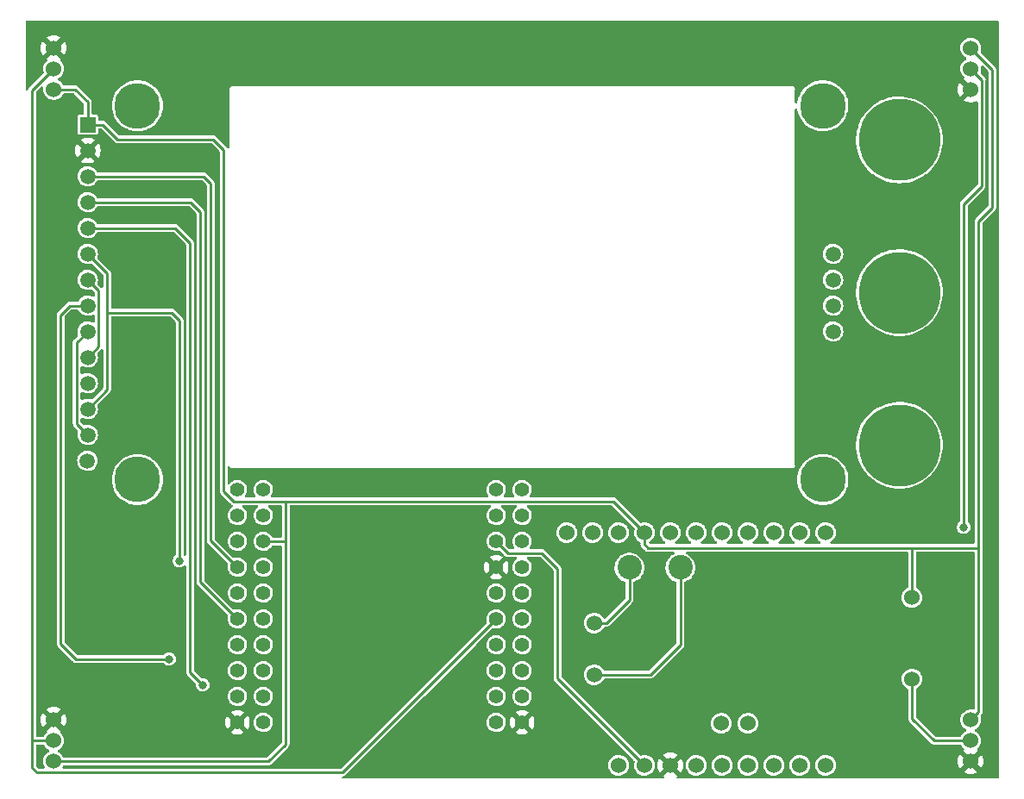
<source format=gtl>
%TF.GenerationSoftware,KiCad,Pcbnew,(6.0.0)*%
%TF.CreationDate,2022-01-06T15:15:50+01:00*%
%TF.ProjectId,Interconnect PCB,496e7465-7263-46f6-9e6e-656374205043,rev?*%
%TF.SameCoordinates,Original*%
%TF.FileFunction,Copper,L1,Top*%
%TF.FilePolarity,Positive*%
%FSLAX46Y46*%
G04 Gerber Fmt 4.6, Leading zero omitted, Abs format (unit mm)*
G04 Created by KiCad (PCBNEW (6.0.0)) date 2022-01-06 15:15:50*
%MOMM*%
%LPD*%
G01*
G04 APERTURE LIST*
%TA.AperFunction,ComponentPad*%
%ADD10C,1.524000*%
%TD*%
%TA.AperFunction,ComponentPad*%
%ADD11C,2.400000*%
%TD*%
%TA.AperFunction,ComponentPad*%
%ADD12C,1.400000*%
%TD*%
%TA.AperFunction,ComponentPad*%
%ADD13C,8.000000*%
%TD*%
%TA.AperFunction,ComponentPad*%
%ADD14C,4.500000*%
%TD*%
%TA.AperFunction,ComponentPad*%
%ADD15R,1.500000X1.500000*%
%TD*%
%TA.AperFunction,ComponentPad*%
%ADD16C,1.500000*%
%TD*%
%TA.AperFunction,ViaPad*%
%ADD17C,0.800000*%
%TD*%
%TA.AperFunction,Conductor*%
%ADD18C,0.250000*%
%TD*%
G04 APERTURE END LIST*
D10*
%TO.P,U7,1,GND*%
%TO.N,GND*%
X105000000Y-131968000D03*
%TO.P,U7,2,DQ*%
%TO.N,/OneWire*%
X105000000Y-134000000D03*
%TO.P,U7,3,VDD*%
%TO.N,+3V3*%
X105000000Y-136032000D03*
%TD*%
%TO.P,U6,1,GND*%
%TO.N,GND*%
X105000000Y-65968000D03*
%TO.P,U6,2,DQ*%
%TO.N,/OneWire*%
X105000000Y-68000000D03*
%TO.P,U6,3,VDD*%
%TO.N,+3V3*%
X105000000Y-70032000D03*
%TD*%
%TO.P,U4,1,GND*%
%TO.N,GND*%
X195000000Y-70032000D03*
%TO.P,U4,2,DQ*%
%TO.N,/OneWire*%
X195000000Y-68000000D03*
%TO.P,U4,3,VDD*%
%TO.N,+3V3*%
X195000000Y-65968000D03*
%TD*%
%TO.P,U5,1,GND*%
%TO.N,GND*%
X195000000Y-136032000D03*
%TO.P,U5,2,DQ*%
%TO.N,/OneWire*%
X195000000Y-134000000D03*
%TO.P,U5,3,VDD*%
%TO.N,+3V3*%
X195000000Y-131968000D03*
%TD*%
D11*
%TO.P,J1,1,Pin_1*%
%TO.N,Net-(J1-Pad1)*%
X161500000Y-117000000D03*
%TO.P,J1,2,Pin_2*%
%TO.N,Net-(J1-Pad2)*%
X166500000Y-117000000D03*
%TD*%
D12*
%TO.P,U1,40,CLK*%
%TO.N,unconnected-(U1-Pad40)*%
X150970000Y-109350000D03*
%TO.P,U1,39,SD0*%
%TO.N,unconnected-(U1-Pad39)*%
X148430000Y-109350000D03*
%TO.P,U1,38,SD1*%
%TO.N,unconnected-(U1-Pad38)*%
X150970000Y-111890000D03*
%TO.P,U1,37,TD0*%
%TO.N,Net-(T3-Pad1)*%
X148430000Y-111890000D03*
%TO.P,U1,36,IO_02*%
%TO.N,unconnected-(U1-Pad36)*%
X150970000Y-114430000D03*
%TO.P,U1,35,VCC_(USB)*%
%TO.N,+5V*%
X148430000Y-114430000D03*
%TO.P,U1,34,IO_00*%
%TO.N,unconnected-(U1-Pad34)*%
X150970000Y-116970000D03*
%TO.P,U1,33,GND*%
%TO.N,GND*%
X148430000Y-116970000D03*
%TO.P,U1,32,IO_04*%
%TO.N,Net-(T2-Pad1)*%
X150970000Y-119510000D03*
%TO.P,U1,31,IO_16/D4*%
%TO.N,Net-(U1-Pad31)*%
X148430000Y-119510000D03*
%TO.P,U1,30,IO_12/TDI*%
%TO.N,Net-(T1-Pad1)*%
X150970000Y-122050000D03*
%TO.P,U1,29,IO_17/D3*%
%TO.N,/OneWire*%
X148430000Y-122050000D03*
%TO.P,U1,28,IO_32*%
%TO.N,Net-(U1-Pad28)*%
X150970000Y-124590000D03*
%TO.P,U1,27,IO_21/D2/SDA*%
%TO.N,Net-(U1-Pad27)*%
X148430000Y-124590000D03*
%TO.P,U1,26,IO_25*%
%TO.N,unconnected-(U1-Pad26)*%
X150970000Y-127130000D03*
%TO.P,U1,25,IO_22/D1/SCL*%
%TO.N,Net-(U1-Pad25)*%
X148430000Y-127130000D03*
%TO.P,U1,24,IO_27*%
%TO.N,Net-(U1-Pad24)*%
X150970000Y-129670000D03*
%TO.P,U1,23,RXD*%
%TO.N,unconnected-(U1-Pad23)*%
X148430000Y-129670000D03*
%TO.P,U1,22,GND*%
%TO.N,GND*%
X150970000Y-132210000D03*
%TO.P,U1,21,TXD*%
%TO.N,unconnected-(U1-Pad21)*%
X148430000Y-132210000D03*
%TO.P,U1,20,IO_10/SD3*%
%TO.N,unconnected-(U1-Pad20)*%
X125570000Y-109350000D03*
%TO.P,U1,19,CMD*%
%TO.N,unconnected-(U1-Pad19)*%
X123030000Y-109350000D03*
%TO.P,U1,18,IO_13/TCK*%
%TO.N,Net-(U1-Pad18)*%
X125570000Y-111890000D03*
%TO.P,U1,17,IO_09/SD2*%
%TO.N,unconnected-(U1-Pad17)*%
X123030000Y-111890000D03*
%TO.P,U1,16,3V3*%
%TO.N,+3V3*%
X125570000Y-114430000D03*
%TO.P,U1,15,NC*%
%TO.N,unconnected-(U1-Pad15)*%
X123030000Y-114430000D03*
%TO.P,U1,14,IO_05/D8*%
%TO.N,unconnected-(U1-Pad14)*%
X125570000Y-116970000D03*
%TO.P,U1,13,IO_14/TMS*%
%TO.N,Net-(U1-Pad13)*%
X123030000Y-116970000D03*
%TO.P,U1,12,IO_23/D7*%
%TO.N,/MOSI*%
X125570000Y-119510000D03*
%TO.P,U1,11,IO_34*%
%TO.N,unconnected-(U1-Pad11)*%
X123030000Y-119510000D03*
%TO.P,U1,10,IO_19/D6*%
%TO.N,/MISO*%
X125570000Y-122050000D03*
%TO.P,U1,9,IO_33*%
%TO.N,Net-(U1-Pad9)*%
X123030000Y-122050000D03*
%TO.P,U1,8,IO_18/D5*%
%TO.N,/SCK*%
X125570000Y-124590000D03*
%TO.P,U1,7,IO_35*%
%TO.N,unconnected-(U1-Pad7)*%
X123030000Y-124590000D03*
%TO.P,U1,6,IO_26/D0*%
%TO.N,unconnected-(U1-Pad6)*%
X125570000Y-127130000D03*
%TO.P,U1,5,IO_39/SVN*%
%TO.N,unconnected-(U1-Pad5)*%
X123030000Y-127130000D03*
%TO.P,U1,4,IO_36/SVP/A0*%
%TO.N,unconnected-(U1-Pad4)*%
X125570000Y-129670000D03*
%TO.P,U1,3,NC*%
%TO.N,unconnected-(U1-Pad3)*%
X123030000Y-129670000D03*
%TO.P,U1,2,RST*%
%TO.N,unconnected-(U1-Pad2)*%
X125570000Y-132210000D03*
%TO.P,U1,1,GND*%
%TO.N,GND*%
X123030000Y-132210000D03*
%TD*%
D13*
%TO.P,T2,1,BTN*%
%TO.N,Net-(T2-Pad1)*%
X188000000Y-90000000D03*
%TD*%
%TO.P,T3,1,BTN*%
%TO.N,Net-(T3-Pad1)*%
X188000000Y-105000000D03*
%TD*%
%TO.P,T1,1,BTN*%
%TO.N,Net-(T1-Pad1)*%
X188000000Y-75000000D03*
%TD*%
D14*
%TO.P,U2,*%
%TO.N,*%
X113230000Y-71640000D03*
X113230000Y-108360000D03*
X180490000Y-108360000D03*
X180490000Y-71640000D03*
D15*
%TO.P,U2,1,VCC*%
%TO.N,+3V3*%
X108340000Y-73490000D03*
D16*
%TO.P,U2,2,GND*%
%TO.N,GND*%
X108340000Y-76030000D03*
%TO.P,U2,3,~{CS}*%
%TO.N,Net-(U1-Pad13)*%
X108340000Y-78570000D03*
%TO.P,U2,4,RESET*%
%TO.N,Net-(U1-Pad9)*%
X108340000Y-81110000D03*
%TO.P,U2,5,D/~{C}*%
%TO.N,Net-(U1-Pad24)*%
X108340000Y-83650000D03*
%TO.P,U2,6,MOSI*%
%TO.N,/MOSI*%
X108340000Y-86190000D03*
%TO.P,U2,7,SCK*%
%TO.N,/SCK*%
X108340000Y-88730000D03*
%TO.P,U2,8,LED*%
%TO.N,Net-(U1-Pad28)*%
X108340000Y-91270000D03*
%TO.P,U2,9,MISO*%
%TO.N,/MISO*%
X108340000Y-93810000D03*
%TO.P,U2,10,T_CLK*%
%TO.N,/SCK*%
X108340000Y-96350000D03*
%TO.P,U2,11,T_CS*%
%TO.N,Net-(U1-Pad31)*%
X108340000Y-98890000D03*
%TO.P,U2,12,T_DIN*%
%TO.N,/MOSI*%
X108340000Y-101430000D03*
%TO.P,U2,13,T_DO*%
%TO.N,/MISO*%
X108340000Y-103970000D03*
%TO.P,U2,14,T_IRQ*%
%TO.N,Net-(U1-Pad18)*%
X108310000Y-106510000D03*
%TO.P,U2,15,SD_CS*%
%TO.N,unconnected-(U2-Pad15)*%
X181490000Y-86190000D03*
%TO.P,U2,16,SD_MOSI*%
%TO.N,unconnected-(U2-Pad16)*%
X181490000Y-88730000D03*
%TO.P,U2,17,SD_MISO*%
%TO.N,unconnected-(U2-Pad17)*%
X181490000Y-91270000D03*
%TO.P,U2,18,SD_SCK*%
%TO.N,unconnected-(U2-Pad18)*%
X181490000Y-93810000D03*
%TD*%
D10*
%TO.P,R1,1*%
%TO.N,+3V3*%
X189230000Y-119952000D03*
%TO.P,R1,2*%
%TO.N,/OneWire*%
X189230000Y-127952000D03*
%TD*%
%TO.P,U3,24,B2*%
%TO.N,Net-(J1-Pad2)*%
X158059000Y-127540000D03*
%TO.P,U3,23,B1*%
%TO.N,Net-(J1-Pad1)*%
X158059000Y-122460000D03*
%TO.P,U3,22,OUT*%
%TO.N,Net-(U1-Pad25)*%
X170520000Y-132313000D03*
%TO.P,U3,21,IN*%
%TO.N,Net-(U1-Pad27)*%
X173140000Y-132313000D03*
%TO.P,U3,20,-*%
%TO.N,unconnected-(U3-Pad20)*%
X160440000Y-136430000D03*
%TO.P,U3,19,5V*%
%TO.N,+5V*%
X162980000Y-136430000D03*
%TO.P,U3,18,GND*%
%TO.N,GND*%
X165520000Y-136430000D03*
%TO.P,U3,17,D4*%
%TO.N,unconnected-(U3-Pad17)*%
X168060000Y-136430000D03*
%TO.P,U3,16,D3*%
%TO.N,unconnected-(U3-Pad16)*%
X170600000Y-136430000D03*
%TO.P,U3,15,D2*%
%TO.N,unconnected-(U3-Pad15)*%
X173140000Y-136430000D03*
%TO.P,U3,14,D1*%
%TO.N,unconnected-(U3-Pad14)*%
X175680000Y-136430000D03*
%TO.P,U3,13,Rx*%
%TO.N,unconnected-(U3-Pad13)*%
X178220000Y-136430000D03*
%TO.P,U3,12,Tx*%
%TO.N,unconnected-(U3-Pad12)*%
X180760000Y-136430000D03*
%TO.P,U3,11,RST*%
%TO.N,unconnected-(U3-Pad11)*%
X180760000Y-113570000D03*
%TO.P,U3,10,A0*%
%TO.N,unconnected-(U3-Pad10)*%
X178220000Y-113570000D03*
%TO.P,U3,9,D0*%
%TO.N,unconnected-(U3-Pad9)*%
X175680000Y-113570000D03*
%TO.P,U3,8,D5*%
%TO.N,unconnected-(U3-Pad8)*%
X173140000Y-113570000D03*
%TO.P,U3,7,D6*%
%TO.N,unconnected-(U3-Pad7)*%
X170600000Y-113570000D03*
%TO.P,U3,6,D7*%
%TO.N,unconnected-(U3-Pad6)*%
X168060000Y-113570000D03*
%TO.P,U3,5,D8*%
%TO.N,unconnected-(U3-Pad5)*%
X165520000Y-113570000D03*
%TO.P,U3,4,3V3*%
%TO.N,+3V3*%
X162980000Y-113570000D03*
%TO.P,U3,3,3V3*%
%TO.N,unconnected-(U3-Pad3)*%
X160440000Y-113570000D03*
%TO.P,U3,2,DQ*%
%TO.N,unconnected-(U3-Pad2)*%
X157900000Y-113570000D03*
%TO.P,U3,1,GND*%
%TO.N,unconnected-(U3-Pad1)*%
X155360000Y-113570000D03*
%TD*%
D17*
%TO.N,/OneWire*%
X194310000Y-113030000D03*
%TO.N,/MOSI*%
X117348000Y-116332000D03*
%TO.N,Net-(U1-Pad24)*%
X119634000Y-128524000D03*
%TO.N,Net-(U1-Pad28)*%
X116332000Y-125984000D03*
%TD*%
D18*
%TO.N,+3V3*%
X195707000Y-115062000D02*
X195761999Y-115116999D01*
X189230000Y-115062000D02*
X195707000Y-115062000D01*
X195761999Y-115116999D02*
X195761999Y-83003001D01*
X195761999Y-131206001D02*
X195761999Y-115116999D01*
X197104000Y-68072000D02*
X195000000Y-65968000D01*
X195761999Y-83003001D02*
X197104000Y-81661000D01*
X195000000Y-131968000D02*
X195761999Y-131206001D01*
X197104000Y-81661000D02*
X197104000Y-68072000D01*
%TO.N,/OneWire*%
X196086511Y-79503489D02*
X194310000Y-81280000D01*
X194310000Y-81280000D02*
X194310000Y-113030000D01*
X196086511Y-69086511D02*
X196086511Y-79503489D01*
X195000000Y-68000000D02*
X196086511Y-69086511D01*
X189230000Y-131826000D02*
X189230000Y-127952000D01*
X191404000Y-134000000D02*
X189230000Y-131826000D01*
X195000000Y-134000000D02*
X191404000Y-134000000D01*
%TO.N,Net-(J1-Pad1)*%
X159226000Y-122460000D02*
X158059000Y-122460000D01*
X161500000Y-120186000D02*
X159226000Y-122460000D01*
X161500000Y-117000000D02*
X161500000Y-120186000D01*
%TO.N,Net-(J1-Pad2)*%
X163544000Y-127540000D02*
X158059000Y-127540000D01*
X166500000Y-124584000D02*
X163544000Y-127540000D01*
X166500000Y-117000000D02*
X166500000Y-124584000D01*
%TO.N,+5V*%
X154432000Y-117094000D02*
X152908000Y-115570000D01*
X152908000Y-115570000D02*
X149570000Y-115570000D01*
X162980000Y-136430000D02*
X154432000Y-127882000D01*
X154432000Y-127882000D02*
X154432000Y-117094000D01*
X149570000Y-115570000D02*
X148430000Y-114430000D01*
%TO.N,/MOSI*%
X116586000Y-91948000D02*
X117348000Y-92710000D01*
X110236000Y-91948000D02*
X116586000Y-91948000D01*
X117348000Y-92710000D02*
X117348000Y-116332000D01*
X110236000Y-88086000D02*
X110236000Y-91948000D01*
X110236000Y-91948000D02*
X110236000Y-99534000D01*
X108340000Y-86190000D02*
X110236000Y-88086000D01*
X110236000Y-99534000D02*
X108340000Y-101430000D01*
%TO.N,Net-(U1-Pad24)*%
X118364000Y-127254000D02*
X119634000Y-128524000D01*
X116924000Y-83650000D02*
X118364000Y-85090000D01*
X118364000Y-85090000D02*
X118364000Y-127254000D01*
X108340000Y-83650000D02*
X116924000Y-83650000D01*
%TO.N,Net-(U1-Pad9)*%
X119380000Y-118400000D02*
X123030000Y-122050000D01*
X118448000Y-81110000D02*
X119380000Y-82042000D01*
X119380000Y-82042000D02*
X119380000Y-118400000D01*
X108340000Y-81110000D02*
X118448000Y-81110000D01*
%TO.N,Net-(U1-Pad13)*%
X120396000Y-79248000D02*
X120396000Y-114336000D01*
X119718000Y-78570000D02*
X120396000Y-79248000D01*
X120396000Y-114336000D02*
X123030000Y-116970000D01*
X108340000Y-78570000D02*
X119718000Y-78570000D01*
%TO.N,Net-(U1-Pad28)*%
X105664000Y-92202000D02*
X106596000Y-91270000D01*
X105664000Y-124460000D02*
X105664000Y-92202000D01*
X107188000Y-125984000D02*
X105664000Y-124460000D01*
X116332000Y-125984000D02*
X107188000Y-125984000D01*
X106596000Y-91270000D02*
X108340000Y-91270000D01*
%TO.N,/MISO*%
X107265489Y-94884511D02*
X107265489Y-102895489D01*
X107265489Y-102895489D02*
X108340000Y-103970000D01*
X108340000Y-93810000D02*
X107265489Y-94884511D01*
%TO.N,/SCK*%
X109414511Y-95275489D02*
X108340000Y-96350000D01*
X109414511Y-89804511D02*
X109414511Y-95275489D01*
X108340000Y-88730000D02*
X109414511Y-89804511D01*
%TO.N,/OneWire*%
X105000000Y-134000000D02*
X102982000Y-134000000D01*
X102982000Y-134000000D02*
X102870000Y-134112000D01*
X102870000Y-134112000D02*
X102870000Y-70130000D01*
X102870000Y-136652000D02*
X102870000Y-134112000D01*
X102870000Y-70130000D02*
X105000000Y-68000000D01*
X103336511Y-137118511D02*
X102870000Y-136652000D01*
X148430000Y-122050000D02*
X133361489Y-137118511D01*
X133361489Y-137118511D02*
X103336511Y-137118511D01*
%TO.N,+3V3*%
X127632000Y-114430000D02*
X127762000Y-114300000D01*
X125570000Y-114430000D02*
X127632000Y-114430000D01*
X127762000Y-114300000D02*
X127762000Y-134366000D01*
X127762000Y-110490000D02*
X127762000Y-114300000D01*
X126096000Y-136032000D02*
X105000000Y-136032000D01*
X127762000Y-134366000D02*
X126096000Y-136032000D01*
X189230000Y-119952000D02*
X189230000Y-115062000D01*
X163322000Y-115062000D02*
X189230000Y-115062000D01*
X162980000Y-114720000D02*
X163322000Y-115062000D01*
X162980000Y-113570000D02*
X162980000Y-114720000D01*
X127762000Y-110490000D02*
X159900000Y-110490000D01*
X122682000Y-110490000D02*
X127762000Y-110490000D01*
X159900000Y-110490000D02*
X162980000Y-113570000D01*
X120650000Y-74930000D02*
X121666000Y-75946000D01*
X121666000Y-75946000D02*
X121666000Y-109474000D01*
X121666000Y-109474000D02*
X122682000Y-110490000D01*
X109812000Y-73490000D02*
X111252000Y-74930000D01*
X108340000Y-73490000D02*
X109812000Y-73490000D01*
X111252000Y-74930000D02*
X120650000Y-74930000D01*
X107116000Y-70032000D02*
X105000000Y-70032000D01*
X108340000Y-71256000D02*
X107116000Y-70032000D01*
X108340000Y-73490000D02*
X108340000Y-71256000D01*
%TD*%
%TA.AperFunction,Conductor*%
%TO.N,GND*%
G36*
X197688121Y-63274002D02*
G01*
X197734614Y-63327658D01*
X197746000Y-63380000D01*
X197746000Y-137620000D01*
X197725998Y-137688121D01*
X197672342Y-137734614D01*
X197620000Y-137746000D01*
X166254355Y-137746000D01*
X166186234Y-137725998D01*
X166139741Y-137672342D01*
X166129637Y-137602068D01*
X166159131Y-137537488D01*
X166182084Y-137516787D01*
X166205765Y-137500205D01*
X166214139Y-137489729D01*
X166207071Y-137476281D01*
X165532812Y-136802022D01*
X165518868Y-136794408D01*
X165517035Y-136794539D01*
X165510420Y-136798790D01*
X164832207Y-137477003D01*
X164825777Y-137488777D01*
X164835072Y-137500792D01*
X164857916Y-137516787D01*
X164902244Y-137572244D01*
X164909553Y-137642863D01*
X164877522Y-137706224D01*
X164816321Y-137742209D01*
X164785645Y-137746000D01*
X133427526Y-137746000D01*
X133359405Y-137725998D01*
X133312912Y-137672342D01*
X133302808Y-137602068D01*
X133332302Y-137537488D01*
X133392028Y-137499104D01*
X133406843Y-137495709D01*
X133412059Y-137494841D01*
X133417932Y-137494005D01*
X133458490Y-137489205D01*
X133458491Y-137489205D01*
X133468830Y-137487981D01*
X133477082Y-137484018D01*
X133486115Y-137482515D01*
X133495284Y-137477568D01*
X133495286Y-137477567D01*
X133531221Y-137458177D01*
X133536514Y-137455480D01*
X133575571Y-137436726D01*
X133575575Y-137436723D01*
X133582721Y-137433292D01*
X133586997Y-137429697D01*
X133588920Y-137427774D01*
X133590852Y-137426002D01*
X133590931Y-137425959D01*
X133591044Y-137426083D01*
X133591584Y-137425607D01*
X133597303Y-137422521D01*
X133633906Y-137382924D01*
X133637335Y-137379359D01*
X134600955Y-136415739D01*
X159418682Y-136415739D01*
X159435362Y-136614386D01*
X159449977Y-136665353D01*
X159481767Y-136776215D01*
X159490310Y-136806009D01*
X159581430Y-136983311D01*
X159705253Y-137139537D01*
X159857063Y-137268737D01*
X159862441Y-137271743D01*
X159862443Y-137271744D01*
X159904397Y-137295191D01*
X160031076Y-137365989D01*
X160036935Y-137367893D01*
X160036938Y-137367894D01*
X160072224Y-137379359D01*
X160220665Y-137427591D01*
X160226775Y-137428320D01*
X160226777Y-137428320D01*
X160319637Y-137439393D01*
X160418609Y-137451194D01*
X160424744Y-137450722D01*
X160424746Y-137450722D01*
X160611226Y-137436373D01*
X160611231Y-137436372D01*
X160617367Y-137435900D01*
X160623297Y-137434244D01*
X160623299Y-137434244D01*
X160713368Y-137409096D01*
X160809370Y-137382292D01*
X160814870Y-137379514D01*
X160981802Y-137295191D01*
X160981804Y-137295190D01*
X160987303Y-137292412D01*
X161144390Y-137169682D01*
X161166962Y-137143532D01*
X161270618Y-137023446D01*
X161270619Y-137023444D01*
X161274647Y-137018778D01*
X161373112Y-136845448D01*
X161436035Y-136656294D01*
X161448779Y-136555417D01*
X161460578Y-136462023D01*
X161460579Y-136462013D01*
X161461020Y-136458520D01*
X161461418Y-136430000D01*
X161441965Y-136231606D01*
X161440184Y-136225707D01*
X161440183Y-136225702D01*
X161386129Y-136046667D01*
X161384348Y-136040768D01*
X161290761Y-135864756D01*
X161286871Y-135859986D01*
X161286868Y-135859982D01*
X161168663Y-135715049D01*
X161168660Y-135715046D01*
X161164768Y-135710274D01*
X161011170Y-135583206D01*
X160835815Y-135488392D01*
X160645385Y-135429444D01*
X160639260Y-135428800D01*
X160639259Y-135428800D01*
X160453260Y-135409251D01*
X160453258Y-135409251D01*
X160447131Y-135408607D01*
X160324252Y-135419790D01*
X160254746Y-135426115D01*
X160254745Y-135426115D01*
X160248605Y-135426674D01*
X160242691Y-135428415D01*
X160242689Y-135428415D01*
X160215695Y-135436360D01*
X160057370Y-135482958D01*
X159880709Y-135575314D01*
X159875909Y-135579174D01*
X159875908Y-135579174D01*
X159870893Y-135583206D01*
X159725351Y-135700225D01*
X159597214Y-135852933D01*
X159501179Y-136027621D01*
X159499318Y-136033488D01*
X159499317Y-136033490D01*
X159495137Y-136046667D01*
X159440902Y-136217635D01*
X159418682Y-136415739D01*
X134600955Y-136415739D01*
X137792433Y-133224261D01*
X150320294Y-133224261D01*
X150329590Y-133236276D01*
X150359189Y-133257001D01*
X150368677Y-133262479D01*
X150550277Y-133347159D01*
X150560571Y-133350907D01*
X150754122Y-133402769D01*
X150764909Y-133404671D01*
X150964525Y-133422135D01*
X150975475Y-133422135D01*
X151175091Y-133404671D01*
X151185878Y-133402769D01*
X151379429Y-133350907D01*
X151389723Y-133347159D01*
X151571323Y-133262479D01*
X151580811Y-133257001D01*
X151611248Y-133235689D01*
X151619623Y-133225212D01*
X151612554Y-133211764D01*
X150982812Y-132582022D01*
X150968868Y-132574408D01*
X150967035Y-132574539D01*
X150960420Y-132578790D01*
X150326724Y-133212486D01*
X150320294Y-133224261D01*
X137792433Y-133224261D01*
X138820085Y-132196609D01*
X147470975Y-132196609D01*
X147486639Y-132383139D01*
X147488338Y-132389064D01*
X147527644Y-132526139D01*
X147538235Y-132563075D01*
X147541050Y-132568552D01*
X147541051Y-132568555D01*
X147610155Y-132703018D01*
X147623797Y-132729562D01*
X147627620Y-132734386D01*
X147627623Y-132734390D01*
X147688600Y-132811323D01*
X147740068Y-132876259D01*
X147744762Y-132880254D01*
X147867441Y-132984662D01*
X147882618Y-132997579D01*
X147887996Y-133000585D01*
X147887998Y-133000586D01*
X147918631Y-133017706D01*
X148046018Y-133088900D01*
X148224043Y-133146744D01*
X148409914Y-133168908D01*
X148416049Y-133168436D01*
X148416051Y-133168436D01*
X148590408Y-133155020D01*
X148590413Y-133155019D01*
X148596549Y-133154547D01*
X148602479Y-133152891D01*
X148602481Y-133152891D01*
X148770913Y-133105864D01*
X148770912Y-133105864D01*
X148776841Y-133104209D01*
X148793045Y-133096024D01*
X148878846Y-133052682D01*
X148943921Y-133019810D01*
X148969989Y-132999444D01*
X149086571Y-132908360D01*
X149086572Y-132908360D01*
X149091427Y-132904566D01*
X149213738Y-132762867D01*
X149306198Y-132600108D01*
X149365283Y-132422491D01*
X149388744Y-132236780D01*
X149389042Y-132215475D01*
X149757865Y-132215475D01*
X149775329Y-132415091D01*
X149777231Y-132425878D01*
X149829093Y-132619429D01*
X149832841Y-132629723D01*
X149917521Y-132811323D01*
X149922999Y-132820811D01*
X149944311Y-132851248D01*
X149954788Y-132859623D01*
X149968236Y-132852554D01*
X150597978Y-132222812D01*
X150604356Y-132211132D01*
X151334408Y-132211132D01*
X151334539Y-132212965D01*
X151338790Y-132219580D01*
X151972486Y-132853276D01*
X151984261Y-132859706D01*
X151996276Y-132850410D01*
X152017001Y-132820811D01*
X152022479Y-132811323D01*
X152107159Y-132629723D01*
X152110907Y-132619429D01*
X152162769Y-132425878D01*
X152164671Y-132415091D01*
X152182135Y-132215475D01*
X152182135Y-132204525D01*
X152164671Y-132004909D01*
X152162769Y-131994122D01*
X152110907Y-131800571D01*
X152107159Y-131790277D01*
X152022479Y-131608677D01*
X152017001Y-131599189D01*
X151995689Y-131568752D01*
X151985212Y-131560377D01*
X151971764Y-131567446D01*
X151342022Y-132197188D01*
X151334408Y-132211132D01*
X150604356Y-132211132D01*
X150605592Y-132208868D01*
X150605461Y-132207035D01*
X150601210Y-132200420D01*
X149967514Y-131566724D01*
X149955739Y-131560294D01*
X149943724Y-131569590D01*
X149922999Y-131599189D01*
X149917521Y-131608677D01*
X149832841Y-131790277D01*
X149829093Y-131800571D01*
X149777231Y-131994122D01*
X149775329Y-132004909D01*
X149757865Y-132204525D01*
X149757865Y-132215475D01*
X149389042Y-132215475D01*
X149389118Y-132210000D01*
X149370852Y-132023706D01*
X149316749Y-131844509D01*
X149313305Y-131838032D01*
X149231764Y-131684674D01*
X149231762Y-131684671D01*
X149228870Y-131679232D01*
X149224980Y-131674462D01*
X149224977Y-131674458D01*
X149114457Y-131538948D01*
X149114454Y-131538945D01*
X149110562Y-131534173D01*
X149072875Y-131502995D01*
X148971081Y-131418784D01*
X148966332Y-131414855D01*
X148801673Y-131325824D01*
X148691134Y-131291607D01*
X148628744Y-131272294D01*
X148628741Y-131272293D01*
X148622857Y-131270472D01*
X148616732Y-131269828D01*
X148616731Y-131269828D01*
X148442824Y-131251549D01*
X148442823Y-131251549D01*
X148436696Y-131250905D01*
X148360143Y-131257872D01*
X148256418Y-131267312D01*
X148256415Y-131267313D01*
X148250279Y-131267871D01*
X148244373Y-131269609D01*
X148244369Y-131269610D01*
X148110142Y-131309115D01*
X148070708Y-131320721D01*
X147904822Y-131407444D01*
X147900022Y-131411304D01*
X147900021Y-131411304D01*
X147871871Y-131433937D01*
X147758940Y-131524736D01*
X147638619Y-131668130D01*
X147635655Y-131673522D01*
X147635652Y-131673526D01*
X147587149Y-131761753D01*
X147548441Y-131832163D01*
X147546580Y-131838030D01*
X147546579Y-131838032D01*
X147493703Y-132004718D01*
X147491841Y-132010588D01*
X147470975Y-132196609D01*
X138820085Y-132196609D01*
X139821906Y-131194788D01*
X150320377Y-131194788D01*
X150327446Y-131208236D01*
X150957188Y-131837978D01*
X150971132Y-131845592D01*
X150972965Y-131845461D01*
X150979580Y-131841210D01*
X151613276Y-131207514D01*
X151619706Y-131195739D01*
X151610410Y-131183724D01*
X151580811Y-131162999D01*
X151571323Y-131157521D01*
X151389723Y-131072841D01*
X151379429Y-131069093D01*
X151185878Y-131017231D01*
X151175091Y-131015329D01*
X150975475Y-130997865D01*
X150964525Y-130997865D01*
X150764909Y-131015329D01*
X150754122Y-131017231D01*
X150560571Y-131069093D01*
X150550277Y-131072841D01*
X150368677Y-131157521D01*
X150359189Y-131162999D01*
X150328752Y-131184311D01*
X150320377Y-131194788D01*
X139821906Y-131194788D01*
X141360085Y-129656609D01*
X147470975Y-129656609D01*
X147486639Y-129843139D01*
X147538235Y-130023075D01*
X147623797Y-130189562D01*
X147627620Y-130194386D01*
X147627623Y-130194390D01*
X147650194Y-130222867D01*
X147740068Y-130336259D01*
X147882618Y-130457579D01*
X147887996Y-130460585D01*
X147887998Y-130460586D01*
X147922396Y-130479810D01*
X148046018Y-130548900D01*
X148224043Y-130606744D01*
X148409914Y-130628908D01*
X148416049Y-130628436D01*
X148416051Y-130628436D01*
X148590408Y-130615020D01*
X148590413Y-130615019D01*
X148596549Y-130614547D01*
X148602479Y-130612891D01*
X148602481Y-130612891D01*
X148770913Y-130565864D01*
X148770912Y-130565864D01*
X148776841Y-130564209D01*
X148807148Y-130548900D01*
X148855774Y-130524337D01*
X148943921Y-130479810D01*
X148972376Y-130457579D01*
X149086571Y-130368360D01*
X149086572Y-130368360D01*
X149091427Y-130364566D01*
X149213738Y-130222867D01*
X149306198Y-130060108D01*
X149365283Y-129882491D01*
X149388744Y-129696780D01*
X149389118Y-129670000D01*
X149387805Y-129656609D01*
X150010975Y-129656609D01*
X150026639Y-129843139D01*
X150078235Y-130023075D01*
X150163797Y-130189562D01*
X150167620Y-130194386D01*
X150167623Y-130194390D01*
X150190194Y-130222867D01*
X150280068Y-130336259D01*
X150422618Y-130457579D01*
X150427996Y-130460585D01*
X150427998Y-130460586D01*
X150462396Y-130479810D01*
X150586018Y-130548900D01*
X150764043Y-130606744D01*
X150949914Y-130628908D01*
X150956049Y-130628436D01*
X150956051Y-130628436D01*
X151130408Y-130615020D01*
X151130413Y-130615019D01*
X151136549Y-130614547D01*
X151142479Y-130612891D01*
X151142481Y-130612891D01*
X151310913Y-130565864D01*
X151310912Y-130565864D01*
X151316841Y-130564209D01*
X151347148Y-130548900D01*
X151395774Y-130524337D01*
X151483921Y-130479810D01*
X151512376Y-130457579D01*
X151626571Y-130368360D01*
X151626572Y-130368360D01*
X151631427Y-130364566D01*
X151753738Y-130222867D01*
X151846198Y-130060108D01*
X151905283Y-129882491D01*
X151928744Y-129696780D01*
X151929118Y-129670000D01*
X151910852Y-129483706D01*
X151856749Y-129304509D01*
X151847316Y-129286768D01*
X151771764Y-129144674D01*
X151771762Y-129144671D01*
X151768870Y-129139232D01*
X151764980Y-129134462D01*
X151764977Y-129134458D01*
X151654457Y-128998948D01*
X151654454Y-128998945D01*
X151650562Y-128994173D01*
X151602975Y-128954805D01*
X151547086Y-128908570D01*
X151506332Y-128874855D01*
X151341673Y-128785824D01*
X151252265Y-128758148D01*
X151168744Y-128732294D01*
X151168741Y-128732293D01*
X151162857Y-128730472D01*
X151156732Y-128729828D01*
X151156731Y-128729828D01*
X150982824Y-128711549D01*
X150982823Y-128711549D01*
X150976696Y-128710905D01*
X150900143Y-128717872D01*
X150796418Y-128727312D01*
X150796415Y-128727313D01*
X150790279Y-128727871D01*
X150784373Y-128729609D01*
X150784369Y-128729610D01*
X150649075Y-128769429D01*
X150610708Y-128780721D01*
X150444822Y-128867444D01*
X150440022Y-128871304D01*
X150440021Y-128871304D01*
X150430718Y-128878784D01*
X150298940Y-128984736D01*
X150178619Y-129128130D01*
X150175655Y-129133522D01*
X150175652Y-129133526D01*
X150151573Y-129177326D01*
X150088441Y-129292163D01*
X150086580Y-129298030D01*
X150086579Y-129298032D01*
X150082653Y-129310409D01*
X150031841Y-129470588D01*
X150010975Y-129656609D01*
X149387805Y-129656609D01*
X149370852Y-129483706D01*
X149316749Y-129304509D01*
X149307316Y-129286768D01*
X149231764Y-129144674D01*
X149231762Y-129144671D01*
X149228870Y-129139232D01*
X149224980Y-129134462D01*
X149224977Y-129134458D01*
X149114457Y-128998948D01*
X149114454Y-128998945D01*
X149110562Y-128994173D01*
X149062975Y-128954805D01*
X149007086Y-128908570D01*
X148966332Y-128874855D01*
X148801673Y-128785824D01*
X148712265Y-128758148D01*
X148628744Y-128732294D01*
X148628741Y-128732293D01*
X148622857Y-128730472D01*
X148616732Y-128729828D01*
X148616731Y-128729828D01*
X148442824Y-128711549D01*
X148442823Y-128711549D01*
X148436696Y-128710905D01*
X148360143Y-128717872D01*
X148256418Y-128727312D01*
X148256415Y-128727313D01*
X148250279Y-128727871D01*
X148244373Y-128729609D01*
X148244369Y-128729610D01*
X148109075Y-128769429D01*
X148070708Y-128780721D01*
X147904822Y-128867444D01*
X147900022Y-128871304D01*
X147900021Y-128871304D01*
X147890718Y-128878784D01*
X147758940Y-128984736D01*
X147638619Y-129128130D01*
X147635655Y-129133522D01*
X147635652Y-129133526D01*
X147611573Y-129177326D01*
X147548441Y-129292163D01*
X147546580Y-129298030D01*
X147546579Y-129298032D01*
X147542653Y-129310409D01*
X147491841Y-129470588D01*
X147470975Y-129656609D01*
X141360085Y-129656609D01*
X143900085Y-127116609D01*
X147470975Y-127116609D01*
X147472981Y-127140498D01*
X147480991Y-127235876D01*
X147486639Y-127303139D01*
X147488338Y-127309064D01*
X147521219Y-127423732D01*
X147538235Y-127483075D01*
X147541050Y-127488552D01*
X147541051Y-127488555D01*
X147579191Y-127562768D01*
X147623797Y-127649562D01*
X147627620Y-127654386D01*
X147627623Y-127654390D01*
X147733539Y-127788021D01*
X147740068Y-127796259D01*
X147744762Y-127800254D01*
X147876109Y-127912039D01*
X147882618Y-127917579D01*
X147887996Y-127920585D01*
X147887998Y-127920586D01*
X147937968Y-127948513D01*
X148046018Y-128008900D01*
X148224043Y-128066744D01*
X148409914Y-128088908D01*
X148416049Y-128088436D01*
X148416051Y-128088436D01*
X148590408Y-128075020D01*
X148590413Y-128075019D01*
X148596549Y-128074547D01*
X148602479Y-128072891D01*
X148602481Y-128072891D01*
X148770913Y-128025864D01*
X148770912Y-128025864D01*
X148776841Y-128024209D01*
X148807148Y-128008900D01*
X148926692Y-127948513D01*
X148943921Y-127939810D01*
X148953195Y-127932565D01*
X149086571Y-127828360D01*
X149086572Y-127828360D01*
X149091427Y-127824566D01*
X149213738Y-127682867D01*
X149306198Y-127520108D01*
X149365283Y-127342491D01*
X149388744Y-127156780D01*
X149389118Y-127130000D01*
X149387805Y-127116609D01*
X150010975Y-127116609D01*
X150012981Y-127140498D01*
X150020991Y-127235876D01*
X150026639Y-127303139D01*
X150028338Y-127309064D01*
X150061219Y-127423732D01*
X150078235Y-127483075D01*
X150081050Y-127488552D01*
X150081051Y-127488555D01*
X150119191Y-127562768D01*
X150163797Y-127649562D01*
X150167620Y-127654386D01*
X150167623Y-127654390D01*
X150273539Y-127788021D01*
X150280068Y-127796259D01*
X150284762Y-127800254D01*
X150416109Y-127912039D01*
X150422618Y-127917579D01*
X150427996Y-127920585D01*
X150427998Y-127920586D01*
X150477968Y-127948513D01*
X150586018Y-128008900D01*
X150764043Y-128066744D01*
X150949914Y-128088908D01*
X150956049Y-128088436D01*
X150956051Y-128088436D01*
X151130408Y-128075020D01*
X151130413Y-128075019D01*
X151136549Y-128074547D01*
X151142479Y-128072891D01*
X151142481Y-128072891D01*
X151310913Y-128025864D01*
X151310912Y-128025864D01*
X151316841Y-128024209D01*
X151347148Y-128008900D01*
X151466692Y-127948513D01*
X151483921Y-127939810D01*
X151493195Y-127932565D01*
X151626571Y-127828360D01*
X151626572Y-127828360D01*
X151631427Y-127824566D01*
X151753738Y-127682867D01*
X151846198Y-127520108D01*
X151905283Y-127342491D01*
X151928744Y-127156780D01*
X151929118Y-127130000D01*
X151910852Y-126943706D01*
X151856749Y-126764509D01*
X151816693Y-126689174D01*
X151771764Y-126604674D01*
X151771762Y-126604671D01*
X151768870Y-126599232D01*
X151764980Y-126594462D01*
X151764977Y-126594458D01*
X151654457Y-126458948D01*
X151654454Y-126458945D01*
X151650562Y-126454173D01*
X151602975Y-126414805D01*
X151511081Y-126338784D01*
X151506332Y-126334855D01*
X151341673Y-126245824D01*
X151239572Y-126214219D01*
X151168744Y-126192294D01*
X151168741Y-126192293D01*
X151162857Y-126190472D01*
X151156732Y-126189828D01*
X151156731Y-126189828D01*
X150982824Y-126171549D01*
X150982823Y-126171549D01*
X150976696Y-126170905D01*
X150900143Y-126177872D01*
X150796418Y-126187312D01*
X150796415Y-126187313D01*
X150790279Y-126187871D01*
X150784373Y-126189609D01*
X150784369Y-126189610D01*
X150700755Y-126214219D01*
X150610708Y-126240721D01*
X150444822Y-126327444D01*
X150440022Y-126331304D01*
X150440021Y-126331304D01*
X150430718Y-126338784D01*
X150298940Y-126444736D01*
X150178619Y-126588130D01*
X150175655Y-126593522D01*
X150175652Y-126593526D01*
X150122464Y-126690276D01*
X150088441Y-126752163D01*
X150086580Y-126758030D01*
X150086579Y-126758032D01*
X150068081Y-126816345D01*
X150031841Y-126930588D01*
X150010975Y-127116609D01*
X149387805Y-127116609D01*
X149370852Y-126943706D01*
X149316749Y-126764509D01*
X149276693Y-126689174D01*
X149231764Y-126604674D01*
X149231762Y-126604671D01*
X149228870Y-126599232D01*
X149224980Y-126594462D01*
X149224977Y-126594458D01*
X149114457Y-126458948D01*
X149114454Y-126458945D01*
X149110562Y-126454173D01*
X149062975Y-126414805D01*
X148971081Y-126338784D01*
X148966332Y-126334855D01*
X148801673Y-126245824D01*
X148699572Y-126214219D01*
X148628744Y-126192294D01*
X148628741Y-126192293D01*
X148622857Y-126190472D01*
X148616732Y-126189828D01*
X148616731Y-126189828D01*
X148442824Y-126171549D01*
X148442823Y-126171549D01*
X148436696Y-126170905D01*
X148360143Y-126177872D01*
X148256418Y-126187312D01*
X148256415Y-126187313D01*
X148250279Y-126187871D01*
X148244373Y-126189609D01*
X148244369Y-126189610D01*
X148160755Y-126214219D01*
X148070708Y-126240721D01*
X147904822Y-126327444D01*
X147900022Y-126331304D01*
X147900021Y-126331304D01*
X147890718Y-126338784D01*
X147758940Y-126444736D01*
X147638619Y-126588130D01*
X147635655Y-126593522D01*
X147635652Y-126593526D01*
X147582464Y-126690276D01*
X147548441Y-126752163D01*
X147546580Y-126758030D01*
X147546579Y-126758032D01*
X147528081Y-126816345D01*
X147491841Y-126930588D01*
X147470975Y-127116609D01*
X143900085Y-127116609D01*
X146440085Y-124576609D01*
X147470975Y-124576609D01*
X147471491Y-124582752D01*
X147486052Y-124756144D01*
X147486639Y-124763139D01*
X147488338Y-124769064D01*
X147507637Y-124836366D01*
X147538235Y-124943075D01*
X147623797Y-125109562D01*
X147627620Y-125114386D01*
X147627623Y-125114390D01*
X147650194Y-125142867D01*
X147740068Y-125256259D01*
X147744762Y-125260254D01*
X147876109Y-125372039D01*
X147882618Y-125377579D01*
X147887996Y-125380585D01*
X147887998Y-125380586D01*
X147922396Y-125399810D01*
X148046018Y-125468900D01*
X148224043Y-125526744D01*
X148409914Y-125548908D01*
X148416049Y-125548436D01*
X148416051Y-125548436D01*
X148590408Y-125535020D01*
X148590413Y-125535019D01*
X148596549Y-125534547D01*
X148602479Y-125532891D01*
X148602481Y-125532891D01*
X148770913Y-125485864D01*
X148770912Y-125485864D01*
X148776841Y-125484209D01*
X148807148Y-125468900D01*
X148873824Y-125435219D01*
X148943921Y-125399810D01*
X148972376Y-125377579D01*
X149086571Y-125288360D01*
X149086572Y-125288360D01*
X149091427Y-125284566D01*
X149213738Y-125142867D01*
X149306198Y-124980108D01*
X149365283Y-124802491D01*
X149388744Y-124616780D01*
X149389118Y-124590000D01*
X149387805Y-124576609D01*
X150010975Y-124576609D01*
X150011491Y-124582752D01*
X150026052Y-124756144D01*
X150026639Y-124763139D01*
X150028338Y-124769064D01*
X150047637Y-124836366D01*
X150078235Y-124943075D01*
X150163797Y-125109562D01*
X150167620Y-125114386D01*
X150167623Y-125114390D01*
X150190194Y-125142867D01*
X150280068Y-125256259D01*
X150284762Y-125260254D01*
X150416109Y-125372039D01*
X150422618Y-125377579D01*
X150427996Y-125380585D01*
X150427998Y-125380586D01*
X150462396Y-125399810D01*
X150586018Y-125468900D01*
X150764043Y-125526744D01*
X150949914Y-125548908D01*
X150956049Y-125548436D01*
X150956051Y-125548436D01*
X151130408Y-125535020D01*
X151130413Y-125535019D01*
X151136549Y-125534547D01*
X151142479Y-125532891D01*
X151142481Y-125532891D01*
X151310913Y-125485864D01*
X151310912Y-125485864D01*
X151316841Y-125484209D01*
X151347148Y-125468900D01*
X151413824Y-125435219D01*
X151483921Y-125399810D01*
X151512376Y-125377579D01*
X151626571Y-125288360D01*
X151626572Y-125288360D01*
X151631427Y-125284566D01*
X151753738Y-125142867D01*
X151846198Y-124980108D01*
X151905283Y-124802491D01*
X151928744Y-124616780D01*
X151929118Y-124590000D01*
X151910852Y-124403706D01*
X151856749Y-124224509D01*
X151768870Y-124059232D01*
X151764980Y-124054462D01*
X151764977Y-124054458D01*
X151654457Y-123918948D01*
X151654454Y-123918945D01*
X151650562Y-123914173D01*
X151506332Y-123794855D01*
X151341673Y-123705824D01*
X151252265Y-123678148D01*
X151168744Y-123652294D01*
X151168741Y-123652293D01*
X151162857Y-123650472D01*
X151156732Y-123649828D01*
X151156731Y-123649828D01*
X150982824Y-123631549D01*
X150982823Y-123631549D01*
X150976696Y-123630905D01*
X150900143Y-123637872D01*
X150796418Y-123647312D01*
X150796415Y-123647313D01*
X150790279Y-123647871D01*
X150784373Y-123649609D01*
X150784369Y-123649610D01*
X150649075Y-123689429D01*
X150610708Y-123700721D01*
X150444822Y-123787444D01*
X150440022Y-123791304D01*
X150440021Y-123791304D01*
X150430718Y-123798784D01*
X150298940Y-123904736D01*
X150178619Y-124048130D01*
X150175655Y-124053522D01*
X150175652Y-124053526D01*
X150101455Y-124188491D01*
X150088441Y-124212163D01*
X150086580Y-124218030D01*
X150086579Y-124218032D01*
X150082653Y-124230409D01*
X150031841Y-124390588D01*
X150010975Y-124576609D01*
X149387805Y-124576609D01*
X149370852Y-124403706D01*
X149316749Y-124224509D01*
X149228870Y-124059232D01*
X149224980Y-124054462D01*
X149224977Y-124054458D01*
X149114457Y-123918948D01*
X149114454Y-123918945D01*
X149110562Y-123914173D01*
X148966332Y-123794855D01*
X148801673Y-123705824D01*
X148712265Y-123678148D01*
X148628744Y-123652294D01*
X148628741Y-123652293D01*
X148622857Y-123650472D01*
X148616732Y-123649828D01*
X148616731Y-123649828D01*
X148442824Y-123631549D01*
X148442823Y-123631549D01*
X148436696Y-123630905D01*
X148360143Y-123637872D01*
X148256418Y-123647312D01*
X148256415Y-123647313D01*
X148250279Y-123647871D01*
X148244373Y-123649609D01*
X148244369Y-123649610D01*
X148109075Y-123689429D01*
X148070708Y-123700721D01*
X147904822Y-123787444D01*
X147900022Y-123791304D01*
X147900021Y-123791304D01*
X147890718Y-123798784D01*
X147758940Y-123904736D01*
X147638619Y-124048130D01*
X147635655Y-124053522D01*
X147635652Y-124053526D01*
X147561455Y-124188491D01*
X147548441Y-124212163D01*
X147546580Y-124218030D01*
X147546579Y-124218032D01*
X147542653Y-124230409D01*
X147491841Y-124390588D01*
X147470975Y-124576609D01*
X146440085Y-124576609D01*
X148022951Y-122993743D01*
X148085263Y-122959717D01*
X148150982Y-122963005D01*
X148224043Y-122986744D01*
X148409914Y-123008908D01*
X148416049Y-123008436D01*
X148416051Y-123008436D01*
X148590408Y-122995020D01*
X148590413Y-122995019D01*
X148596549Y-122994547D01*
X148602479Y-122992891D01*
X148602481Y-122992891D01*
X148770913Y-122945864D01*
X148770912Y-122945864D01*
X148776841Y-122944209D01*
X148807148Y-122928900D01*
X148912963Y-122875448D01*
X148943921Y-122859810D01*
X148963748Y-122844320D01*
X149086571Y-122748360D01*
X149086572Y-122748360D01*
X149091427Y-122744566D01*
X149213738Y-122602867D01*
X149306198Y-122440108D01*
X149365283Y-122262491D01*
X149388744Y-122076780D01*
X149389118Y-122050000D01*
X149387805Y-122036609D01*
X150010975Y-122036609D01*
X150026639Y-122223139D01*
X150078235Y-122403075D01*
X150081050Y-122408552D01*
X150081051Y-122408555D01*
X150106004Y-122457108D01*
X150163797Y-122569562D01*
X150167620Y-122574386D01*
X150167623Y-122574390D01*
X150190194Y-122602867D01*
X150280068Y-122716259D01*
X150284762Y-122720254D01*
X150409328Y-122826268D01*
X150422618Y-122837579D01*
X150427996Y-122840585D01*
X150427998Y-122840586D01*
X150462396Y-122859810D01*
X150586018Y-122928900D01*
X150764043Y-122986744D01*
X150949914Y-123008908D01*
X150956049Y-123008436D01*
X150956051Y-123008436D01*
X151130408Y-122995020D01*
X151130413Y-122995019D01*
X151136549Y-122994547D01*
X151142479Y-122992891D01*
X151142481Y-122992891D01*
X151310913Y-122945864D01*
X151310912Y-122945864D01*
X151316841Y-122944209D01*
X151347148Y-122928900D01*
X151452963Y-122875448D01*
X151483921Y-122859810D01*
X151503748Y-122844320D01*
X151626571Y-122748360D01*
X151626572Y-122748360D01*
X151631427Y-122744566D01*
X151753738Y-122602867D01*
X151846198Y-122440108D01*
X151905283Y-122262491D01*
X151928744Y-122076780D01*
X151929118Y-122050000D01*
X151910852Y-121863706D01*
X151856749Y-121684509D01*
X151816693Y-121609174D01*
X151771764Y-121524674D01*
X151771762Y-121524671D01*
X151768870Y-121519232D01*
X151764980Y-121514462D01*
X151764977Y-121514458D01*
X151654457Y-121378948D01*
X151654454Y-121378945D01*
X151650562Y-121374173D01*
X151506332Y-121254855D01*
X151341673Y-121165824D01*
X151252023Y-121138073D01*
X151168744Y-121112294D01*
X151168741Y-121112293D01*
X151162857Y-121110472D01*
X151156732Y-121109828D01*
X151156731Y-121109828D01*
X150982824Y-121091549D01*
X150982823Y-121091549D01*
X150976696Y-121090905D01*
X150900143Y-121097872D01*
X150796418Y-121107312D01*
X150796415Y-121107313D01*
X150790279Y-121107871D01*
X150784373Y-121109609D01*
X150784369Y-121109610D01*
X150687660Y-121138073D01*
X150610708Y-121160721D01*
X150444822Y-121247444D01*
X150440022Y-121251304D01*
X150440021Y-121251304D01*
X150430718Y-121258784D01*
X150298940Y-121364736D01*
X150178619Y-121508130D01*
X150175655Y-121513522D01*
X150175652Y-121513526D01*
X150122464Y-121610276D01*
X150088441Y-121672163D01*
X150086580Y-121678030D01*
X150086579Y-121678032D01*
X150033704Y-121844715D01*
X150031841Y-121850588D01*
X150010975Y-122036609D01*
X149387805Y-122036609D01*
X149370852Y-121863706D01*
X149316749Y-121684509D01*
X149276693Y-121609174D01*
X149231764Y-121524674D01*
X149231762Y-121524671D01*
X149228870Y-121519232D01*
X149224980Y-121514462D01*
X149224977Y-121514458D01*
X149114457Y-121378948D01*
X149114454Y-121378945D01*
X149110562Y-121374173D01*
X148966332Y-121254855D01*
X148801673Y-121165824D01*
X148712023Y-121138073D01*
X148628744Y-121112294D01*
X148628741Y-121112293D01*
X148622857Y-121110472D01*
X148616732Y-121109828D01*
X148616731Y-121109828D01*
X148442824Y-121091549D01*
X148442823Y-121091549D01*
X148436696Y-121090905D01*
X148360143Y-121097872D01*
X148256418Y-121107312D01*
X148256415Y-121107313D01*
X148250279Y-121107871D01*
X148244373Y-121109609D01*
X148244369Y-121109610D01*
X148147660Y-121138073D01*
X148070708Y-121160721D01*
X147904822Y-121247444D01*
X147900022Y-121251304D01*
X147900021Y-121251304D01*
X147890718Y-121258784D01*
X147758940Y-121364736D01*
X147638619Y-121508130D01*
X147635655Y-121513522D01*
X147635652Y-121513526D01*
X147582464Y-121610276D01*
X147548441Y-121672163D01*
X147546580Y-121678030D01*
X147546579Y-121678032D01*
X147493704Y-121844715D01*
X147491841Y-121850588D01*
X147470975Y-122036609D01*
X147486639Y-122223139D01*
X147488338Y-122229064D01*
X147518222Y-122333283D01*
X147517771Y-122404278D01*
X147486198Y-122457108D01*
X133241200Y-136702106D01*
X133178888Y-136736132D01*
X133152105Y-136739011D01*
X105983971Y-136739011D01*
X105915850Y-136719009D01*
X105869357Y-136665353D01*
X105859253Y-136595079D01*
X105874415Y-136550775D01*
X105917311Y-136475264D01*
X105968350Y-136425913D01*
X106026867Y-136411500D01*
X126042080Y-136411500D01*
X126066028Y-136414049D01*
X126067693Y-136414128D01*
X126077876Y-136416320D01*
X126088217Y-136415096D01*
X126111223Y-136412373D01*
X126117154Y-136412023D01*
X126117146Y-136411928D01*
X126122324Y-136411500D01*
X126127524Y-136411500D01*
X126132653Y-136410646D01*
X126132656Y-136410646D01*
X126146565Y-136408331D01*
X126152443Y-136407494D01*
X126193001Y-136402694D01*
X126193002Y-136402694D01*
X126203341Y-136401470D01*
X126211593Y-136397507D01*
X126220626Y-136396004D01*
X126229795Y-136391057D01*
X126229797Y-136391056D01*
X126265732Y-136371666D01*
X126271025Y-136368969D01*
X126310082Y-136350215D01*
X126310086Y-136350212D01*
X126317232Y-136346781D01*
X126321508Y-136343186D01*
X126323431Y-136341263D01*
X126325363Y-136339491D01*
X126325442Y-136339448D01*
X126325555Y-136339572D01*
X126326095Y-136339096D01*
X126331814Y-136336010D01*
X126368417Y-136296413D01*
X126371846Y-136292848D01*
X127992216Y-134672478D01*
X128010964Y-134657336D01*
X128012189Y-134656221D01*
X128020940Y-134650571D01*
X128027387Y-134642393D01*
X128027389Y-134642391D01*
X128041729Y-134624200D01*
X128045675Y-134619759D01*
X128045602Y-134619697D01*
X128048961Y-134615733D01*
X128052638Y-134612056D01*
X128063892Y-134596308D01*
X128067398Y-134591638D01*
X128099156Y-134551353D01*
X128102188Y-134542719D01*
X128107514Y-134535266D01*
X128122203Y-134486150D01*
X128124036Y-134480508D01*
X128138390Y-134439633D01*
X128138390Y-134439632D01*
X128141018Y-134432149D01*
X128141500Y-134426584D01*
X128141500Y-134423876D01*
X128141614Y-134421242D01*
X128141643Y-134421144D01*
X128141807Y-134421151D01*
X128141851Y-134420447D01*
X128143713Y-134414222D01*
X128141597Y-134360365D01*
X128141500Y-134355418D01*
X128141500Y-119496609D01*
X147470975Y-119496609D01*
X147486639Y-119683139D01*
X147538235Y-119863075D01*
X147541050Y-119868552D01*
X147541051Y-119868555D01*
X147596782Y-119976996D01*
X147623797Y-120029562D01*
X147627620Y-120034386D01*
X147627623Y-120034390D01*
X147650194Y-120062867D01*
X147740068Y-120176259D01*
X147744762Y-120180254D01*
X147816316Y-120241151D01*
X147882618Y-120297579D01*
X147887996Y-120300585D01*
X147887998Y-120300586D01*
X147927366Y-120322588D01*
X148046018Y-120388900D01*
X148224043Y-120446744D01*
X148409914Y-120468908D01*
X148416049Y-120468436D01*
X148416051Y-120468436D01*
X148590408Y-120455020D01*
X148590413Y-120455019D01*
X148596549Y-120454547D01*
X148602479Y-120452891D01*
X148602481Y-120452891D01*
X148742013Y-120413933D01*
X148776841Y-120404209D01*
X148807148Y-120388900D01*
X148875457Y-120354394D01*
X148943921Y-120319810D01*
X148961398Y-120306156D01*
X149086571Y-120208360D01*
X149086572Y-120208360D01*
X149091427Y-120204566D01*
X149213738Y-120062867D01*
X149306198Y-119900108D01*
X149365283Y-119722491D01*
X149388744Y-119536780D01*
X149389118Y-119510000D01*
X149387805Y-119496609D01*
X150010975Y-119496609D01*
X150026639Y-119683139D01*
X150078235Y-119863075D01*
X150081050Y-119868552D01*
X150081051Y-119868555D01*
X150136782Y-119976996D01*
X150163797Y-120029562D01*
X150167620Y-120034386D01*
X150167623Y-120034390D01*
X150190194Y-120062867D01*
X150280068Y-120176259D01*
X150284762Y-120180254D01*
X150356316Y-120241151D01*
X150422618Y-120297579D01*
X150427996Y-120300585D01*
X150427998Y-120300586D01*
X150467366Y-120322588D01*
X150586018Y-120388900D01*
X150764043Y-120446744D01*
X150949914Y-120468908D01*
X150956049Y-120468436D01*
X150956051Y-120468436D01*
X151130408Y-120455020D01*
X151130413Y-120455019D01*
X151136549Y-120454547D01*
X151142479Y-120452891D01*
X151142481Y-120452891D01*
X151282013Y-120413933D01*
X151316841Y-120404209D01*
X151347148Y-120388900D01*
X151415457Y-120354394D01*
X151483921Y-120319810D01*
X151501398Y-120306156D01*
X151626571Y-120208360D01*
X151626572Y-120208360D01*
X151631427Y-120204566D01*
X151753738Y-120062867D01*
X151846198Y-119900108D01*
X151905283Y-119722491D01*
X151928744Y-119536780D01*
X151929118Y-119510000D01*
X151910852Y-119323706D01*
X151856749Y-119144509D01*
X151847316Y-119126768D01*
X151771764Y-118984674D01*
X151771762Y-118984671D01*
X151768870Y-118979232D01*
X151764980Y-118974462D01*
X151764977Y-118974458D01*
X151654457Y-118838948D01*
X151654454Y-118838945D01*
X151650562Y-118834173D01*
X151506332Y-118714855D01*
X151341673Y-118625824D01*
X151177566Y-118575025D01*
X151168744Y-118572294D01*
X151168741Y-118572293D01*
X151162857Y-118570472D01*
X151156732Y-118569828D01*
X151156731Y-118569828D01*
X150982824Y-118551549D01*
X150982823Y-118551549D01*
X150976696Y-118550905D01*
X150900143Y-118557872D01*
X150796418Y-118567312D01*
X150796415Y-118567313D01*
X150790279Y-118567871D01*
X150784373Y-118569609D01*
X150784369Y-118569610D01*
X150649075Y-118609429D01*
X150610708Y-118620721D01*
X150444822Y-118707444D01*
X150440022Y-118711304D01*
X150440021Y-118711304D01*
X150430718Y-118718784D01*
X150298940Y-118824736D01*
X150178619Y-118968130D01*
X150175655Y-118973522D01*
X150175652Y-118973526D01*
X150109168Y-119094460D01*
X150088441Y-119132163D01*
X150086580Y-119138030D01*
X150086579Y-119138032D01*
X150057930Y-119228345D01*
X150031841Y-119310588D01*
X150010975Y-119496609D01*
X149387805Y-119496609D01*
X149370852Y-119323706D01*
X149316749Y-119144509D01*
X149307316Y-119126768D01*
X149231764Y-118984674D01*
X149231762Y-118984671D01*
X149228870Y-118979232D01*
X149224980Y-118974462D01*
X149224977Y-118974458D01*
X149114457Y-118838948D01*
X149114454Y-118838945D01*
X149110562Y-118834173D01*
X148966332Y-118714855D01*
X148801673Y-118625824D01*
X148637566Y-118575025D01*
X148628744Y-118572294D01*
X148628741Y-118572293D01*
X148622857Y-118570472D01*
X148616732Y-118569828D01*
X148616731Y-118569828D01*
X148442824Y-118551549D01*
X148442823Y-118551549D01*
X148436696Y-118550905D01*
X148360143Y-118557872D01*
X148256418Y-118567312D01*
X148256415Y-118567313D01*
X148250279Y-118567871D01*
X148244373Y-118569609D01*
X148244369Y-118569610D01*
X148109075Y-118609429D01*
X148070708Y-118620721D01*
X147904822Y-118707444D01*
X147900022Y-118711304D01*
X147900021Y-118711304D01*
X147890718Y-118718784D01*
X147758940Y-118824736D01*
X147638619Y-118968130D01*
X147635655Y-118973522D01*
X147635652Y-118973526D01*
X147569168Y-119094460D01*
X147548441Y-119132163D01*
X147546580Y-119138030D01*
X147546579Y-119138032D01*
X147517930Y-119228345D01*
X147491841Y-119310588D01*
X147470975Y-119496609D01*
X128141500Y-119496609D01*
X128141500Y-117984261D01*
X147780294Y-117984261D01*
X147789590Y-117996276D01*
X147819189Y-118017001D01*
X147828677Y-118022479D01*
X148010277Y-118107159D01*
X148020571Y-118110907D01*
X148214122Y-118162769D01*
X148224909Y-118164671D01*
X148424525Y-118182135D01*
X148435475Y-118182135D01*
X148635091Y-118164671D01*
X148645878Y-118162769D01*
X148839429Y-118110907D01*
X148849723Y-118107159D01*
X149031323Y-118022479D01*
X149040811Y-118017001D01*
X149071248Y-117995689D01*
X149079623Y-117985212D01*
X149072554Y-117971764D01*
X148442812Y-117342022D01*
X148428868Y-117334408D01*
X148427035Y-117334539D01*
X148420420Y-117338790D01*
X147786724Y-117972486D01*
X147780294Y-117984261D01*
X128141500Y-117984261D01*
X128141500Y-116975475D01*
X147217865Y-116975475D01*
X147235329Y-117175091D01*
X147237231Y-117185878D01*
X147289093Y-117379429D01*
X147292841Y-117389723D01*
X147377521Y-117571323D01*
X147382999Y-117580811D01*
X147404311Y-117611248D01*
X147414788Y-117619623D01*
X147428236Y-117612554D01*
X148057978Y-116982812D01*
X148064356Y-116971132D01*
X148794408Y-116971132D01*
X148794539Y-116972965D01*
X148798790Y-116979580D01*
X149432486Y-117613276D01*
X149444261Y-117619706D01*
X149456276Y-117610410D01*
X149477001Y-117580811D01*
X149482479Y-117571323D01*
X149567159Y-117389723D01*
X149570907Y-117379429D01*
X149622769Y-117185878D01*
X149624671Y-117175091D01*
X149642135Y-116975475D01*
X149642135Y-116964525D01*
X149624671Y-116764909D01*
X149622769Y-116754122D01*
X149570907Y-116560571D01*
X149567159Y-116550277D01*
X149482479Y-116368677D01*
X149477001Y-116359189D01*
X149455689Y-116328752D01*
X149445212Y-116320377D01*
X149431764Y-116327446D01*
X148802022Y-116957188D01*
X148794408Y-116971132D01*
X148064356Y-116971132D01*
X148065592Y-116968868D01*
X148065461Y-116967035D01*
X148061210Y-116960420D01*
X147427514Y-116326724D01*
X147415739Y-116320294D01*
X147403724Y-116329590D01*
X147382999Y-116359189D01*
X147377521Y-116368677D01*
X147292841Y-116550277D01*
X147289093Y-116560571D01*
X147237231Y-116754122D01*
X147235329Y-116764909D01*
X147217865Y-116964525D01*
X147217865Y-116975475D01*
X128141500Y-116975475D01*
X128141500Y-115954788D01*
X147780377Y-115954788D01*
X147787446Y-115968236D01*
X148417188Y-116597978D01*
X148431132Y-116605592D01*
X148432965Y-116605461D01*
X148439580Y-116601210D01*
X149073276Y-115967514D01*
X149080890Y-115953570D01*
X149079522Y-115934437D01*
X149080867Y-115928256D01*
X149037081Y-115918186D01*
X149036307Y-115919845D01*
X148849723Y-115832841D01*
X148839429Y-115829093D01*
X148645878Y-115777231D01*
X148635091Y-115775329D01*
X148435475Y-115757865D01*
X148424525Y-115757865D01*
X148224909Y-115775329D01*
X148214122Y-115777231D01*
X148020571Y-115829093D01*
X148010277Y-115832841D01*
X147828677Y-115917521D01*
X147819189Y-115922999D01*
X147788752Y-115944311D01*
X147780377Y-115954788D01*
X128141500Y-115954788D01*
X128141500Y-114416609D01*
X147470975Y-114416609D01*
X147473913Y-114451593D01*
X147485575Y-114590465D01*
X147486639Y-114603139D01*
X147488338Y-114609064D01*
X147535877Y-114774851D01*
X147538235Y-114783075D01*
X147541050Y-114788552D01*
X147541051Y-114788555D01*
X147595769Y-114895025D01*
X147623797Y-114949562D01*
X147627620Y-114954386D01*
X147627623Y-114954390D01*
X147660481Y-114995846D01*
X147740068Y-115096259D01*
X147744762Y-115100254D01*
X147873477Y-115209799D01*
X147882618Y-115217579D01*
X147887996Y-115220585D01*
X147887998Y-115220586D01*
X147922396Y-115239810D01*
X148046018Y-115308900D01*
X148224043Y-115366744D01*
X148409914Y-115388908D01*
X148416049Y-115388436D01*
X148416051Y-115388436D01*
X148590408Y-115375020D01*
X148590413Y-115375019D01*
X148596549Y-115374547D01*
X148602483Y-115372890D01*
X148602490Y-115372889D01*
X148714269Y-115341680D01*
X148785259Y-115342626D01*
X148837248Y-115373943D01*
X149181511Y-115718206D01*
X149215537Y-115780518D01*
X149214160Y-115799775D01*
X149214189Y-115799769D01*
X149280710Y-115824580D01*
X149285316Y-115828765D01*
X149285429Y-115828940D01*
X149286029Y-115829413D01*
X149311799Y-115849728D01*
X149316241Y-115853676D01*
X149316303Y-115853603D01*
X149320268Y-115856963D01*
X149323943Y-115860638D01*
X149328165Y-115863655D01*
X149328171Y-115863660D01*
X149339650Y-115871862D01*
X149344399Y-115875428D01*
X149384647Y-115907156D01*
X149393284Y-115910189D01*
X149400734Y-115915513D01*
X149410710Y-115918497D01*
X149410711Y-115918497D01*
X149425765Y-115922999D01*
X149449849Y-115930202D01*
X149455486Y-115932034D01*
X149490447Y-115944311D01*
X149503851Y-115949018D01*
X149509416Y-115949500D01*
X149512124Y-115949500D01*
X149514758Y-115949614D01*
X149514856Y-115949643D01*
X149514849Y-115949807D01*
X149515553Y-115949851D01*
X149521778Y-115951713D01*
X149575635Y-115949597D01*
X149580582Y-115949500D01*
X150358093Y-115949500D01*
X150426214Y-115969502D01*
X150472707Y-116023158D01*
X150482811Y-116093432D01*
X150453317Y-116158012D01*
X150437046Y-116173696D01*
X150298940Y-116284736D01*
X150178619Y-116428130D01*
X150175655Y-116433522D01*
X150175652Y-116433526D01*
X150137188Y-116503492D01*
X150088441Y-116592163D01*
X150086580Y-116598030D01*
X150086579Y-116598032D01*
X150047401Y-116721538D01*
X150031841Y-116770588D01*
X150010975Y-116956609D01*
X150014052Y-116993255D01*
X150025030Y-117123973D01*
X150026639Y-117143139D01*
X150028338Y-117149064D01*
X150057624Y-117251195D01*
X150078235Y-117323075D01*
X150081050Y-117328552D01*
X150081051Y-117328555D01*
X150086311Y-117338790D01*
X150163797Y-117489562D01*
X150167620Y-117494386D01*
X150167623Y-117494390D01*
X150228600Y-117571323D01*
X150280068Y-117636259D01*
X150284762Y-117640254D01*
X150410248Y-117747051D01*
X150422618Y-117757579D01*
X150427996Y-117760585D01*
X150427998Y-117760586D01*
X150462396Y-117779810D01*
X150586018Y-117848900D01*
X150764043Y-117906744D01*
X150949914Y-117928908D01*
X150956049Y-117928436D01*
X150956051Y-117928436D01*
X151130408Y-117915020D01*
X151130413Y-117915019D01*
X151136549Y-117914547D01*
X151142479Y-117912891D01*
X151142481Y-117912891D01*
X151310913Y-117865864D01*
X151310912Y-117865864D01*
X151316841Y-117864209D01*
X151347148Y-117848900D01*
X151395774Y-117824337D01*
X151483921Y-117779810D01*
X151512376Y-117757579D01*
X151626571Y-117668360D01*
X151626572Y-117668360D01*
X151631427Y-117664566D01*
X151753738Y-117522867D01*
X151846198Y-117360108D01*
X151905283Y-117182491D01*
X151928744Y-116996780D01*
X151929118Y-116970000D01*
X151910852Y-116783706D01*
X151856749Y-116604509D01*
X151853305Y-116598032D01*
X151771764Y-116444674D01*
X151771762Y-116444671D01*
X151768870Y-116439232D01*
X151764980Y-116434462D01*
X151764977Y-116434458D01*
X151654457Y-116298948D01*
X151654454Y-116298945D01*
X151650562Y-116294173D01*
X151627169Y-116274820D01*
X151506332Y-116174855D01*
X151507463Y-116173488D01*
X151467534Y-116125285D01*
X151458992Y-116054804D01*
X151489912Y-115990894D01*
X151550475Y-115953846D01*
X151583281Y-115949500D01*
X152698616Y-115949500D01*
X152766737Y-115969502D01*
X152787711Y-115986405D01*
X154015595Y-117214290D01*
X154049621Y-117276602D01*
X154052500Y-117303385D01*
X154052500Y-127828080D01*
X154049951Y-127852028D01*
X154049872Y-127853693D01*
X154047680Y-127863876D01*
X154048904Y-127874217D01*
X154051627Y-127897223D01*
X154051977Y-127903154D01*
X154052072Y-127903146D01*
X154052500Y-127908324D01*
X154052500Y-127913524D01*
X154053353Y-127918646D01*
X154053354Y-127918656D01*
X154055669Y-127932565D01*
X154056506Y-127938443D01*
X154058111Y-127952000D01*
X154062530Y-127989341D01*
X154066493Y-127997593D01*
X154067996Y-128006626D01*
X154072943Y-128015795D01*
X154072944Y-128015797D01*
X154092334Y-128051732D01*
X154095031Y-128057025D01*
X154113785Y-128096082D01*
X154113788Y-128096086D01*
X154117219Y-128103232D01*
X154120814Y-128107508D01*
X154122737Y-128109431D01*
X154124509Y-128111363D01*
X154124552Y-128111442D01*
X154124428Y-128111555D01*
X154124904Y-128112095D01*
X154127990Y-128117814D01*
X154135635Y-128124881D01*
X154167586Y-128154416D01*
X154171152Y-128157846D01*
X161986947Y-135973641D01*
X162020973Y-136035953D01*
X162017954Y-136100833D01*
X161980902Y-136217635D01*
X161958682Y-136415739D01*
X161975362Y-136614386D01*
X161989977Y-136665353D01*
X162021767Y-136776215D01*
X162030310Y-136806009D01*
X162121430Y-136983311D01*
X162245253Y-137139537D01*
X162397063Y-137268737D01*
X162402441Y-137271743D01*
X162402443Y-137271744D01*
X162444397Y-137295191D01*
X162571076Y-137365989D01*
X162576935Y-137367893D01*
X162576938Y-137367894D01*
X162612224Y-137379359D01*
X162760665Y-137427591D01*
X162766775Y-137428320D01*
X162766777Y-137428320D01*
X162859637Y-137439393D01*
X162958609Y-137451194D01*
X162964744Y-137450722D01*
X162964746Y-137450722D01*
X163151226Y-137436373D01*
X163151231Y-137436372D01*
X163157367Y-137435900D01*
X163163297Y-137434244D01*
X163163299Y-137434244D01*
X163253368Y-137409096D01*
X163349370Y-137382292D01*
X163354870Y-137379514D01*
X163521802Y-137295191D01*
X163521804Y-137295190D01*
X163527303Y-137292412D01*
X163684390Y-137169682D01*
X163706962Y-137143532D01*
X163810618Y-137023446D01*
X163810619Y-137023444D01*
X163814647Y-137018778D01*
X163913112Y-136845448D01*
X163976035Y-136656294D01*
X163998963Y-136474805D01*
X164016009Y-136435720D01*
X164015524Y-136434797D01*
X164231296Y-136434797D01*
X164248361Y-136470531D01*
X164249490Y-136479615D01*
X164264038Y-136645896D01*
X164265941Y-136656691D01*
X164320609Y-136860715D01*
X164324355Y-136871007D01*
X164413623Y-137062441D01*
X164419103Y-137071932D01*
X164449794Y-137115765D01*
X164460271Y-137124140D01*
X164473718Y-137117072D01*
X165147978Y-136442812D01*
X165154356Y-136431132D01*
X165884408Y-136431132D01*
X165884539Y-136432965D01*
X165888790Y-136439580D01*
X166567003Y-137117793D01*
X166578777Y-137124223D01*
X166590793Y-137114926D01*
X166620897Y-137071932D01*
X166626377Y-137062441D01*
X166715645Y-136871007D01*
X166719391Y-136860715D01*
X166774059Y-136656691D01*
X166775963Y-136645895D01*
X166791782Y-136465075D01*
X166807034Y-136426084D01*
X166806210Y-136424418D01*
X167026741Y-136424418D01*
X167040833Y-136451229D01*
X167042861Y-136465513D01*
X167045321Y-136494806D01*
X167055362Y-136614386D01*
X167069977Y-136665353D01*
X167101767Y-136776215D01*
X167110310Y-136806009D01*
X167201430Y-136983311D01*
X167325253Y-137139537D01*
X167477063Y-137268737D01*
X167482441Y-137271743D01*
X167482443Y-137271744D01*
X167524397Y-137295191D01*
X167651076Y-137365989D01*
X167656935Y-137367893D01*
X167656938Y-137367894D01*
X167692224Y-137379359D01*
X167840665Y-137427591D01*
X167846775Y-137428320D01*
X167846777Y-137428320D01*
X167939637Y-137439393D01*
X168038609Y-137451194D01*
X168044744Y-137450722D01*
X168044746Y-137450722D01*
X168231226Y-137436373D01*
X168231231Y-137436372D01*
X168237367Y-137435900D01*
X168243297Y-137434244D01*
X168243299Y-137434244D01*
X168333368Y-137409096D01*
X168429370Y-137382292D01*
X168434870Y-137379514D01*
X168601802Y-137295191D01*
X168601804Y-137295190D01*
X168607303Y-137292412D01*
X168764390Y-137169682D01*
X168786962Y-137143532D01*
X168890618Y-137023446D01*
X168890619Y-137023444D01*
X168894647Y-137018778D01*
X168993112Y-136845448D01*
X169056035Y-136656294D01*
X169068779Y-136555417D01*
X169080578Y-136462023D01*
X169080579Y-136462013D01*
X169081020Y-136458520D01*
X169081418Y-136430000D01*
X169080020Y-136415739D01*
X169578682Y-136415739D01*
X169595362Y-136614386D01*
X169609977Y-136665353D01*
X169641767Y-136776215D01*
X169650310Y-136806009D01*
X169741430Y-136983311D01*
X169865253Y-137139537D01*
X170017063Y-137268737D01*
X170022441Y-137271743D01*
X170022443Y-137271744D01*
X170064397Y-137295191D01*
X170191076Y-137365989D01*
X170196935Y-137367893D01*
X170196938Y-137367894D01*
X170232224Y-137379359D01*
X170380665Y-137427591D01*
X170386775Y-137428320D01*
X170386777Y-137428320D01*
X170479637Y-137439393D01*
X170578609Y-137451194D01*
X170584744Y-137450722D01*
X170584746Y-137450722D01*
X170771226Y-137436373D01*
X170771231Y-137436372D01*
X170777367Y-137435900D01*
X170783297Y-137434244D01*
X170783299Y-137434244D01*
X170873368Y-137409096D01*
X170969370Y-137382292D01*
X170974870Y-137379514D01*
X171141802Y-137295191D01*
X171141804Y-137295190D01*
X171147303Y-137292412D01*
X171304390Y-137169682D01*
X171326962Y-137143532D01*
X171430618Y-137023446D01*
X171430619Y-137023444D01*
X171434647Y-137018778D01*
X171533112Y-136845448D01*
X171596035Y-136656294D01*
X171608779Y-136555417D01*
X171620578Y-136462023D01*
X171620579Y-136462013D01*
X171621020Y-136458520D01*
X171621418Y-136430000D01*
X171620020Y-136415739D01*
X172118682Y-136415739D01*
X172135362Y-136614386D01*
X172149977Y-136665353D01*
X172181767Y-136776215D01*
X172190310Y-136806009D01*
X172281430Y-136983311D01*
X172405253Y-137139537D01*
X172557063Y-137268737D01*
X172562441Y-137271743D01*
X172562443Y-137271744D01*
X172604397Y-137295191D01*
X172731076Y-137365989D01*
X172736935Y-137367893D01*
X172736938Y-137367894D01*
X172772224Y-137379359D01*
X172920665Y-137427591D01*
X172926775Y-137428320D01*
X172926777Y-137428320D01*
X173019637Y-137439393D01*
X173118609Y-137451194D01*
X173124744Y-137450722D01*
X173124746Y-137450722D01*
X173311226Y-137436373D01*
X173311231Y-137436372D01*
X173317367Y-137435900D01*
X173323297Y-137434244D01*
X173323299Y-137434244D01*
X173413368Y-137409096D01*
X173509370Y-137382292D01*
X173514870Y-137379514D01*
X173681802Y-137295191D01*
X173681804Y-137295190D01*
X173687303Y-137292412D01*
X173844390Y-137169682D01*
X173866962Y-137143532D01*
X173970618Y-137023446D01*
X173970619Y-137023444D01*
X173974647Y-137018778D01*
X174073112Y-136845448D01*
X174136035Y-136656294D01*
X174148779Y-136555417D01*
X174160578Y-136462023D01*
X174160579Y-136462013D01*
X174161020Y-136458520D01*
X174161418Y-136430000D01*
X174160020Y-136415739D01*
X174658682Y-136415739D01*
X174675362Y-136614386D01*
X174689977Y-136665353D01*
X174721767Y-136776215D01*
X174730310Y-136806009D01*
X174821430Y-136983311D01*
X174945253Y-137139537D01*
X175097063Y-137268737D01*
X175102441Y-137271743D01*
X175102443Y-137271744D01*
X175144397Y-137295191D01*
X175271076Y-137365989D01*
X175276935Y-137367893D01*
X175276938Y-137367894D01*
X175312224Y-137379359D01*
X175460665Y-137427591D01*
X175466775Y-137428320D01*
X175466777Y-137428320D01*
X175559637Y-137439393D01*
X175658609Y-137451194D01*
X175664744Y-137450722D01*
X175664746Y-137450722D01*
X175851226Y-137436373D01*
X175851231Y-137436372D01*
X175857367Y-137435900D01*
X175863297Y-137434244D01*
X175863299Y-137434244D01*
X175953368Y-137409096D01*
X176049370Y-137382292D01*
X176054870Y-137379514D01*
X176221802Y-137295191D01*
X176221804Y-137295190D01*
X176227303Y-137292412D01*
X176384390Y-137169682D01*
X176406962Y-137143532D01*
X176510618Y-137023446D01*
X176510619Y-137023444D01*
X176514647Y-137018778D01*
X176613112Y-136845448D01*
X176676035Y-136656294D01*
X176688779Y-136555417D01*
X176700578Y-136462023D01*
X176700579Y-136462013D01*
X176701020Y-136458520D01*
X176701418Y-136430000D01*
X176700020Y-136415739D01*
X177198682Y-136415739D01*
X177215362Y-136614386D01*
X177229977Y-136665353D01*
X177261767Y-136776215D01*
X177270310Y-136806009D01*
X177361430Y-136983311D01*
X177485253Y-137139537D01*
X177637063Y-137268737D01*
X177642441Y-137271743D01*
X177642443Y-137271744D01*
X177684397Y-137295191D01*
X177811076Y-137365989D01*
X177816935Y-137367893D01*
X177816938Y-137367894D01*
X177852224Y-137379359D01*
X178000665Y-137427591D01*
X178006775Y-137428320D01*
X178006777Y-137428320D01*
X178099637Y-137439393D01*
X178198609Y-137451194D01*
X178204744Y-137450722D01*
X178204746Y-137450722D01*
X178391226Y-137436373D01*
X178391231Y-137436372D01*
X178397367Y-137435900D01*
X178403297Y-137434244D01*
X178403299Y-137434244D01*
X178493368Y-137409096D01*
X178589370Y-137382292D01*
X178594870Y-137379514D01*
X178761802Y-137295191D01*
X178761804Y-137295190D01*
X178767303Y-137292412D01*
X178924390Y-137169682D01*
X178946962Y-137143532D01*
X179050618Y-137023446D01*
X179050619Y-137023444D01*
X179054647Y-137018778D01*
X179153112Y-136845448D01*
X179216035Y-136656294D01*
X179228779Y-136555417D01*
X179240578Y-136462023D01*
X179240579Y-136462013D01*
X179241020Y-136458520D01*
X179241418Y-136430000D01*
X179240020Y-136415739D01*
X179738682Y-136415739D01*
X179755362Y-136614386D01*
X179769977Y-136665353D01*
X179801767Y-136776215D01*
X179810310Y-136806009D01*
X179901430Y-136983311D01*
X180025253Y-137139537D01*
X180177063Y-137268737D01*
X180182441Y-137271743D01*
X180182443Y-137271744D01*
X180224397Y-137295191D01*
X180351076Y-137365989D01*
X180356935Y-137367893D01*
X180356938Y-137367894D01*
X180392224Y-137379359D01*
X180540665Y-137427591D01*
X180546775Y-137428320D01*
X180546777Y-137428320D01*
X180639637Y-137439393D01*
X180738609Y-137451194D01*
X180744744Y-137450722D01*
X180744746Y-137450722D01*
X180931226Y-137436373D01*
X180931231Y-137436372D01*
X180937367Y-137435900D01*
X180943297Y-137434244D01*
X180943299Y-137434244D01*
X181033368Y-137409096D01*
X181129370Y-137382292D01*
X181134870Y-137379514D01*
X181301802Y-137295191D01*
X181301804Y-137295190D01*
X181307303Y-137292412D01*
X181464390Y-137169682D01*
X181486962Y-137143532D01*
X181532499Y-137090777D01*
X194305777Y-137090777D01*
X194315074Y-137102793D01*
X194358069Y-137132898D01*
X194367555Y-137138376D01*
X194558993Y-137227645D01*
X194569285Y-137231391D01*
X194773309Y-137286059D01*
X194784104Y-137287962D01*
X194994525Y-137306372D01*
X195005475Y-137306372D01*
X195215896Y-137287962D01*
X195226691Y-137286059D01*
X195430715Y-137231391D01*
X195441007Y-137227645D01*
X195632445Y-137138376D01*
X195641931Y-137132898D01*
X195685764Y-137102207D01*
X195694139Y-137091729D01*
X195687071Y-137078281D01*
X195012812Y-136404022D01*
X194998868Y-136396408D01*
X194997035Y-136396539D01*
X194990420Y-136400790D01*
X194312207Y-137079003D01*
X194305777Y-137090777D01*
X181532499Y-137090777D01*
X181590618Y-137023446D01*
X181590619Y-137023444D01*
X181594647Y-137018778D01*
X181693112Y-136845448D01*
X181756035Y-136656294D01*
X181768779Y-136555417D01*
X181780578Y-136462023D01*
X181780579Y-136462013D01*
X181781020Y-136458520D01*
X181781418Y-136430000D01*
X181761965Y-136231606D01*
X181760184Y-136225707D01*
X181760183Y-136225702D01*
X181706129Y-136046667D01*
X181704348Y-136040768D01*
X181702597Y-136037475D01*
X193725628Y-136037475D01*
X193744038Y-136247896D01*
X193745941Y-136258691D01*
X193800609Y-136462715D01*
X193804355Y-136473007D01*
X193893623Y-136664441D01*
X193899103Y-136673932D01*
X193929794Y-136717765D01*
X193940271Y-136726140D01*
X193953718Y-136719072D01*
X194627978Y-136044812D01*
X194634356Y-136033132D01*
X195364408Y-136033132D01*
X195364539Y-136034965D01*
X195368790Y-136041580D01*
X196047003Y-136719793D01*
X196058777Y-136726223D01*
X196070793Y-136716926D01*
X196100897Y-136673932D01*
X196106377Y-136664441D01*
X196195645Y-136473007D01*
X196199391Y-136462715D01*
X196254059Y-136258691D01*
X196255962Y-136247896D01*
X196274372Y-136037475D01*
X196274372Y-136026525D01*
X196255962Y-135816104D01*
X196254059Y-135805309D01*
X196199391Y-135601285D01*
X196195645Y-135590993D01*
X196106377Y-135399559D01*
X196100897Y-135390068D01*
X196070206Y-135346235D01*
X196059729Y-135337860D01*
X196046282Y-135344928D01*
X195372022Y-136019188D01*
X195364408Y-136033132D01*
X194634356Y-136033132D01*
X194635592Y-136030868D01*
X194635461Y-136029035D01*
X194631210Y-136022420D01*
X193952997Y-135344207D01*
X193941223Y-135337777D01*
X193929207Y-135347074D01*
X193899103Y-135390068D01*
X193893623Y-135399559D01*
X193804355Y-135590993D01*
X193800609Y-135601285D01*
X193745941Y-135805309D01*
X193744038Y-135816104D01*
X193725628Y-136026525D01*
X193725628Y-136037475D01*
X181702597Y-136037475D01*
X181610761Y-135864756D01*
X181606871Y-135859986D01*
X181606868Y-135859982D01*
X181488663Y-135715049D01*
X181488660Y-135715046D01*
X181484768Y-135710274D01*
X181331170Y-135583206D01*
X181155815Y-135488392D01*
X180965385Y-135429444D01*
X180959260Y-135428800D01*
X180959259Y-135428800D01*
X180773260Y-135409251D01*
X180773258Y-135409251D01*
X180767131Y-135408607D01*
X180644252Y-135419790D01*
X180574746Y-135426115D01*
X180574745Y-135426115D01*
X180568605Y-135426674D01*
X180562691Y-135428415D01*
X180562689Y-135428415D01*
X180535695Y-135436360D01*
X180377370Y-135482958D01*
X180200709Y-135575314D01*
X180195909Y-135579174D01*
X180195908Y-135579174D01*
X180190893Y-135583206D01*
X180045351Y-135700225D01*
X179917214Y-135852933D01*
X179821179Y-136027621D01*
X179819318Y-136033488D01*
X179819317Y-136033490D01*
X179815137Y-136046667D01*
X179760902Y-136217635D01*
X179738682Y-136415739D01*
X179240020Y-136415739D01*
X179221965Y-136231606D01*
X179220184Y-136225707D01*
X179220183Y-136225702D01*
X179166129Y-136046667D01*
X179164348Y-136040768D01*
X179070761Y-135864756D01*
X179066871Y-135859986D01*
X179066868Y-135859982D01*
X178948663Y-135715049D01*
X178948660Y-135715046D01*
X178944768Y-135710274D01*
X178791170Y-135583206D01*
X178615815Y-135488392D01*
X178425385Y-135429444D01*
X178419260Y-135428800D01*
X178419259Y-135428800D01*
X178233260Y-135409251D01*
X178233258Y-135409251D01*
X178227131Y-135408607D01*
X178104252Y-135419790D01*
X178034746Y-135426115D01*
X178034745Y-135426115D01*
X178028605Y-135426674D01*
X178022691Y-135428415D01*
X178022689Y-135428415D01*
X177995695Y-135436360D01*
X177837370Y-135482958D01*
X177660709Y-135575314D01*
X177655909Y-135579174D01*
X177655908Y-135579174D01*
X177650893Y-135583206D01*
X177505351Y-135700225D01*
X177377214Y-135852933D01*
X177281179Y-136027621D01*
X177279318Y-136033488D01*
X177279317Y-136033490D01*
X177275137Y-136046667D01*
X177220902Y-136217635D01*
X177198682Y-136415739D01*
X176700020Y-136415739D01*
X176681965Y-136231606D01*
X176680184Y-136225707D01*
X176680183Y-136225702D01*
X176626129Y-136046667D01*
X176624348Y-136040768D01*
X176530761Y-135864756D01*
X176526871Y-135859986D01*
X176526868Y-135859982D01*
X176408663Y-135715049D01*
X176408660Y-135715046D01*
X176404768Y-135710274D01*
X176251170Y-135583206D01*
X176075815Y-135488392D01*
X175885385Y-135429444D01*
X175879260Y-135428800D01*
X175879259Y-135428800D01*
X175693260Y-135409251D01*
X175693258Y-135409251D01*
X175687131Y-135408607D01*
X175564252Y-135419790D01*
X175494746Y-135426115D01*
X175494745Y-135426115D01*
X175488605Y-135426674D01*
X175482691Y-135428415D01*
X175482689Y-135428415D01*
X175455695Y-135436360D01*
X175297370Y-135482958D01*
X175120709Y-135575314D01*
X175115909Y-135579174D01*
X175115908Y-135579174D01*
X175110893Y-135583206D01*
X174965351Y-135700225D01*
X174837214Y-135852933D01*
X174741179Y-136027621D01*
X174739318Y-136033488D01*
X174739317Y-136033490D01*
X174735137Y-136046667D01*
X174680902Y-136217635D01*
X174658682Y-136415739D01*
X174160020Y-136415739D01*
X174141965Y-136231606D01*
X174140184Y-136225707D01*
X174140183Y-136225702D01*
X174086129Y-136046667D01*
X174084348Y-136040768D01*
X173990761Y-135864756D01*
X173986871Y-135859986D01*
X173986868Y-135859982D01*
X173868663Y-135715049D01*
X173868660Y-135715046D01*
X173864768Y-135710274D01*
X173711170Y-135583206D01*
X173535815Y-135488392D01*
X173345385Y-135429444D01*
X173339260Y-135428800D01*
X173339259Y-135428800D01*
X173153260Y-135409251D01*
X173153258Y-135409251D01*
X173147131Y-135408607D01*
X173024252Y-135419790D01*
X172954746Y-135426115D01*
X172954745Y-135426115D01*
X172948605Y-135426674D01*
X172942691Y-135428415D01*
X172942689Y-135428415D01*
X172915695Y-135436360D01*
X172757370Y-135482958D01*
X172580709Y-135575314D01*
X172575909Y-135579174D01*
X172575908Y-135579174D01*
X172570893Y-135583206D01*
X172425351Y-135700225D01*
X172297214Y-135852933D01*
X172201179Y-136027621D01*
X172199318Y-136033488D01*
X172199317Y-136033490D01*
X172195137Y-136046667D01*
X172140902Y-136217635D01*
X172118682Y-136415739D01*
X171620020Y-136415739D01*
X171601965Y-136231606D01*
X171600184Y-136225707D01*
X171600183Y-136225702D01*
X171546129Y-136046667D01*
X171544348Y-136040768D01*
X171450761Y-135864756D01*
X171446871Y-135859986D01*
X171446868Y-135859982D01*
X171328663Y-135715049D01*
X171328660Y-135715046D01*
X171324768Y-135710274D01*
X171171170Y-135583206D01*
X170995815Y-135488392D01*
X170805385Y-135429444D01*
X170799260Y-135428800D01*
X170799259Y-135428800D01*
X170613260Y-135409251D01*
X170613258Y-135409251D01*
X170607131Y-135408607D01*
X170484252Y-135419790D01*
X170414746Y-135426115D01*
X170414745Y-135426115D01*
X170408605Y-135426674D01*
X170402691Y-135428415D01*
X170402689Y-135428415D01*
X170375695Y-135436360D01*
X170217370Y-135482958D01*
X170040709Y-135575314D01*
X170035909Y-135579174D01*
X170035908Y-135579174D01*
X170030893Y-135583206D01*
X169885351Y-135700225D01*
X169757214Y-135852933D01*
X169661179Y-136027621D01*
X169659318Y-136033488D01*
X169659317Y-136033490D01*
X169655137Y-136046667D01*
X169600902Y-136217635D01*
X169578682Y-136415739D01*
X169080020Y-136415739D01*
X169061965Y-136231606D01*
X169060184Y-136225707D01*
X169060183Y-136225702D01*
X169006129Y-136046667D01*
X169004348Y-136040768D01*
X168910761Y-135864756D01*
X168906871Y-135859986D01*
X168906868Y-135859982D01*
X168788663Y-135715049D01*
X168788660Y-135715046D01*
X168784768Y-135710274D01*
X168631170Y-135583206D01*
X168455815Y-135488392D01*
X168265385Y-135429444D01*
X168259260Y-135428800D01*
X168259259Y-135428800D01*
X168073260Y-135409251D01*
X168073258Y-135409251D01*
X168067131Y-135408607D01*
X167944252Y-135419790D01*
X167874746Y-135426115D01*
X167874745Y-135426115D01*
X167868605Y-135426674D01*
X167862691Y-135428415D01*
X167862689Y-135428415D01*
X167835695Y-135436360D01*
X167677370Y-135482958D01*
X167500709Y-135575314D01*
X167495909Y-135579174D01*
X167495908Y-135579174D01*
X167490893Y-135583206D01*
X167345351Y-135700225D01*
X167217214Y-135852933D01*
X167121179Y-136027621D01*
X167119318Y-136033488D01*
X167119317Y-136033490D01*
X167115137Y-136046667D01*
X167060902Y-136217635D01*
X167042053Y-136385682D01*
X167041710Y-136388744D01*
X167026741Y-136424418D01*
X166806210Y-136424418D01*
X166792395Y-136396502D01*
X166790974Y-136385682D01*
X166775962Y-136214104D01*
X166774059Y-136203309D01*
X166719391Y-135999285D01*
X166715645Y-135988993D01*
X166626377Y-135797559D01*
X166620897Y-135788068D01*
X166590206Y-135744235D01*
X166579729Y-135735860D01*
X166566282Y-135742928D01*
X165892022Y-136417188D01*
X165884408Y-136431132D01*
X165154356Y-136431132D01*
X165155592Y-136428868D01*
X165155461Y-136427035D01*
X165151210Y-136420420D01*
X164472997Y-135742207D01*
X164461223Y-135735777D01*
X164449207Y-135745074D01*
X164419103Y-135788068D01*
X164413623Y-135797559D01*
X164324355Y-135988993D01*
X164320609Y-135999285D01*
X164265941Y-136203309D01*
X164264037Y-136214105D01*
X164248600Y-136390559D01*
X164231296Y-136434797D01*
X164015524Y-136434797D01*
X163999549Y-136404405D01*
X163997680Y-136391874D01*
X163991155Y-136325329D01*
X163981965Y-136231606D01*
X163980184Y-136225707D01*
X163980183Y-136225702D01*
X163926129Y-136046667D01*
X163924348Y-136040768D01*
X163830761Y-135864756D01*
X163826871Y-135859986D01*
X163826868Y-135859982D01*
X163708663Y-135715049D01*
X163708660Y-135715046D01*
X163704768Y-135710274D01*
X163551170Y-135583206D01*
X163375815Y-135488392D01*
X163185385Y-135429444D01*
X163179260Y-135428800D01*
X163179259Y-135428800D01*
X162993260Y-135409251D01*
X162993258Y-135409251D01*
X162987131Y-135408607D01*
X162864252Y-135419790D01*
X162794746Y-135426115D01*
X162794745Y-135426115D01*
X162788605Y-135426674D01*
X162782691Y-135428415D01*
X162782689Y-135428415D01*
X162755695Y-135436360D01*
X162652420Y-135466756D01*
X162647724Y-135468138D01*
X162576728Y-135468184D01*
X162523054Y-135436360D01*
X162456965Y-135370271D01*
X164825860Y-135370271D01*
X164832928Y-135383718D01*
X165507188Y-136057978D01*
X165521132Y-136065592D01*
X165522965Y-136065461D01*
X165529580Y-136061210D01*
X166207793Y-135382997D01*
X166214223Y-135371223D01*
X166204926Y-135359207D01*
X166161931Y-135329102D01*
X166152445Y-135323624D01*
X165961007Y-135234355D01*
X165950715Y-135230609D01*
X165746691Y-135175941D01*
X165735896Y-135174038D01*
X165525475Y-135155628D01*
X165514525Y-135155628D01*
X165304104Y-135174038D01*
X165293309Y-135175941D01*
X165089285Y-135230609D01*
X165078993Y-135234355D01*
X164887559Y-135323623D01*
X164878068Y-135329103D01*
X164834235Y-135359794D01*
X164825860Y-135370271D01*
X162456965Y-135370271D01*
X159385433Y-132298739D01*
X169498682Y-132298739D01*
X169515362Y-132497386D01*
X169535770Y-132568555D01*
X169560579Y-132655072D01*
X169570310Y-132689009D01*
X169605513Y-132757507D01*
X169658036Y-132859706D01*
X169661430Y-132866311D01*
X169785253Y-133022537D01*
X169789946Y-133026531D01*
X169789947Y-133026532D01*
X169803663Y-133038205D01*
X169937063Y-133151737D01*
X169942441Y-133154743D01*
X169942443Y-133154744D01*
X169984397Y-133178191D01*
X170111076Y-133248989D01*
X170116935Y-133250893D01*
X170116938Y-133250894D01*
X170152593Y-133262479D01*
X170300665Y-133310591D01*
X170306775Y-133311320D01*
X170306777Y-133311320D01*
X170374314Y-133319373D01*
X170498609Y-133334194D01*
X170504744Y-133333722D01*
X170504746Y-133333722D01*
X170691226Y-133319373D01*
X170691231Y-133319372D01*
X170697367Y-133318900D01*
X170703297Y-133317244D01*
X170703299Y-133317244D01*
X170835710Y-133280274D01*
X170889370Y-133265292D01*
X170894939Y-133262479D01*
X171061802Y-133178191D01*
X171061804Y-133178190D01*
X171067303Y-133175412D01*
X171224390Y-133052682D01*
X171228416Y-133048018D01*
X171350618Y-132906446D01*
X171350619Y-132906444D01*
X171354647Y-132901778D01*
X171453112Y-132728448D01*
X171516035Y-132539294D01*
X171531726Y-132415091D01*
X171540578Y-132345023D01*
X171540579Y-132345013D01*
X171541020Y-132341520D01*
X171541418Y-132313000D01*
X171540020Y-132298739D01*
X172118682Y-132298739D01*
X172135362Y-132497386D01*
X172155770Y-132568555D01*
X172180579Y-132655072D01*
X172190310Y-132689009D01*
X172225513Y-132757507D01*
X172278036Y-132859706D01*
X172281430Y-132866311D01*
X172405253Y-133022537D01*
X172409946Y-133026531D01*
X172409947Y-133026532D01*
X172423663Y-133038205D01*
X172557063Y-133151737D01*
X172562441Y-133154743D01*
X172562443Y-133154744D01*
X172604397Y-133178191D01*
X172731076Y-133248989D01*
X172736935Y-133250893D01*
X172736938Y-133250894D01*
X172772593Y-133262479D01*
X172920665Y-133310591D01*
X172926775Y-133311320D01*
X172926777Y-133311320D01*
X172994314Y-133319373D01*
X173118609Y-133334194D01*
X173124744Y-133333722D01*
X173124746Y-133333722D01*
X173311226Y-133319373D01*
X173311231Y-133319372D01*
X173317367Y-133318900D01*
X173323297Y-133317244D01*
X173323299Y-133317244D01*
X173455710Y-133280274D01*
X173509370Y-133265292D01*
X173514939Y-133262479D01*
X173681802Y-133178191D01*
X173681804Y-133178190D01*
X173687303Y-133175412D01*
X173844390Y-133052682D01*
X173848416Y-133048018D01*
X173970618Y-132906446D01*
X173970619Y-132906444D01*
X173974647Y-132901778D01*
X174073112Y-132728448D01*
X174136035Y-132539294D01*
X174151726Y-132415091D01*
X174160578Y-132345023D01*
X174160579Y-132345013D01*
X174161020Y-132341520D01*
X174161418Y-132313000D01*
X174141965Y-132114606D01*
X174140184Y-132108707D01*
X174140183Y-132108702D01*
X174086129Y-131929667D01*
X174084348Y-131923768D01*
X174010824Y-131785489D01*
X173993655Y-131753198D01*
X173993653Y-131753195D01*
X173990761Y-131747756D01*
X173986871Y-131742986D01*
X173986868Y-131742982D01*
X173868663Y-131598049D01*
X173868660Y-131598046D01*
X173864768Y-131593274D01*
X173847234Y-131578768D01*
X173781920Y-131524736D01*
X173711170Y-131466206D01*
X173535815Y-131371392D01*
X173345385Y-131312444D01*
X173339260Y-131311800D01*
X173339259Y-131311800D01*
X173153260Y-131292251D01*
X173153258Y-131292251D01*
X173147131Y-131291607D01*
X173024252Y-131302790D01*
X172954746Y-131309115D01*
X172954745Y-131309115D01*
X172948605Y-131309674D01*
X172942691Y-131311415D01*
X172942689Y-131311415D01*
X172899923Y-131324002D01*
X172757370Y-131365958D01*
X172580709Y-131458314D01*
X172575909Y-131462174D01*
X172575908Y-131462174D01*
X172573387Y-131464201D01*
X172425351Y-131583225D01*
X172297214Y-131735933D01*
X172201179Y-131910621D01*
X172199318Y-131916488D01*
X172199317Y-131916490D01*
X172183336Y-131966868D01*
X172140902Y-132100635D01*
X172118682Y-132298739D01*
X171540020Y-132298739D01*
X171521965Y-132114606D01*
X171520184Y-132108707D01*
X171520183Y-132108702D01*
X171466129Y-131929667D01*
X171464348Y-131923768D01*
X171390824Y-131785489D01*
X171373655Y-131753198D01*
X171373653Y-131753195D01*
X171370761Y-131747756D01*
X171366871Y-131742986D01*
X171366868Y-131742982D01*
X171248663Y-131598049D01*
X171248660Y-131598046D01*
X171244768Y-131593274D01*
X171227234Y-131578768D01*
X171161920Y-131524736D01*
X171091170Y-131466206D01*
X170915815Y-131371392D01*
X170725385Y-131312444D01*
X170719260Y-131311800D01*
X170719259Y-131311800D01*
X170533260Y-131292251D01*
X170533258Y-131292251D01*
X170527131Y-131291607D01*
X170404252Y-131302790D01*
X170334746Y-131309115D01*
X170334745Y-131309115D01*
X170328605Y-131309674D01*
X170322691Y-131311415D01*
X170322689Y-131311415D01*
X170279923Y-131324002D01*
X170137370Y-131365958D01*
X169960709Y-131458314D01*
X169955909Y-131462174D01*
X169955908Y-131462174D01*
X169953387Y-131464201D01*
X169805351Y-131583225D01*
X169677214Y-131735933D01*
X169581179Y-131910621D01*
X169579318Y-131916488D01*
X169579317Y-131916490D01*
X169563336Y-131966868D01*
X169520902Y-132100635D01*
X169498682Y-132298739D01*
X159385433Y-132298739D01*
X154848405Y-127761711D01*
X154814379Y-127699399D01*
X154811500Y-127672616D01*
X154811500Y-122445739D01*
X157037682Y-122445739D01*
X157054362Y-122644386D01*
X157056060Y-122650306D01*
X157106717Y-122826966D01*
X157109310Y-122836009D01*
X157119591Y-122856014D01*
X157190374Y-122993743D01*
X157200430Y-123013311D01*
X157324253Y-123169537D01*
X157476063Y-123298737D01*
X157481441Y-123301743D01*
X157481443Y-123301744D01*
X157523397Y-123325191D01*
X157650076Y-123395989D01*
X157655935Y-123397893D01*
X157655938Y-123397894D01*
X157691701Y-123409514D01*
X157839665Y-123457591D01*
X157845775Y-123458320D01*
X157845777Y-123458320D01*
X157913314Y-123466373D01*
X158037609Y-123481194D01*
X158043744Y-123480722D01*
X158043746Y-123480722D01*
X158230226Y-123466373D01*
X158230231Y-123466372D01*
X158236367Y-123465900D01*
X158242297Y-123464244D01*
X158242299Y-123464244D01*
X158332369Y-123439096D01*
X158428370Y-123412292D01*
X158433870Y-123409514D01*
X158600802Y-123325191D01*
X158600804Y-123325190D01*
X158606303Y-123322412D01*
X158763390Y-123199682D01*
X158785962Y-123173532D01*
X158889618Y-123053446D01*
X158889619Y-123053444D01*
X158893647Y-123048778D01*
X158916565Y-123008436D01*
X158976311Y-122903263D01*
X159027350Y-122853913D01*
X159085867Y-122839500D01*
X159172080Y-122839500D01*
X159196028Y-122842049D01*
X159197693Y-122842128D01*
X159207876Y-122844320D01*
X159218217Y-122843096D01*
X159239424Y-122840586D01*
X159241223Y-122840373D01*
X159247154Y-122840023D01*
X159247146Y-122839928D01*
X159252324Y-122839500D01*
X159257524Y-122839500D01*
X159262653Y-122838646D01*
X159262656Y-122838646D01*
X159276565Y-122836331D01*
X159282443Y-122835494D01*
X159323001Y-122830694D01*
X159323002Y-122830694D01*
X159333341Y-122829470D01*
X159341593Y-122825507D01*
X159350626Y-122824004D01*
X159359795Y-122819057D01*
X159359797Y-122819056D01*
X159395732Y-122799666D01*
X159401025Y-122796969D01*
X159440082Y-122778215D01*
X159440086Y-122778212D01*
X159447232Y-122774781D01*
X159451508Y-122771186D01*
X159453431Y-122769263D01*
X159455363Y-122767491D01*
X159455442Y-122767448D01*
X159455555Y-122767572D01*
X159456095Y-122767096D01*
X159461814Y-122764010D01*
X159498417Y-122724413D01*
X159501846Y-122720848D01*
X161730216Y-120492478D01*
X161748964Y-120477336D01*
X161750189Y-120476221D01*
X161758940Y-120470571D01*
X161765387Y-120462393D01*
X161765389Y-120462391D01*
X161779729Y-120444200D01*
X161783675Y-120439759D01*
X161783602Y-120439697D01*
X161786961Y-120435733D01*
X161790638Y-120432056D01*
X161801892Y-120416308D01*
X161805398Y-120411638D01*
X161837156Y-120371353D01*
X161840188Y-120362719D01*
X161845514Y-120355266D01*
X161860203Y-120306150D01*
X161862036Y-120300508D01*
X161876390Y-120259633D01*
X161876390Y-120259632D01*
X161879018Y-120252149D01*
X161879500Y-120246584D01*
X161879500Y-120243876D01*
X161879614Y-120241242D01*
X161879643Y-120241144D01*
X161879807Y-120241151D01*
X161879851Y-120240447D01*
X161881713Y-120234222D01*
X161879597Y-120180365D01*
X161879500Y-120175418D01*
X161879500Y-118498521D01*
X161899502Y-118430400D01*
X161953158Y-118383907D01*
X161969292Y-118377835D01*
X162027577Y-118360349D01*
X162027582Y-118360347D01*
X162032532Y-118358862D01*
X162247319Y-118253639D01*
X162251524Y-118250639D01*
X162251530Y-118250636D01*
X162437832Y-118117748D01*
X162437834Y-118117746D01*
X162442036Y-118114749D01*
X162611454Y-117945921D01*
X162633999Y-117914547D01*
X162639082Y-117907473D01*
X162751023Y-117751690D01*
X162792208Y-117668360D01*
X162854701Y-117541914D01*
X162854702Y-117541912D01*
X162856995Y-117537272D01*
X162912600Y-117354255D01*
X162925022Y-117313369D01*
X162925022Y-117313368D01*
X162926524Y-117308425D01*
X162943104Y-117182491D01*
X162957306Y-117074617D01*
X162957306Y-117074613D01*
X162957743Y-117071296D01*
X162959485Y-117000000D01*
X162939887Y-116761628D01*
X162881620Y-116529658D01*
X162792674Y-116325096D01*
X162788309Y-116315056D01*
X162788307Y-116315053D01*
X162786249Y-116310319D01*
X162656335Y-116109502D01*
X162641713Y-116093432D01*
X162498844Y-115936422D01*
X162498842Y-115936421D01*
X162495366Y-115932600D01*
X162491315Y-115929401D01*
X162491311Y-115929397D01*
X162311725Y-115787569D01*
X162307667Y-115784364D01*
X162098277Y-115668774D01*
X161872819Y-115588936D01*
X161824046Y-115580248D01*
X161642438Y-115547898D01*
X161642434Y-115547898D01*
X161637350Y-115546992D01*
X161553548Y-115545968D01*
X161403360Y-115544133D01*
X161403358Y-115544133D01*
X161398191Y-115544070D01*
X161239680Y-115568326D01*
X161166876Y-115579466D01*
X161166874Y-115579467D01*
X161161767Y-115580248D01*
X161129906Y-115590662D01*
X160939340Y-115652949D01*
X160939338Y-115652950D01*
X160934427Y-115654555D01*
X160722275Y-115764994D01*
X160718142Y-115768097D01*
X160718139Y-115768099D01*
X160547802Y-115895992D01*
X160531010Y-115908600D01*
X160504423Y-115936422D01*
X160417032Y-116027871D01*
X160365767Y-116081516D01*
X160362853Y-116085788D01*
X160362852Y-116085789D01*
X160357638Y-116093432D01*
X160230985Y-116279099D01*
X160193809Y-116359189D01*
X160161808Y-116428130D01*
X160130284Y-116496042D01*
X160066366Y-116726520D01*
X160065817Y-116731654D01*
X160065817Y-116731656D01*
X160060836Y-116778269D01*
X160040951Y-116964342D01*
X160041248Y-116969494D01*
X160041248Y-116969498D01*
X160042821Y-116996780D01*
X160054719Y-117203121D01*
X160055856Y-117208167D01*
X160055857Y-117208173D01*
X160077295Y-117303299D01*
X160107301Y-117436446D01*
X160197284Y-117658049D01*
X160199989Y-117662464D01*
X160199990Y-117662465D01*
X160244972Y-117735868D01*
X160322254Y-117861980D01*
X160478852Y-118042762D01*
X160662874Y-118195540D01*
X160667326Y-118198142D01*
X160667331Y-118198145D01*
X160806915Y-118279711D01*
X160869377Y-118316211D01*
X160984964Y-118360349D01*
X161039449Y-118381155D01*
X161095952Y-118424142D01*
X161120245Y-118490854D01*
X161120500Y-118498865D01*
X161120500Y-119976616D01*
X161100498Y-120044737D01*
X161083595Y-120065711D01*
X159149854Y-121999452D01*
X159087542Y-122033478D01*
X159016727Y-122028413D01*
X158959891Y-121985866D01*
X158949515Y-121969523D01*
X158909761Y-121894756D01*
X158905871Y-121889986D01*
X158905868Y-121889982D01*
X158787663Y-121745049D01*
X158787660Y-121745046D01*
X158783768Y-121740274D01*
X158630170Y-121613206D01*
X158454815Y-121518392D01*
X158264385Y-121459444D01*
X158258260Y-121458800D01*
X158258259Y-121458800D01*
X158072260Y-121439251D01*
X158072258Y-121439251D01*
X158066131Y-121438607D01*
X157943252Y-121449790D01*
X157873746Y-121456115D01*
X157873745Y-121456115D01*
X157867605Y-121456674D01*
X157861691Y-121458415D01*
X157861689Y-121458415D01*
X157731539Y-121496721D01*
X157676370Y-121512958D01*
X157499709Y-121605314D01*
X157494909Y-121609174D01*
X157494908Y-121609174D01*
X157489893Y-121613206D01*
X157344351Y-121730225D01*
X157216214Y-121882933D01*
X157120179Y-122057621D01*
X157118318Y-122063488D01*
X157118317Y-122063490D01*
X157114101Y-122076780D01*
X157059902Y-122247635D01*
X157037682Y-122445739D01*
X154811500Y-122445739D01*
X154811500Y-117147920D01*
X154814049Y-117123973D01*
X154814128Y-117122307D01*
X154816320Y-117112124D01*
X154815096Y-117101782D01*
X154815096Y-117101779D01*
X154812374Y-117078787D01*
X154812023Y-117072846D01*
X154811928Y-117072854D01*
X154811500Y-117067674D01*
X154811500Y-117062476D01*
X154808329Y-117043424D01*
X154807492Y-117037547D01*
X154802693Y-116996997D01*
X154802692Y-116996995D01*
X154801469Y-116986659D01*
X154797508Y-116978410D01*
X154796004Y-116969374D01*
X154791056Y-116960203D01*
X154771652Y-116924240D01*
X154768957Y-116918951D01*
X154750212Y-116879915D01*
X154746780Y-116872768D01*
X154743186Y-116868492D01*
X154741246Y-116866552D01*
X154739493Y-116864641D01*
X154739444Y-116864551D01*
X154739567Y-116864439D01*
X154739095Y-116863904D01*
X154736010Y-116858186D01*
X154696413Y-116821583D01*
X154692848Y-116818154D01*
X153214478Y-115339784D01*
X153199336Y-115321036D01*
X153198221Y-115319811D01*
X153192571Y-115311060D01*
X153184393Y-115304613D01*
X153184391Y-115304611D01*
X153166200Y-115290271D01*
X153161759Y-115286325D01*
X153161697Y-115286398D01*
X153157733Y-115283039D01*
X153154056Y-115279362D01*
X153138308Y-115268108D01*
X153133638Y-115264602D01*
X153093353Y-115232844D01*
X153084719Y-115229812D01*
X153077266Y-115224486D01*
X153028150Y-115209797D01*
X153022508Y-115207964D01*
X152981633Y-115193610D01*
X152981632Y-115193610D01*
X152974149Y-115190982D01*
X152968584Y-115190500D01*
X152965876Y-115190500D01*
X152963242Y-115190386D01*
X152963144Y-115190357D01*
X152963151Y-115190193D01*
X152962447Y-115190149D01*
X152956222Y-115188287D01*
X152902365Y-115190403D01*
X152897418Y-115190500D01*
X151849611Y-115190500D01*
X151781490Y-115170498D01*
X151734997Y-115116842D01*
X151724893Y-115046568D01*
X151746652Y-114991867D01*
X151749705Y-114987540D01*
X151753738Y-114982867D01*
X151846198Y-114820108D01*
X151905283Y-114642491D01*
X151928744Y-114456780D01*
X151929118Y-114430000D01*
X151910852Y-114243706D01*
X151856749Y-114064509D01*
X151814712Y-113985448D01*
X151771764Y-113904674D01*
X151771762Y-113904671D01*
X151768870Y-113899232D01*
X151764980Y-113894462D01*
X151764977Y-113894458D01*
X151654457Y-113758948D01*
X151654454Y-113758945D01*
X151650562Y-113754173D01*
X151506332Y-113634855D01*
X151360010Y-113555739D01*
X154338682Y-113555739D01*
X154355362Y-113754386D01*
X154367379Y-113796294D01*
X154396897Y-113899232D01*
X154410310Y-113946009D01*
X154501430Y-114123311D01*
X154625253Y-114279537D01*
X154777063Y-114408737D01*
X154782441Y-114411743D01*
X154782443Y-114411744D01*
X154869296Y-114460284D01*
X154951076Y-114505989D01*
X154956935Y-114507893D01*
X154956938Y-114507894D01*
X154992701Y-114519514D01*
X155140665Y-114567591D01*
X155146775Y-114568320D01*
X155146777Y-114568320D01*
X155214314Y-114576373D01*
X155338609Y-114591194D01*
X155344744Y-114590722D01*
X155344746Y-114590722D01*
X155531226Y-114576373D01*
X155531231Y-114576372D01*
X155537367Y-114575900D01*
X155543297Y-114574244D01*
X155543299Y-114574244D01*
X155633369Y-114549096D01*
X155729370Y-114522292D01*
X155756973Y-114508349D01*
X155901802Y-114435191D01*
X155901804Y-114435190D01*
X155907303Y-114432412D01*
X156064390Y-114309682D01*
X156077611Y-114294365D01*
X156190618Y-114163446D01*
X156190619Y-114163444D01*
X156194647Y-114158778D01*
X156293112Y-113985448D01*
X156356035Y-113796294D01*
X156370022Y-113685576D01*
X156380578Y-113602023D01*
X156380579Y-113602013D01*
X156381020Y-113598520D01*
X156381418Y-113570000D01*
X156380020Y-113555739D01*
X156878682Y-113555739D01*
X156895362Y-113754386D01*
X156907379Y-113796294D01*
X156936897Y-113899232D01*
X156950310Y-113946009D01*
X157041430Y-114123311D01*
X157165253Y-114279537D01*
X157317063Y-114408737D01*
X157322441Y-114411743D01*
X157322443Y-114411744D01*
X157409296Y-114460284D01*
X157491076Y-114505989D01*
X157496935Y-114507893D01*
X157496938Y-114507894D01*
X157532701Y-114519514D01*
X157680665Y-114567591D01*
X157686775Y-114568320D01*
X157686777Y-114568320D01*
X157754314Y-114576373D01*
X157878609Y-114591194D01*
X157884744Y-114590722D01*
X157884746Y-114590722D01*
X158071226Y-114576373D01*
X158071231Y-114576372D01*
X158077367Y-114575900D01*
X158083297Y-114574244D01*
X158083299Y-114574244D01*
X158173369Y-114549096D01*
X158269370Y-114522292D01*
X158296973Y-114508349D01*
X158441802Y-114435191D01*
X158441804Y-114435190D01*
X158447303Y-114432412D01*
X158604390Y-114309682D01*
X158617611Y-114294365D01*
X158730618Y-114163446D01*
X158730619Y-114163444D01*
X158734647Y-114158778D01*
X158833112Y-113985448D01*
X158896035Y-113796294D01*
X158910022Y-113685576D01*
X158920578Y-113602023D01*
X158920579Y-113602013D01*
X158921020Y-113598520D01*
X158921418Y-113570000D01*
X158920020Y-113555739D01*
X159418682Y-113555739D01*
X159435362Y-113754386D01*
X159447379Y-113796294D01*
X159476897Y-113899232D01*
X159490310Y-113946009D01*
X159581430Y-114123311D01*
X159705253Y-114279537D01*
X159857063Y-114408737D01*
X159862441Y-114411743D01*
X159862443Y-114411744D01*
X159949296Y-114460284D01*
X160031076Y-114505989D01*
X160036935Y-114507893D01*
X160036938Y-114507894D01*
X160072701Y-114519514D01*
X160220665Y-114567591D01*
X160226775Y-114568320D01*
X160226777Y-114568320D01*
X160294314Y-114576373D01*
X160418609Y-114591194D01*
X160424744Y-114590722D01*
X160424746Y-114590722D01*
X160611226Y-114576373D01*
X160611231Y-114576372D01*
X160617367Y-114575900D01*
X160623297Y-114574244D01*
X160623299Y-114574244D01*
X160713369Y-114549096D01*
X160809370Y-114522292D01*
X160836973Y-114508349D01*
X160981802Y-114435191D01*
X160981804Y-114435190D01*
X160987303Y-114432412D01*
X161144390Y-114309682D01*
X161157611Y-114294365D01*
X161270618Y-114163446D01*
X161270619Y-114163444D01*
X161274647Y-114158778D01*
X161373112Y-113985448D01*
X161436035Y-113796294D01*
X161450022Y-113685576D01*
X161460578Y-113602023D01*
X161460579Y-113602013D01*
X161461020Y-113598520D01*
X161461418Y-113570000D01*
X161441965Y-113371606D01*
X161440184Y-113365707D01*
X161440183Y-113365702D01*
X161386129Y-113186667D01*
X161384348Y-113180768D01*
X161311525Y-113043807D01*
X161293655Y-113010198D01*
X161293653Y-113010195D01*
X161290761Y-113004756D01*
X161286871Y-112999986D01*
X161286868Y-112999982D01*
X161168663Y-112855049D01*
X161168660Y-112855046D01*
X161164768Y-112850274D01*
X161145758Y-112834547D01*
X161062769Y-112765893D01*
X161011170Y-112723206D01*
X160835815Y-112628392D01*
X160645385Y-112569444D01*
X160639260Y-112568800D01*
X160639259Y-112568800D01*
X160453260Y-112549251D01*
X160453258Y-112549251D01*
X160447131Y-112548607D01*
X160324252Y-112559790D01*
X160254746Y-112566115D01*
X160254745Y-112566115D01*
X160248605Y-112566674D01*
X160242691Y-112568415D01*
X160242689Y-112568415D01*
X160134521Y-112600251D01*
X160057370Y-112622958D01*
X159880709Y-112715314D01*
X159875909Y-112719174D01*
X159875908Y-112719174D01*
X159870893Y-112723206D01*
X159725351Y-112840225D01*
X159597214Y-112992933D01*
X159501179Y-113167621D01*
X159499318Y-113173488D01*
X159499317Y-113173490D01*
X159477954Y-113240835D01*
X159440902Y-113357635D01*
X159418682Y-113555739D01*
X158920020Y-113555739D01*
X158901965Y-113371606D01*
X158900184Y-113365707D01*
X158900183Y-113365702D01*
X158846129Y-113186667D01*
X158844348Y-113180768D01*
X158771525Y-113043807D01*
X158753655Y-113010198D01*
X158753653Y-113010195D01*
X158750761Y-113004756D01*
X158746871Y-112999986D01*
X158746868Y-112999982D01*
X158628663Y-112855049D01*
X158628660Y-112855046D01*
X158624768Y-112850274D01*
X158605758Y-112834547D01*
X158522769Y-112765893D01*
X158471170Y-112723206D01*
X158295815Y-112628392D01*
X158105385Y-112569444D01*
X158099260Y-112568800D01*
X158099259Y-112568800D01*
X157913260Y-112549251D01*
X157913258Y-112549251D01*
X157907131Y-112548607D01*
X157784252Y-112559790D01*
X157714746Y-112566115D01*
X157714745Y-112566115D01*
X157708605Y-112566674D01*
X157702691Y-112568415D01*
X157702689Y-112568415D01*
X157594521Y-112600251D01*
X157517370Y-112622958D01*
X157340709Y-112715314D01*
X157335909Y-112719174D01*
X157335908Y-112719174D01*
X157330893Y-112723206D01*
X157185351Y-112840225D01*
X157057214Y-112992933D01*
X156961179Y-113167621D01*
X156959318Y-113173488D01*
X156959317Y-113173490D01*
X156937954Y-113240835D01*
X156900902Y-113357635D01*
X156878682Y-113555739D01*
X156380020Y-113555739D01*
X156361965Y-113371606D01*
X156360184Y-113365707D01*
X156360183Y-113365702D01*
X156306129Y-113186667D01*
X156304348Y-113180768D01*
X156231525Y-113043807D01*
X156213655Y-113010198D01*
X156213653Y-113010195D01*
X156210761Y-113004756D01*
X156206871Y-112999986D01*
X156206868Y-112999982D01*
X156088663Y-112855049D01*
X156088660Y-112855046D01*
X156084768Y-112850274D01*
X156065758Y-112834547D01*
X155982769Y-112765893D01*
X155931170Y-112723206D01*
X155755815Y-112628392D01*
X155565385Y-112569444D01*
X155559260Y-112568800D01*
X155559259Y-112568800D01*
X155373260Y-112549251D01*
X155373258Y-112549251D01*
X155367131Y-112548607D01*
X155244252Y-112559790D01*
X155174746Y-112566115D01*
X155174745Y-112566115D01*
X155168605Y-112566674D01*
X155162691Y-112568415D01*
X155162689Y-112568415D01*
X155054521Y-112600251D01*
X154977370Y-112622958D01*
X154800709Y-112715314D01*
X154795909Y-112719174D01*
X154795908Y-112719174D01*
X154790893Y-112723206D01*
X154645351Y-112840225D01*
X154517214Y-112992933D01*
X154421179Y-113167621D01*
X154419318Y-113173488D01*
X154419317Y-113173490D01*
X154397954Y-113240835D01*
X154360902Y-113357635D01*
X154338682Y-113555739D01*
X151360010Y-113555739D01*
X151341673Y-113545824D01*
X151252265Y-113518148D01*
X151168744Y-113492294D01*
X151168741Y-113492293D01*
X151162857Y-113490472D01*
X151156732Y-113489828D01*
X151156731Y-113489828D01*
X150982824Y-113471549D01*
X150982823Y-113471549D01*
X150976696Y-113470905D01*
X150900143Y-113477872D01*
X150796418Y-113487312D01*
X150796415Y-113487313D01*
X150790279Y-113487871D01*
X150784373Y-113489609D01*
X150784369Y-113489610D01*
X150649075Y-113529429D01*
X150610708Y-113540721D01*
X150444822Y-113627444D01*
X150440022Y-113631304D01*
X150440021Y-113631304D01*
X150430718Y-113638784D01*
X150298940Y-113744736D01*
X150178619Y-113888130D01*
X150175655Y-113893522D01*
X150175652Y-113893526D01*
X150101455Y-114028491D01*
X150088441Y-114052163D01*
X150086580Y-114058030D01*
X150086579Y-114058032D01*
X150053140Y-114163446D01*
X150031841Y-114230588D01*
X150010975Y-114416609D01*
X150013913Y-114451593D01*
X150025575Y-114590465D01*
X150026639Y-114603139D01*
X150028338Y-114609064D01*
X150075877Y-114774851D01*
X150078235Y-114783075D01*
X150081050Y-114788552D01*
X150081051Y-114788555D01*
X150135769Y-114895025D01*
X150163797Y-114949562D01*
X150167620Y-114954386D01*
X150167623Y-114954390D01*
X150192864Y-114986235D01*
X150219502Y-115052045D01*
X150206332Y-115121809D01*
X150157535Y-115173378D01*
X150094119Y-115190500D01*
X149779384Y-115190500D01*
X149711263Y-115170498D01*
X149690289Y-115153595D01*
X149373857Y-114837163D01*
X149339831Y-114774851D01*
X149343393Y-114708297D01*
X149363338Y-114648339D01*
X149363339Y-114648336D01*
X149365283Y-114642491D01*
X149388744Y-114456780D01*
X149389118Y-114430000D01*
X149370852Y-114243706D01*
X149316749Y-114064509D01*
X149274712Y-113985448D01*
X149231764Y-113904674D01*
X149231762Y-113904671D01*
X149228870Y-113899232D01*
X149224980Y-113894462D01*
X149224977Y-113894458D01*
X149114457Y-113758948D01*
X149114454Y-113758945D01*
X149110562Y-113754173D01*
X148966332Y-113634855D01*
X148801673Y-113545824D01*
X148712265Y-113518148D01*
X148628744Y-113492294D01*
X148628741Y-113492293D01*
X148622857Y-113490472D01*
X148616732Y-113489828D01*
X148616731Y-113489828D01*
X148442824Y-113471549D01*
X148442823Y-113471549D01*
X148436696Y-113470905D01*
X148360143Y-113477872D01*
X148256418Y-113487312D01*
X148256415Y-113487313D01*
X148250279Y-113487871D01*
X148244373Y-113489609D01*
X148244369Y-113489610D01*
X148109075Y-113529429D01*
X148070708Y-113540721D01*
X147904822Y-113627444D01*
X147900022Y-113631304D01*
X147900021Y-113631304D01*
X147890718Y-113638784D01*
X147758940Y-113744736D01*
X147638619Y-113888130D01*
X147635655Y-113893522D01*
X147635652Y-113893526D01*
X147561455Y-114028491D01*
X147548441Y-114052163D01*
X147546580Y-114058030D01*
X147546579Y-114058032D01*
X147513140Y-114163446D01*
X147491841Y-114230588D01*
X147470975Y-114416609D01*
X128141500Y-114416609D01*
X128141500Y-114360023D01*
X128141851Y-114354449D01*
X128143713Y-114348222D01*
X128141597Y-114294365D01*
X128141500Y-114289418D01*
X128141500Y-110995500D01*
X128161502Y-110927379D01*
X128215158Y-110880886D01*
X128267500Y-110869500D01*
X147818093Y-110869500D01*
X147886214Y-110889502D01*
X147932707Y-110943158D01*
X147942811Y-111013432D01*
X147913317Y-111078012D01*
X147897046Y-111093696D01*
X147758940Y-111204736D01*
X147638619Y-111348130D01*
X147635655Y-111353522D01*
X147635652Y-111353526D01*
X147561455Y-111488491D01*
X147548441Y-111512163D01*
X147546580Y-111518030D01*
X147546579Y-111518032D01*
X147542653Y-111530409D01*
X147491841Y-111690588D01*
X147470975Y-111876609D01*
X147486639Y-112063139D01*
X147538235Y-112243075D01*
X147623797Y-112409562D01*
X147627620Y-112414386D01*
X147627623Y-112414390D01*
X147650194Y-112442867D01*
X147740068Y-112556259D01*
X147744762Y-112560254D01*
X147824824Y-112628392D01*
X147882618Y-112677579D01*
X147887996Y-112680585D01*
X147887998Y-112680586D01*
X147922396Y-112699810D01*
X148046018Y-112768900D01*
X148224043Y-112826744D01*
X148409914Y-112848908D01*
X148416049Y-112848436D01*
X148416051Y-112848436D01*
X148590408Y-112835020D01*
X148590413Y-112835019D01*
X148596549Y-112834547D01*
X148602479Y-112832891D01*
X148602481Y-112832891D01*
X148770913Y-112785864D01*
X148770912Y-112785864D01*
X148776841Y-112784209D01*
X148807148Y-112768900D01*
X148893016Y-112725524D01*
X148943921Y-112699810D01*
X148972376Y-112677579D01*
X149086571Y-112588360D01*
X149086572Y-112588360D01*
X149091427Y-112584566D01*
X149179844Y-112482134D01*
X149209709Y-112447535D01*
X149209710Y-112447533D01*
X149213738Y-112442867D01*
X149306198Y-112280108D01*
X149365283Y-112102491D01*
X149388744Y-111916780D01*
X149389118Y-111890000D01*
X149370852Y-111703706D01*
X149316749Y-111524509D01*
X149228870Y-111359232D01*
X149224980Y-111354462D01*
X149224977Y-111354458D01*
X149114457Y-111218948D01*
X149114454Y-111218945D01*
X149110562Y-111214173D01*
X148966332Y-111094855D01*
X148967463Y-111093488D01*
X148927534Y-111045285D01*
X148918992Y-110974804D01*
X148949912Y-110910894D01*
X149010475Y-110873846D01*
X149043281Y-110869500D01*
X150358093Y-110869500D01*
X150426214Y-110889502D01*
X150472707Y-110943158D01*
X150482811Y-111013432D01*
X150453317Y-111078012D01*
X150437046Y-111093696D01*
X150298940Y-111204736D01*
X150178619Y-111348130D01*
X150175655Y-111353522D01*
X150175652Y-111353526D01*
X150101455Y-111488491D01*
X150088441Y-111512163D01*
X150086580Y-111518030D01*
X150086579Y-111518032D01*
X150082653Y-111530409D01*
X150031841Y-111690588D01*
X150010975Y-111876609D01*
X150026639Y-112063139D01*
X150078235Y-112243075D01*
X150163797Y-112409562D01*
X150167620Y-112414386D01*
X150167623Y-112414390D01*
X150190194Y-112442867D01*
X150280068Y-112556259D01*
X150284762Y-112560254D01*
X150364824Y-112628392D01*
X150422618Y-112677579D01*
X150427996Y-112680585D01*
X150427998Y-112680586D01*
X150462396Y-112699810D01*
X150586018Y-112768900D01*
X150764043Y-112826744D01*
X150949914Y-112848908D01*
X150956049Y-112848436D01*
X150956051Y-112848436D01*
X151130408Y-112835020D01*
X151130413Y-112835019D01*
X151136549Y-112834547D01*
X151142479Y-112832891D01*
X151142481Y-112832891D01*
X151310913Y-112785864D01*
X151310912Y-112785864D01*
X151316841Y-112784209D01*
X151347148Y-112768900D01*
X151433016Y-112725524D01*
X151483921Y-112699810D01*
X151512376Y-112677579D01*
X151626571Y-112588360D01*
X151626572Y-112588360D01*
X151631427Y-112584566D01*
X151719844Y-112482134D01*
X151749709Y-112447535D01*
X151749710Y-112447533D01*
X151753738Y-112442867D01*
X151846198Y-112280108D01*
X151905283Y-112102491D01*
X151928744Y-111916780D01*
X151929118Y-111890000D01*
X151910852Y-111703706D01*
X151856749Y-111524509D01*
X151768870Y-111359232D01*
X151764980Y-111354462D01*
X151764977Y-111354458D01*
X151654457Y-111218948D01*
X151654454Y-111218945D01*
X151650562Y-111214173D01*
X151506332Y-111094855D01*
X151507463Y-111093488D01*
X151467534Y-111045285D01*
X151458992Y-110974804D01*
X151489912Y-110910894D01*
X151550475Y-110873846D01*
X151583281Y-110869500D01*
X159690616Y-110869500D01*
X159758737Y-110889502D01*
X159779711Y-110906405D01*
X161986947Y-113113641D01*
X162020973Y-113175953D01*
X162017954Y-113240833D01*
X161980902Y-113357635D01*
X161958682Y-113555739D01*
X161975362Y-113754386D01*
X161987379Y-113796294D01*
X162016897Y-113899232D01*
X162030310Y-113946009D01*
X162121430Y-114123311D01*
X162245253Y-114279537D01*
X162397063Y-114408737D01*
X162402441Y-114411743D01*
X162402443Y-114411744D01*
X162535970Y-114486369D01*
X162585676Y-114537062D01*
X162600500Y-114596357D01*
X162600500Y-114666080D01*
X162597951Y-114690028D01*
X162597872Y-114691693D01*
X162595680Y-114701876D01*
X162596904Y-114712217D01*
X162599627Y-114735223D01*
X162599977Y-114741154D01*
X162600072Y-114741146D01*
X162600500Y-114746324D01*
X162600500Y-114751524D01*
X162601354Y-114756653D01*
X162601354Y-114756656D01*
X162603669Y-114770565D01*
X162604506Y-114776443D01*
X162605940Y-114788555D01*
X162610530Y-114827341D01*
X162614493Y-114835593D01*
X162615996Y-114844626D01*
X162620943Y-114853795D01*
X162620944Y-114853797D01*
X162640334Y-114889732D01*
X162643031Y-114895025D01*
X162661785Y-114934082D01*
X162661788Y-114934086D01*
X162665219Y-114941232D01*
X162668814Y-114945508D01*
X162670737Y-114947431D01*
X162672509Y-114949363D01*
X162672552Y-114949442D01*
X162672428Y-114949555D01*
X162672904Y-114950095D01*
X162675990Y-114955814D01*
X162683635Y-114962881D01*
X162715586Y-114992416D01*
X162719152Y-114995846D01*
X163015522Y-115292216D01*
X163030664Y-115310964D01*
X163031779Y-115312189D01*
X163037429Y-115320940D01*
X163045607Y-115327387D01*
X163045609Y-115327389D01*
X163063800Y-115341729D01*
X163068241Y-115345675D01*
X163068303Y-115345602D01*
X163072267Y-115348961D01*
X163075944Y-115352638D01*
X163091692Y-115363892D01*
X163096362Y-115367398D01*
X163136647Y-115399156D01*
X163145281Y-115402188D01*
X163152734Y-115407514D01*
X163201850Y-115422203D01*
X163207492Y-115424036D01*
X163248367Y-115438390D01*
X163255851Y-115441018D01*
X163261416Y-115441500D01*
X163264124Y-115441500D01*
X163266758Y-115441614D01*
X163266856Y-115441643D01*
X163266849Y-115441807D01*
X163267553Y-115441851D01*
X163273778Y-115443713D01*
X163327635Y-115441597D01*
X163332582Y-115441500D01*
X165828783Y-115441500D01*
X165896904Y-115461502D01*
X165943397Y-115515158D01*
X165953501Y-115585432D01*
X165924007Y-115650012D01*
X165886963Y-115679263D01*
X165735970Y-115757865D01*
X165722275Y-115764994D01*
X165718142Y-115768097D01*
X165718139Y-115768099D01*
X165547802Y-115895992D01*
X165531010Y-115908600D01*
X165504423Y-115936422D01*
X165417032Y-116027871D01*
X165365767Y-116081516D01*
X165362853Y-116085788D01*
X165362852Y-116085789D01*
X165357638Y-116093432D01*
X165230985Y-116279099D01*
X165193809Y-116359189D01*
X165161808Y-116428130D01*
X165130284Y-116496042D01*
X165066366Y-116726520D01*
X165065817Y-116731654D01*
X165065817Y-116731656D01*
X165060836Y-116778269D01*
X165040951Y-116964342D01*
X165041248Y-116969494D01*
X165041248Y-116969498D01*
X165042821Y-116996780D01*
X165054719Y-117203121D01*
X165055856Y-117208167D01*
X165055857Y-117208173D01*
X165077295Y-117303299D01*
X165107301Y-117436446D01*
X165197284Y-117658049D01*
X165199989Y-117662464D01*
X165199990Y-117662465D01*
X165244972Y-117735868D01*
X165322254Y-117861980D01*
X165478852Y-118042762D01*
X165662874Y-118195540D01*
X165667326Y-118198142D01*
X165667331Y-118198145D01*
X165806915Y-118279711D01*
X165869377Y-118316211D01*
X165984964Y-118360349D01*
X166039449Y-118381155D01*
X166095952Y-118424142D01*
X166120245Y-118490854D01*
X166120500Y-118498865D01*
X166120500Y-124374616D01*
X166100498Y-124442737D01*
X166083595Y-124463711D01*
X163423711Y-127123595D01*
X163361399Y-127157621D01*
X163334616Y-127160500D01*
X159084230Y-127160500D01*
X159016109Y-127140498D01*
X158972982Y-127093657D01*
X158909761Y-126974756D01*
X158905871Y-126969986D01*
X158905868Y-126969982D01*
X158787663Y-126825049D01*
X158787660Y-126825046D01*
X158783768Y-126820274D01*
X158630170Y-126693206D01*
X158454815Y-126598392D01*
X158264385Y-126539444D01*
X158258260Y-126538800D01*
X158258259Y-126538800D01*
X158072260Y-126519251D01*
X158072258Y-126519251D01*
X158066131Y-126518607D01*
X157943252Y-126529790D01*
X157873746Y-126536115D01*
X157873745Y-126536115D01*
X157867605Y-126536674D01*
X157861691Y-126538415D01*
X157861689Y-126538415D01*
X157731539Y-126576721D01*
X157676370Y-126592958D01*
X157499709Y-126685314D01*
X157494909Y-126689174D01*
X157494908Y-126689174D01*
X157489893Y-126693206D01*
X157344351Y-126810225D01*
X157216214Y-126962933D01*
X157120179Y-127137621D01*
X157118318Y-127143488D01*
X157118317Y-127143490D01*
X157096112Y-127213489D01*
X157059902Y-127327635D01*
X157037682Y-127525739D01*
X157054362Y-127724386D01*
X157056060Y-127730306D01*
X157106717Y-127906966D01*
X157109310Y-127916009D01*
X157146997Y-127989341D01*
X157195101Y-128082941D01*
X157200430Y-128093311D01*
X157324253Y-128249537D01*
X157476063Y-128378737D01*
X157481441Y-128381743D01*
X157481443Y-128381744D01*
X157573612Y-128433255D01*
X157650076Y-128475989D01*
X157655935Y-128477893D01*
X157655938Y-128477894D01*
X157691701Y-128489514D01*
X157839665Y-128537591D01*
X157845775Y-128538320D01*
X157845777Y-128538320D01*
X157913314Y-128546373D01*
X158037609Y-128561194D01*
X158043744Y-128560722D01*
X158043746Y-128560722D01*
X158230226Y-128546373D01*
X158230231Y-128546372D01*
X158236367Y-128545900D01*
X158242297Y-128544244D01*
X158242299Y-128544244D01*
X158364449Y-128510139D01*
X158428370Y-128492292D01*
X158433870Y-128489514D01*
X158600802Y-128405191D01*
X158600804Y-128405190D01*
X158606303Y-128402412D01*
X158763390Y-128279682D01*
X158785962Y-128253532D01*
X158889618Y-128133446D01*
X158889619Y-128133444D01*
X158893647Y-128128778D01*
X158899876Y-128117814D01*
X158976311Y-127983263D01*
X159027350Y-127933913D01*
X159085867Y-127919500D01*
X163490080Y-127919500D01*
X163514028Y-127922049D01*
X163515693Y-127922128D01*
X163525876Y-127924320D01*
X163536217Y-127923096D01*
X163557424Y-127920586D01*
X163559223Y-127920373D01*
X163565154Y-127920023D01*
X163565146Y-127919928D01*
X163570324Y-127919500D01*
X163575524Y-127919500D01*
X163580653Y-127918646D01*
X163580656Y-127918646D01*
X163594565Y-127916331D01*
X163600443Y-127915494D01*
X163641001Y-127910694D01*
X163641002Y-127910694D01*
X163651341Y-127909470D01*
X163659593Y-127905507D01*
X163668626Y-127904004D01*
X163677795Y-127899057D01*
X163677797Y-127899056D01*
X163713732Y-127879666D01*
X163719025Y-127876969D01*
X163758082Y-127858215D01*
X163758086Y-127858212D01*
X163765232Y-127854781D01*
X163769508Y-127851186D01*
X163771431Y-127849263D01*
X163773363Y-127847491D01*
X163773442Y-127847448D01*
X163773555Y-127847572D01*
X163774095Y-127847096D01*
X163779814Y-127844010D01*
X163794540Y-127828080D01*
X163816416Y-127804414D01*
X163819846Y-127800848D01*
X166730216Y-124890478D01*
X166748964Y-124875336D01*
X166750189Y-124874221D01*
X166758940Y-124868571D01*
X166765387Y-124860393D01*
X166765389Y-124860391D01*
X166779729Y-124842200D01*
X166783678Y-124837756D01*
X166783604Y-124837694D01*
X166786957Y-124833737D01*
X166790638Y-124830056D01*
X166801865Y-124814346D01*
X166805421Y-124809609D01*
X166811033Y-124802491D01*
X166837156Y-124769353D01*
X166840189Y-124760716D01*
X166845513Y-124753266D01*
X166860202Y-124704151D01*
X166862034Y-124698514D01*
X166876390Y-124657633D01*
X166876390Y-124657632D01*
X166879018Y-124650149D01*
X166879500Y-124644584D01*
X166879500Y-124641876D01*
X166879614Y-124639242D01*
X166879643Y-124639144D01*
X166879807Y-124639151D01*
X166879851Y-124638447D01*
X166881713Y-124632222D01*
X166879597Y-124578365D01*
X166879500Y-124573418D01*
X166879500Y-118498521D01*
X166899502Y-118430400D01*
X166953158Y-118383907D01*
X166969292Y-118377835D01*
X167027577Y-118360349D01*
X167027582Y-118360347D01*
X167032532Y-118358862D01*
X167247319Y-118253639D01*
X167251524Y-118250639D01*
X167251530Y-118250636D01*
X167437832Y-118117748D01*
X167437834Y-118117746D01*
X167442036Y-118114749D01*
X167611454Y-117945921D01*
X167633999Y-117914547D01*
X167639082Y-117907473D01*
X167751023Y-117751690D01*
X167792208Y-117668360D01*
X167854701Y-117541914D01*
X167854702Y-117541912D01*
X167856995Y-117537272D01*
X167912600Y-117354255D01*
X167925022Y-117313369D01*
X167925022Y-117313368D01*
X167926524Y-117308425D01*
X167943104Y-117182491D01*
X167957306Y-117074617D01*
X167957306Y-117074613D01*
X167957743Y-117071296D01*
X167959485Y-117000000D01*
X167939887Y-116761628D01*
X167881620Y-116529658D01*
X167792674Y-116325096D01*
X167788309Y-116315056D01*
X167788307Y-116315053D01*
X167786249Y-116310319D01*
X167656335Y-116109502D01*
X167641713Y-116093432D01*
X167498844Y-115936422D01*
X167498842Y-115936421D01*
X167495366Y-115932600D01*
X167491315Y-115929401D01*
X167491311Y-115929397D01*
X167311725Y-115787569D01*
X167307667Y-115784364D01*
X167114642Y-115677808D01*
X167064672Y-115627376D01*
X167049900Y-115557933D01*
X167075016Y-115491527D01*
X167132047Y-115449243D01*
X167175536Y-115441500D01*
X188724500Y-115441500D01*
X188792621Y-115461502D01*
X188839114Y-115515158D01*
X188850500Y-115567500D01*
X188850500Y-118927013D01*
X188830498Y-118995134D01*
X188782875Y-119038675D01*
X188670709Y-119097314D01*
X188665909Y-119101174D01*
X188665908Y-119101174D01*
X188660893Y-119105206D01*
X188515351Y-119222225D01*
X188387214Y-119374933D01*
X188291179Y-119549621D01*
X188230902Y-119739635D01*
X188208682Y-119937739D01*
X188225362Y-120136386D01*
X188236796Y-120176259D01*
X188274044Y-120306156D01*
X188280310Y-120328009D01*
X188312582Y-120390804D01*
X188352722Y-120468908D01*
X188371430Y-120505311D01*
X188495253Y-120661537D01*
X188647063Y-120790737D01*
X188652441Y-120793743D01*
X188652443Y-120793744D01*
X188694397Y-120817191D01*
X188821076Y-120887989D01*
X188826935Y-120889893D01*
X188826938Y-120889894D01*
X188862701Y-120901514D01*
X189010665Y-120949591D01*
X189016775Y-120950320D01*
X189016777Y-120950320D01*
X189084314Y-120958373D01*
X189208609Y-120973194D01*
X189214744Y-120972722D01*
X189214746Y-120972722D01*
X189401226Y-120958373D01*
X189401231Y-120958372D01*
X189407367Y-120957900D01*
X189413297Y-120956244D01*
X189413299Y-120956244D01*
X189503368Y-120931096D01*
X189599370Y-120904292D01*
X189604870Y-120901514D01*
X189771802Y-120817191D01*
X189771804Y-120817190D01*
X189777303Y-120814412D01*
X189934390Y-120691682D01*
X189956962Y-120665532D01*
X190060618Y-120545446D01*
X190060619Y-120545444D01*
X190064647Y-120540778D01*
X190163112Y-120367448D01*
X190226035Y-120178294D01*
X190232105Y-120130247D01*
X190250578Y-119984023D01*
X190250579Y-119984013D01*
X190251020Y-119980520D01*
X190251418Y-119952000D01*
X190231965Y-119753606D01*
X190230184Y-119747707D01*
X190230183Y-119747702D01*
X190176129Y-119568667D01*
X190174348Y-119562768D01*
X190080761Y-119386756D01*
X190076871Y-119381986D01*
X190076868Y-119381982D01*
X189958663Y-119237049D01*
X189958660Y-119237046D01*
X189954768Y-119232274D01*
X189801170Y-119105206D01*
X189675571Y-119037295D01*
X189625163Y-118987300D01*
X189609500Y-118926459D01*
X189609500Y-115567500D01*
X189629502Y-115499379D01*
X189683158Y-115452886D01*
X189735500Y-115441500D01*
X195256499Y-115441500D01*
X195324620Y-115461502D01*
X195371113Y-115515158D01*
X195382499Y-115567500D01*
X195382499Y-130851368D01*
X195362497Y-130919489D01*
X195308841Y-130965982D01*
X195238567Y-130976086D01*
X195219245Y-130971734D01*
X195205385Y-130967444D01*
X195199260Y-130966800D01*
X195199259Y-130966800D01*
X195013260Y-130947251D01*
X195013258Y-130947251D01*
X195007131Y-130946607D01*
X194884252Y-130957790D01*
X194814746Y-130964115D01*
X194814745Y-130964115D01*
X194808605Y-130964674D01*
X194802691Y-130966415D01*
X194802689Y-130966415D01*
X194695833Y-130997865D01*
X194617370Y-131020958D01*
X194440709Y-131113314D01*
X194285351Y-131238225D01*
X194157214Y-131390933D01*
X194061179Y-131565621D01*
X194059318Y-131571488D01*
X194059317Y-131571490D01*
X194045002Y-131616616D01*
X194000902Y-131755635D01*
X193978682Y-131953739D01*
X193995362Y-132152386D01*
X194012733Y-132212965D01*
X194048586Y-132337996D01*
X194050310Y-132344009D01*
X194141430Y-132521311D01*
X194265253Y-132677537D01*
X194269946Y-132681531D01*
X194269947Y-132681532D01*
X194278733Y-132689009D01*
X194417063Y-132806737D01*
X194538091Y-132874377D01*
X194587793Y-132925067D01*
X194602202Y-132994586D01*
X194576738Y-133060859D01*
X194534992Y-133096024D01*
X194440709Y-133145314D01*
X194435909Y-133149174D01*
X194435908Y-133149174D01*
X194432720Y-133151737D01*
X194285351Y-133270225D01*
X194157214Y-133422933D01*
X194154250Y-133428325D01*
X194154247Y-133428329D01*
X194084499Y-133555201D01*
X194034153Y-133605260D01*
X193974084Y-133620500D01*
X191613384Y-133620500D01*
X191545263Y-133600498D01*
X191524289Y-133583595D01*
X189646405Y-131705711D01*
X189612379Y-131643399D01*
X189609500Y-131616616D01*
X189609500Y-128976691D01*
X189629502Y-128908570D01*
X189678688Y-128864226D01*
X189777303Y-128814412D01*
X189934390Y-128691682D01*
X189943018Y-128681686D01*
X190060618Y-128545446D01*
X190060619Y-128545444D01*
X190064647Y-128540778D01*
X190163112Y-128367448D01*
X190226035Y-128178294D01*
X190234889Y-128108210D01*
X190250578Y-127984023D01*
X190250579Y-127984013D01*
X190251020Y-127980520D01*
X190251418Y-127952000D01*
X190231965Y-127753606D01*
X190230184Y-127747707D01*
X190230183Y-127747702D01*
X190176129Y-127568667D01*
X190174348Y-127562768D01*
X190101813Y-127426349D01*
X190083655Y-127392198D01*
X190083653Y-127392195D01*
X190080761Y-127386756D01*
X190076871Y-127381986D01*
X190076868Y-127381982D01*
X189958663Y-127237049D01*
X189958660Y-127237046D01*
X189954768Y-127232274D01*
X189944801Y-127224028D01*
X189868009Y-127160500D01*
X189801170Y-127105206D01*
X189625815Y-127010392D01*
X189435385Y-126951444D01*
X189429260Y-126950800D01*
X189429259Y-126950800D01*
X189243260Y-126931251D01*
X189243258Y-126931251D01*
X189237131Y-126930607D01*
X189114252Y-126941790D01*
X189044746Y-126948115D01*
X189044745Y-126948115D01*
X189038605Y-126948674D01*
X189032691Y-126950415D01*
X189032689Y-126950415D01*
X188931520Y-126980191D01*
X188847370Y-127004958D01*
X188670709Y-127097314D01*
X188665909Y-127101174D01*
X188665908Y-127101174D01*
X188660893Y-127105206D01*
X188515351Y-127222225D01*
X188387214Y-127374933D01*
X188291179Y-127549621D01*
X188230902Y-127739635D01*
X188208682Y-127937739D01*
X188225362Y-128136386D01*
X188280310Y-128328009D01*
X188307926Y-128381744D01*
X188363312Y-128489514D01*
X188371430Y-128505311D01*
X188495253Y-128661537D01*
X188499946Y-128665531D01*
X188499947Y-128665532D01*
X188510547Y-128674553D01*
X188647063Y-128790737D01*
X188652441Y-128793743D01*
X188652443Y-128793744D01*
X188785970Y-128868369D01*
X188835676Y-128919062D01*
X188850500Y-128978357D01*
X188850500Y-131772080D01*
X188847951Y-131796028D01*
X188847872Y-131797693D01*
X188845680Y-131807876D01*
X188846904Y-131818217D01*
X188849627Y-131841223D01*
X188849977Y-131847154D01*
X188850072Y-131847146D01*
X188850500Y-131852324D01*
X188850500Y-131857524D01*
X188851354Y-131862653D01*
X188851354Y-131862656D01*
X188853669Y-131876565D01*
X188854506Y-131882443D01*
X188858536Y-131916490D01*
X188860530Y-131933341D01*
X188864493Y-131941593D01*
X188865996Y-131950626D01*
X188870943Y-131959795D01*
X188870944Y-131959797D01*
X188890334Y-131995732D01*
X188893031Y-132001025D01*
X188911785Y-132040082D01*
X188911788Y-132040086D01*
X188915219Y-132047232D01*
X188918814Y-132051508D01*
X188920737Y-132053431D01*
X188922509Y-132055363D01*
X188922552Y-132055442D01*
X188922428Y-132055555D01*
X188922904Y-132056095D01*
X188925990Y-132061814D01*
X188933635Y-132068881D01*
X188965586Y-132098416D01*
X188969152Y-132101846D01*
X191097522Y-134230216D01*
X191112664Y-134248964D01*
X191113779Y-134250189D01*
X191119429Y-134258940D01*
X191127607Y-134265387D01*
X191127609Y-134265389D01*
X191145800Y-134279729D01*
X191150244Y-134283678D01*
X191150306Y-134283604D01*
X191154263Y-134286957D01*
X191157944Y-134290638D01*
X191173654Y-134301865D01*
X191178380Y-134305413D01*
X191218647Y-134337156D01*
X191227284Y-134340189D01*
X191234734Y-134345513D01*
X191244710Y-134348497D01*
X191244711Y-134348497D01*
X191260046Y-134353083D01*
X191283849Y-134360202D01*
X191289486Y-134362034D01*
X191330367Y-134376390D01*
X191337851Y-134379018D01*
X191343416Y-134379500D01*
X191346124Y-134379500D01*
X191348758Y-134379614D01*
X191348856Y-134379643D01*
X191348849Y-134379807D01*
X191349553Y-134379851D01*
X191355778Y-134381713D01*
X191409635Y-134379597D01*
X191414582Y-134379500D01*
X193975193Y-134379500D01*
X194043314Y-134399502D01*
X194087259Y-134447905D01*
X194141430Y-134553311D01*
X194265253Y-134709537D01*
X194269947Y-134713532D01*
X194269951Y-134713536D01*
X194325825Y-134761088D01*
X194364739Y-134820470D01*
X194365370Y-134891464D01*
X194327519Y-134951529D01*
X194316432Y-134960256D01*
X194314235Y-134961795D01*
X194305860Y-134972271D01*
X194312928Y-134985718D01*
X194987188Y-135659978D01*
X195001132Y-135667592D01*
X195002965Y-135667461D01*
X195009580Y-135663210D01*
X195687793Y-134984997D01*
X195694223Y-134973223D01*
X195682023Y-134957454D01*
X195640817Y-134905903D01*
X195633509Y-134835284D01*
X195665540Y-134771923D01*
X195679840Y-134758863D01*
X195704390Y-134739682D01*
X195726962Y-134713532D01*
X195830618Y-134593446D01*
X195830619Y-134593444D01*
X195834647Y-134588778D01*
X195933112Y-134415448D01*
X195996035Y-134226294D01*
X196017501Y-134056378D01*
X196020578Y-134032023D01*
X196020579Y-134032013D01*
X196021020Y-134028520D01*
X196021418Y-134000000D01*
X196001965Y-133801606D01*
X196000184Y-133795707D01*
X196000183Y-133795702D01*
X195946129Y-133616667D01*
X195944348Y-133610768D01*
X195897555Y-133522762D01*
X195853655Y-133440198D01*
X195853653Y-133440195D01*
X195850761Y-133434756D01*
X195846871Y-133429986D01*
X195846868Y-133429982D01*
X195728663Y-133285049D01*
X195728660Y-133285046D01*
X195724768Y-133280274D01*
X195571170Y-133153206D01*
X195463004Y-133094721D01*
X195412596Y-133044726D01*
X195397218Y-132975415D01*
X195421754Y-132908793D01*
X195466121Y-132871420D01*
X195547303Y-132830412D01*
X195704390Y-132707682D01*
X195708416Y-132703018D01*
X195830618Y-132561446D01*
X195830619Y-132561444D01*
X195834647Y-132556778D01*
X195933112Y-132383448D01*
X195996035Y-132194294D01*
X196007937Y-132100079D01*
X196020578Y-132000023D01*
X196020579Y-132000013D01*
X196021020Y-131996520D01*
X196021418Y-131968000D01*
X196001965Y-131769606D01*
X195961977Y-131637158D01*
X195961436Y-131566164D01*
X195999364Y-131506148D01*
X196010704Y-131497573D01*
X196012189Y-131496222D01*
X196020939Y-131490572D01*
X196027386Y-131482394D01*
X196027388Y-131482392D01*
X196041728Y-131464201D01*
X196045677Y-131459757D01*
X196045603Y-131459695D01*
X196048956Y-131455738D01*
X196052637Y-131452057D01*
X196063864Y-131436347D01*
X196067420Y-131431610D01*
X196080629Y-131414855D01*
X196099155Y-131391354D01*
X196102188Y-131382717D01*
X196107512Y-131375267D01*
X196122201Y-131326152D01*
X196124033Y-131320515D01*
X196138389Y-131279634D01*
X196138389Y-131279633D01*
X196141017Y-131272150D01*
X196141499Y-131266585D01*
X196141499Y-131263877D01*
X196141613Y-131261243D01*
X196141642Y-131261145D01*
X196141806Y-131261152D01*
X196141850Y-131260448D01*
X196143712Y-131254223D01*
X196141596Y-131200366D01*
X196141499Y-131195419D01*
X196141499Y-115170919D01*
X196144048Y-115146972D01*
X196144127Y-115145306D01*
X196146319Y-115135123D01*
X196145095Y-115124781D01*
X196145095Y-115124778D01*
X196142373Y-115101786D01*
X196141499Y-115086975D01*
X196141499Y-83212385D01*
X196161501Y-83144264D01*
X196178404Y-83123290D01*
X197334216Y-81967478D01*
X197352964Y-81952336D01*
X197354189Y-81951221D01*
X197362940Y-81945571D01*
X197369387Y-81937393D01*
X197369389Y-81937391D01*
X197383729Y-81919200D01*
X197387675Y-81914759D01*
X197387602Y-81914697D01*
X197390961Y-81910733D01*
X197394638Y-81907056D01*
X197405892Y-81891308D01*
X197409398Y-81886638D01*
X197441156Y-81846353D01*
X197444188Y-81837719D01*
X197449514Y-81830266D01*
X197464203Y-81781150D01*
X197466036Y-81775508D01*
X197480390Y-81734633D01*
X197480390Y-81734632D01*
X197483018Y-81727149D01*
X197483500Y-81721584D01*
X197483500Y-81718876D01*
X197483614Y-81716242D01*
X197483643Y-81716144D01*
X197483807Y-81716151D01*
X197483851Y-81715447D01*
X197485713Y-81709222D01*
X197483597Y-81655365D01*
X197483500Y-81650418D01*
X197483500Y-68125920D01*
X197486049Y-68101973D01*
X197486128Y-68100307D01*
X197488320Y-68090124D01*
X197487096Y-68079782D01*
X197487096Y-68079779D01*
X197484374Y-68056787D01*
X197484023Y-68050846D01*
X197483928Y-68050854D01*
X197483500Y-68045674D01*
X197483500Y-68040476D01*
X197480329Y-68021424D01*
X197479492Y-68015547D01*
X197474693Y-67974997D01*
X197474692Y-67974995D01*
X197473469Y-67964659D01*
X197469508Y-67956410D01*
X197468004Y-67947374D01*
X197463056Y-67938203D01*
X197443652Y-67902240D01*
X197440957Y-67896951D01*
X197422212Y-67857915D01*
X197418780Y-67850768D01*
X197415186Y-67846492D01*
X197413246Y-67844552D01*
X197411493Y-67842641D01*
X197411444Y-67842551D01*
X197411567Y-67842439D01*
X197411095Y-67841904D01*
X197408010Y-67836186D01*
X197368413Y-67799583D01*
X197364848Y-67796154D01*
X195992889Y-66424195D01*
X195958863Y-66361883D01*
X195962425Y-66295329D01*
X195994090Y-66200140D01*
X195996035Y-66194294D01*
X196002105Y-66146247D01*
X196020578Y-66000023D01*
X196020579Y-66000013D01*
X196021020Y-65996520D01*
X196021418Y-65968000D01*
X196001965Y-65769606D01*
X196000184Y-65763707D01*
X196000183Y-65763702D01*
X195946129Y-65584667D01*
X195944348Y-65578768D01*
X195850761Y-65402756D01*
X195846871Y-65397986D01*
X195846868Y-65397982D01*
X195728663Y-65253049D01*
X195728660Y-65253046D01*
X195724768Y-65248274D01*
X195571170Y-65121206D01*
X195395815Y-65026392D01*
X195205385Y-64967444D01*
X195199260Y-64966800D01*
X195199259Y-64966800D01*
X195013260Y-64947251D01*
X195013258Y-64947251D01*
X195007131Y-64946607D01*
X194884252Y-64957790D01*
X194814746Y-64964115D01*
X194814745Y-64964115D01*
X194808605Y-64964674D01*
X194802691Y-64966415D01*
X194802689Y-64966415D01*
X194672539Y-65004721D01*
X194617370Y-65020958D01*
X194440709Y-65113314D01*
X194435909Y-65117174D01*
X194435908Y-65117174D01*
X194430893Y-65121206D01*
X194285351Y-65238225D01*
X194157214Y-65390933D01*
X194061179Y-65565621D01*
X194000902Y-65755635D01*
X193978682Y-65953739D01*
X193995362Y-66152386D01*
X194050310Y-66344009D01*
X194141430Y-66521311D01*
X194265253Y-66677537D01*
X194417063Y-66806737D01*
X194538091Y-66874377D01*
X194587793Y-66925067D01*
X194602202Y-66994586D01*
X194576738Y-67060859D01*
X194534992Y-67096024D01*
X194440709Y-67145314D01*
X194285351Y-67270225D01*
X194157214Y-67422933D01*
X194061179Y-67597621D01*
X194000902Y-67787635D01*
X193978682Y-67985739D01*
X193995362Y-68184386D01*
X194050310Y-68376009D01*
X194141430Y-68553311D01*
X194265253Y-68709537D01*
X194269947Y-68713532D01*
X194269951Y-68713536D01*
X194325825Y-68761088D01*
X194364739Y-68820470D01*
X194365370Y-68891464D01*
X194327519Y-68951529D01*
X194316432Y-68960256D01*
X194314235Y-68961795D01*
X194305860Y-68972271D01*
X194312928Y-68985718D01*
X195270115Y-69942905D01*
X195304141Y-70005217D01*
X195299076Y-70076032D01*
X195270115Y-70121095D01*
X194312207Y-71079003D01*
X194305777Y-71090777D01*
X194315074Y-71102793D01*
X194358069Y-71132898D01*
X194367555Y-71138376D01*
X194558993Y-71227645D01*
X194569285Y-71231391D01*
X194773309Y-71286059D01*
X194784104Y-71287962D01*
X194994525Y-71306372D01*
X195005475Y-71306372D01*
X195215896Y-71287962D01*
X195226691Y-71286059D01*
X195430715Y-71231391D01*
X195441007Y-71227645D01*
X195527761Y-71187191D01*
X195597953Y-71176530D01*
X195662766Y-71205510D01*
X195701622Y-71264930D01*
X195707011Y-71301386D01*
X195707011Y-79294105D01*
X195687009Y-79362226D01*
X195670106Y-79383200D01*
X194079784Y-80973522D01*
X194061036Y-80988664D01*
X194059811Y-80989779D01*
X194051060Y-80995429D01*
X194044613Y-81003607D01*
X194044611Y-81003609D01*
X194030271Y-81021800D01*
X194026325Y-81026241D01*
X194026398Y-81026303D01*
X194023039Y-81030267D01*
X194019362Y-81033944D01*
X194008108Y-81049692D01*
X194004602Y-81054362D01*
X193972844Y-81094647D01*
X193969812Y-81103281D01*
X193964486Y-81110734D01*
X193961501Y-81120715D01*
X193949799Y-81159844D01*
X193947964Y-81165492D01*
X193930982Y-81213851D01*
X193930500Y-81219416D01*
X193930500Y-81222124D01*
X193930386Y-81224758D01*
X193930357Y-81224856D01*
X193930193Y-81224849D01*
X193930149Y-81225553D01*
X193928287Y-81231778D01*
X193928696Y-81242183D01*
X193930403Y-81285635D01*
X193930500Y-81290582D01*
X193930500Y-112435187D01*
X193910498Y-112503308D01*
X193887330Y-112530135D01*
X193820039Y-112588838D01*
X193728950Y-112718444D01*
X193709278Y-112768900D01*
X193677552Y-112850274D01*
X193671406Y-112866037D01*
X193670414Y-112873570D01*
X193670414Y-112873571D01*
X193653990Y-112998329D01*
X193650729Y-113023096D01*
X193659421Y-113101824D01*
X193666090Y-113162226D01*
X193668113Y-113180553D01*
X193722553Y-113329319D01*
X193726789Y-113335622D01*
X193726789Y-113335623D01*
X193755091Y-113377740D01*
X193810908Y-113460805D01*
X193816527Y-113465918D01*
X193816528Y-113465919D01*
X193902341Y-113544002D01*
X193928076Y-113567419D01*
X194067293Y-113643008D01*
X194220522Y-113683207D01*
X194304477Y-113684526D01*
X194371319Y-113685576D01*
X194371322Y-113685576D01*
X194378916Y-113685695D01*
X194533332Y-113650329D01*
X194636344Y-113598520D01*
X194668072Y-113582563D01*
X194668075Y-113582561D01*
X194674855Y-113579151D01*
X194680626Y-113574222D01*
X194680629Y-113574220D01*
X194789536Y-113481204D01*
X194789536Y-113481203D01*
X194795314Y-113476269D01*
X194887755Y-113347624D01*
X194946842Y-113200641D01*
X194952965Y-113157615D01*
X194968581Y-113047891D01*
X194968581Y-113047888D01*
X194969162Y-113043807D01*
X194969307Y-113030000D01*
X194965675Y-112999982D01*
X194951188Y-112880273D01*
X194950276Y-112872733D01*
X194894280Y-112724546D01*
X194879189Y-112702588D01*
X194808855Y-112600251D01*
X194808854Y-112600249D01*
X194804553Y-112593992D01*
X194793974Y-112584566D01*
X194756780Y-112551428D01*
X194731681Y-112529065D01*
X194694126Y-112468816D01*
X194689500Y-112434989D01*
X194689500Y-81489384D01*
X194709502Y-81421263D01*
X194726405Y-81400289D01*
X196316727Y-79809967D01*
X196335475Y-79794825D01*
X196336700Y-79793710D01*
X196345451Y-79788060D01*
X196351898Y-79779882D01*
X196351900Y-79779880D01*
X196366240Y-79761689D01*
X196370186Y-79757248D01*
X196370113Y-79757186D01*
X196373472Y-79753222D01*
X196377149Y-79749545D01*
X196388403Y-79733797D01*
X196391909Y-79729127D01*
X196423667Y-79688842D01*
X196426699Y-79680208D01*
X196432025Y-79672755D01*
X196446714Y-79623639D01*
X196448547Y-79617997D01*
X196462901Y-79577122D01*
X196462901Y-79577121D01*
X196465529Y-79569638D01*
X196466011Y-79564073D01*
X196466011Y-79561365D01*
X196466125Y-79558731D01*
X196466154Y-79558633D01*
X196466318Y-79558640D01*
X196466362Y-79557936D01*
X196468224Y-79551711D01*
X196466108Y-79497854D01*
X196466011Y-79492907D01*
X196466011Y-69140436D01*
X196468561Y-69116478D01*
X196468639Y-69114819D01*
X196470832Y-69104635D01*
X196469608Y-69094293D01*
X196469608Y-69094290D01*
X196466885Y-69071290D01*
X196466535Y-69065359D01*
X196466439Y-69065367D01*
X196466011Y-69060191D01*
X196466011Y-69054987D01*
X196462838Y-69035923D01*
X196462007Y-69030077D01*
X196459145Y-69005900D01*
X196455981Y-68979170D01*
X196452018Y-68970918D01*
X196450515Y-68961885D01*
X196444928Y-68951529D01*
X196426177Y-68916779D01*
X196423480Y-68911486D01*
X196404726Y-68872430D01*
X196404725Y-68872429D01*
X196401292Y-68865279D01*
X196397698Y-68861004D01*
X196395773Y-68859079D01*
X196394002Y-68857149D01*
X196393956Y-68857064D01*
X196394079Y-68856952D01*
X196393607Y-68856417D01*
X196390521Y-68850697D01*
X196350924Y-68814094D01*
X196347359Y-68810665D01*
X195992889Y-68456195D01*
X195958863Y-68393883D01*
X195962425Y-68327329D01*
X195994090Y-68232140D01*
X195996035Y-68226294D01*
X196002105Y-68178247D01*
X196020578Y-68032023D01*
X196020579Y-68032013D01*
X196021020Y-68028520D01*
X196021418Y-68000000D01*
X196004241Y-67824819D01*
X196017500Y-67755072D01*
X196066363Y-67703565D01*
X196135315Y-67686652D01*
X196202466Y-67709702D01*
X196218735Y-67723429D01*
X196687595Y-68192289D01*
X196721621Y-68254601D01*
X196724500Y-68281384D01*
X196724500Y-81451616D01*
X196704498Y-81519737D01*
X196687595Y-81540711D01*
X195531783Y-82696523D01*
X195513035Y-82711665D01*
X195511810Y-82712780D01*
X195503059Y-82718430D01*
X195496612Y-82726608D01*
X195496610Y-82726610D01*
X195482270Y-82744801D01*
X195478324Y-82749242D01*
X195478397Y-82749304D01*
X195475038Y-82753268D01*
X195471361Y-82756945D01*
X195460107Y-82772693D01*
X195456601Y-82777363D01*
X195424843Y-82817648D01*
X195421811Y-82826282D01*
X195416485Y-82833735D01*
X195413500Y-82843716D01*
X195401798Y-82882845D01*
X195399963Y-82888493D01*
X195385609Y-82929368D01*
X195382981Y-82936852D01*
X195382499Y-82942417D01*
X195382499Y-82945125D01*
X195382385Y-82947759D01*
X195382356Y-82947857D01*
X195382192Y-82947850D01*
X195382148Y-82948554D01*
X195380286Y-82954779D01*
X195380695Y-82965184D01*
X195382402Y-83008636D01*
X195382499Y-83013583D01*
X195382499Y-114556500D01*
X195362497Y-114624621D01*
X195308841Y-114671114D01*
X195256499Y-114682500D01*
X189252146Y-114682500D01*
X189241274Y-114682030D01*
X189230848Y-114681127D01*
X189199813Y-114678439D01*
X189189705Y-114680950D01*
X189179322Y-114681767D01*
X189179272Y-114681127D01*
X189168048Y-114682500D01*
X181341105Y-114682500D01*
X181272984Y-114662498D01*
X181226491Y-114608842D01*
X181216387Y-114538568D01*
X181245881Y-114473988D01*
X181284295Y-114444034D01*
X181301802Y-114435191D01*
X181301804Y-114435190D01*
X181307303Y-114432412D01*
X181464390Y-114309682D01*
X181477611Y-114294365D01*
X181590618Y-114163446D01*
X181590619Y-114163444D01*
X181594647Y-114158778D01*
X181693112Y-113985448D01*
X181756035Y-113796294D01*
X181770022Y-113685576D01*
X181780578Y-113602023D01*
X181780579Y-113602013D01*
X181781020Y-113598520D01*
X181781418Y-113570000D01*
X181761965Y-113371606D01*
X181760184Y-113365707D01*
X181760183Y-113365702D01*
X181706129Y-113186667D01*
X181704348Y-113180768D01*
X181631525Y-113043807D01*
X181613655Y-113010198D01*
X181613653Y-113010195D01*
X181610761Y-113004756D01*
X181606871Y-112999986D01*
X181606868Y-112999982D01*
X181488663Y-112855049D01*
X181488660Y-112855046D01*
X181484768Y-112850274D01*
X181465758Y-112834547D01*
X181382769Y-112765893D01*
X181331170Y-112723206D01*
X181155815Y-112628392D01*
X180965385Y-112569444D01*
X180959260Y-112568800D01*
X180959259Y-112568800D01*
X180773260Y-112549251D01*
X180773258Y-112549251D01*
X180767131Y-112548607D01*
X180644252Y-112559790D01*
X180574746Y-112566115D01*
X180574745Y-112566115D01*
X180568605Y-112566674D01*
X180562691Y-112568415D01*
X180562689Y-112568415D01*
X180454521Y-112600251D01*
X180377370Y-112622958D01*
X180200709Y-112715314D01*
X180195909Y-112719174D01*
X180195908Y-112719174D01*
X180190893Y-112723206D01*
X180045351Y-112840225D01*
X179917214Y-112992933D01*
X179821179Y-113167621D01*
X179819318Y-113173488D01*
X179819317Y-113173490D01*
X179797954Y-113240835D01*
X179760902Y-113357635D01*
X179738682Y-113555739D01*
X179755362Y-113754386D01*
X179767379Y-113796294D01*
X179796897Y-113899232D01*
X179810310Y-113946009D01*
X179901430Y-114123311D01*
X180025253Y-114279537D01*
X180177063Y-114408737D01*
X180182441Y-114411743D01*
X180182443Y-114411744D01*
X180244654Y-114446512D01*
X180294360Y-114497205D01*
X180308769Y-114566724D01*
X180283305Y-114632997D01*
X180226053Y-114674983D01*
X180183184Y-114682500D01*
X178801105Y-114682500D01*
X178732984Y-114662498D01*
X178686491Y-114608842D01*
X178676387Y-114538568D01*
X178705881Y-114473988D01*
X178744295Y-114444034D01*
X178761802Y-114435191D01*
X178761804Y-114435190D01*
X178767303Y-114432412D01*
X178924390Y-114309682D01*
X178937611Y-114294365D01*
X179050618Y-114163446D01*
X179050619Y-114163444D01*
X179054647Y-114158778D01*
X179153112Y-113985448D01*
X179216035Y-113796294D01*
X179230022Y-113685576D01*
X179240578Y-113602023D01*
X179240579Y-113602013D01*
X179241020Y-113598520D01*
X179241418Y-113570000D01*
X179221965Y-113371606D01*
X179220184Y-113365707D01*
X179220183Y-113365702D01*
X179166129Y-113186667D01*
X179164348Y-113180768D01*
X179091525Y-113043807D01*
X179073655Y-113010198D01*
X179073653Y-113010195D01*
X179070761Y-113004756D01*
X179066871Y-112999986D01*
X179066868Y-112999982D01*
X178948663Y-112855049D01*
X178948660Y-112855046D01*
X178944768Y-112850274D01*
X178925758Y-112834547D01*
X178842769Y-112765893D01*
X178791170Y-112723206D01*
X178615815Y-112628392D01*
X178425385Y-112569444D01*
X178419260Y-112568800D01*
X178419259Y-112568800D01*
X178233260Y-112549251D01*
X178233258Y-112549251D01*
X178227131Y-112548607D01*
X178104252Y-112559790D01*
X178034746Y-112566115D01*
X178034745Y-112566115D01*
X178028605Y-112566674D01*
X178022691Y-112568415D01*
X178022689Y-112568415D01*
X177914521Y-112600251D01*
X177837370Y-112622958D01*
X177660709Y-112715314D01*
X177655909Y-112719174D01*
X177655908Y-112719174D01*
X177650893Y-112723206D01*
X177505351Y-112840225D01*
X177377214Y-112992933D01*
X177281179Y-113167621D01*
X177279318Y-113173488D01*
X177279317Y-113173490D01*
X177257954Y-113240835D01*
X177220902Y-113357635D01*
X177198682Y-113555739D01*
X177215362Y-113754386D01*
X177227379Y-113796294D01*
X177256897Y-113899232D01*
X177270310Y-113946009D01*
X177361430Y-114123311D01*
X177485253Y-114279537D01*
X177637063Y-114408737D01*
X177642441Y-114411743D01*
X177642443Y-114411744D01*
X177704654Y-114446512D01*
X177754360Y-114497205D01*
X177768769Y-114566724D01*
X177743305Y-114632997D01*
X177686053Y-114674983D01*
X177643184Y-114682500D01*
X176261105Y-114682500D01*
X176192984Y-114662498D01*
X176146491Y-114608842D01*
X176136387Y-114538568D01*
X176165881Y-114473988D01*
X176204295Y-114444034D01*
X176221802Y-114435191D01*
X176221804Y-114435190D01*
X176227303Y-114432412D01*
X176384390Y-114309682D01*
X176397611Y-114294365D01*
X176510618Y-114163446D01*
X176510619Y-114163444D01*
X176514647Y-114158778D01*
X176613112Y-113985448D01*
X176676035Y-113796294D01*
X176690022Y-113685576D01*
X176700578Y-113602023D01*
X176700579Y-113602013D01*
X176701020Y-113598520D01*
X176701418Y-113570000D01*
X176681965Y-113371606D01*
X176680184Y-113365707D01*
X176680183Y-113365702D01*
X176626129Y-113186667D01*
X176624348Y-113180768D01*
X176551525Y-113043807D01*
X176533655Y-113010198D01*
X176533653Y-113010195D01*
X176530761Y-113004756D01*
X176526871Y-112999986D01*
X176526868Y-112999982D01*
X176408663Y-112855049D01*
X176408660Y-112855046D01*
X176404768Y-112850274D01*
X176385758Y-112834547D01*
X176302769Y-112765893D01*
X176251170Y-112723206D01*
X176075815Y-112628392D01*
X175885385Y-112569444D01*
X175879260Y-112568800D01*
X175879259Y-112568800D01*
X175693260Y-112549251D01*
X175693258Y-112549251D01*
X175687131Y-112548607D01*
X175564252Y-112559790D01*
X175494746Y-112566115D01*
X175494745Y-112566115D01*
X175488605Y-112566674D01*
X175482691Y-112568415D01*
X175482689Y-112568415D01*
X175374521Y-112600251D01*
X175297370Y-112622958D01*
X175120709Y-112715314D01*
X175115909Y-112719174D01*
X175115908Y-112719174D01*
X175110893Y-112723206D01*
X174965351Y-112840225D01*
X174837214Y-112992933D01*
X174741179Y-113167621D01*
X174739318Y-113173488D01*
X174739317Y-113173490D01*
X174717954Y-113240835D01*
X174680902Y-113357635D01*
X174658682Y-113555739D01*
X174675362Y-113754386D01*
X174687379Y-113796294D01*
X174716897Y-113899232D01*
X174730310Y-113946009D01*
X174821430Y-114123311D01*
X174945253Y-114279537D01*
X175097063Y-114408737D01*
X175102441Y-114411743D01*
X175102443Y-114411744D01*
X175164654Y-114446512D01*
X175214360Y-114497205D01*
X175228769Y-114566724D01*
X175203305Y-114632997D01*
X175146053Y-114674983D01*
X175103184Y-114682500D01*
X173721105Y-114682500D01*
X173652984Y-114662498D01*
X173606491Y-114608842D01*
X173596387Y-114538568D01*
X173625881Y-114473988D01*
X173664295Y-114444034D01*
X173681802Y-114435191D01*
X173681804Y-114435190D01*
X173687303Y-114432412D01*
X173844390Y-114309682D01*
X173857611Y-114294365D01*
X173970618Y-114163446D01*
X173970619Y-114163444D01*
X173974647Y-114158778D01*
X174073112Y-113985448D01*
X174136035Y-113796294D01*
X174150022Y-113685576D01*
X174160578Y-113602023D01*
X174160579Y-113602013D01*
X174161020Y-113598520D01*
X174161418Y-113570000D01*
X174141965Y-113371606D01*
X174140184Y-113365707D01*
X174140183Y-113365702D01*
X174086129Y-113186667D01*
X174084348Y-113180768D01*
X174011525Y-113043807D01*
X173993655Y-113010198D01*
X173993653Y-113010195D01*
X173990761Y-113004756D01*
X173986871Y-112999986D01*
X173986868Y-112999982D01*
X173868663Y-112855049D01*
X173868660Y-112855046D01*
X173864768Y-112850274D01*
X173845758Y-112834547D01*
X173762769Y-112765893D01*
X173711170Y-112723206D01*
X173535815Y-112628392D01*
X173345385Y-112569444D01*
X173339260Y-112568800D01*
X173339259Y-112568800D01*
X173153260Y-112549251D01*
X173153258Y-112549251D01*
X173147131Y-112548607D01*
X173024252Y-112559790D01*
X172954746Y-112566115D01*
X172954745Y-112566115D01*
X172948605Y-112566674D01*
X172942691Y-112568415D01*
X172942689Y-112568415D01*
X172834521Y-112600251D01*
X172757370Y-112622958D01*
X172580709Y-112715314D01*
X172575909Y-112719174D01*
X172575908Y-112719174D01*
X172570893Y-112723206D01*
X172425351Y-112840225D01*
X172297214Y-112992933D01*
X172201179Y-113167621D01*
X172199318Y-113173488D01*
X172199317Y-113173490D01*
X172177954Y-113240835D01*
X172140902Y-113357635D01*
X172118682Y-113555739D01*
X172135362Y-113754386D01*
X172147379Y-113796294D01*
X172176897Y-113899232D01*
X172190310Y-113946009D01*
X172281430Y-114123311D01*
X172405253Y-114279537D01*
X172557063Y-114408737D01*
X172562441Y-114411743D01*
X172562443Y-114411744D01*
X172624654Y-114446512D01*
X172674360Y-114497205D01*
X172688769Y-114566724D01*
X172663305Y-114632997D01*
X172606053Y-114674983D01*
X172563184Y-114682500D01*
X171181105Y-114682500D01*
X171112984Y-114662498D01*
X171066491Y-114608842D01*
X171056387Y-114538568D01*
X171085881Y-114473988D01*
X171124295Y-114444034D01*
X171141802Y-114435191D01*
X171141804Y-114435190D01*
X171147303Y-114432412D01*
X171304390Y-114309682D01*
X171317611Y-114294365D01*
X171430618Y-114163446D01*
X171430619Y-114163444D01*
X171434647Y-114158778D01*
X171533112Y-113985448D01*
X171596035Y-113796294D01*
X171610022Y-113685576D01*
X171620578Y-113602023D01*
X171620579Y-113602013D01*
X171621020Y-113598520D01*
X171621418Y-113570000D01*
X171601965Y-113371606D01*
X171600184Y-113365707D01*
X171600183Y-113365702D01*
X171546129Y-113186667D01*
X171544348Y-113180768D01*
X171471525Y-113043807D01*
X171453655Y-113010198D01*
X171453653Y-113010195D01*
X171450761Y-113004756D01*
X171446871Y-112999986D01*
X171446868Y-112999982D01*
X171328663Y-112855049D01*
X171328660Y-112855046D01*
X171324768Y-112850274D01*
X171305758Y-112834547D01*
X171222769Y-112765893D01*
X171171170Y-112723206D01*
X170995815Y-112628392D01*
X170805385Y-112569444D01*
X170799260Y-112568800D01*
X170799259Y-112568800D01*
X170613260Y-112549251D01*
X170613258Y-112549251D01*
X170607131Y-112548607D01*
X170484252Y-112559790D01*
X170414746Y-112566115D01*
X170414745Y-112566115D01*
X170408605Y-112566674D01*
X170402691Y-112568415D01*
X170402689Y-112568415D01*
X170294521Y-112600251D01*
X170217370Y-112622958D01*
X170040709Y-112715314D01*
X170035909Y-112719174D01*
X170035908Y-112719174D01*
X170030893Y-112723206D01*
X169885351Y-112840225D01*
X169757214Y-112992933D01*
X169661179Y-113167621D01*
X169659318Y-113173488D01*
X169659317Y-113173490D01*
X169637954Y-113240835D01*
X169600902Y-113357635D01*
X169578682Y-113555739D01*
X169595362Y-113754386D01*
X169607379Y-113796294D01*
X169636897Y-113899232D01*
X169650310Y-113946009D01*
X169741430Y-114123311D01*
X169865253Y-114279537D01*
X170017063Y-114408737D01*
X170022441Y-114411743D01*
X170022443Y-114411744D01*
X170084654Y-114446512D01*
X170134360Y-114497205D01*
X170148769Y-114566724D01*
X170123305Y-114632997D01*
X170066053Y-114674983D01*
X170023184Y-114682500D01*
X168641105Y-114682500D01*
X168572984Y-114662498D01*
X168526491Y-114608842D01*
X168516387Y-114538568D01*
X168545881Y-114473988D01*
X168584295Y-114444034D01*
X168601802Y-114435191D01*
X168601804Y-114435190D01*
X168607303Y-114432412D01*
X168764390Y-114309682D01*
X168777611Y-114294365D01*
X168890618Y-114163446D01*
X168890619Y-114163444D01*
X168894647Y-114158778D01*
X168993112Y-113985448D01*
X169056035Y-113796294D01*
X169070022Y-113685576D01*
X169080578Y-113602023D01*
X169080579Y-113602013D01*
X169081020Y-113598520D01*
X169081418Y-113570000D01*
X169061965Y-113371606D01*
X169060184Y-113365707D01*
X169060183Y-113365702D01*
X169006129Y-113186667D01*
X169004348Y-113180768D01*
X168931525Y-113043807D01*
X168913655Y-113010198D01*
X168913653Y-113010195D01*
X168910761Y-113004756D01*
X168906871Y-112999986D01*
X168906868Y-112999982D01*
X168788663Y-112855049D01*
X168788660Y-112855046D01*
X168784768Y-112850274D01*
X168765758Y-112834547D01*
X168682769Y-112765893D01*
X168631170Y-112723206D01*
X168455815Y-112628392D01*
X168265385Y-112569444D01*
X168259260Y-112568800D01*
X168259259Y-112568800D01*
X168073260Y-112549251D01*
X168073258Y-112549251D01*
X168067131Y-112548607D01*
X167944252Y-112559790D01*
X167874746Y-112566115D01*
X167874745Y-112566115D01*
X167868605Y-112566674D01*
X167862691Y-112568415D01*
X167862689Y-112568415D01*
X167754521Y-112600251D01*
X167677370Y-112622958D01*
X167500709Y-112715314D01*
X167495909Y-112719174D01*
X167495908Y-112719174D01*
X167490893Y-112723206D01*
X167345351Y-112840225D01*
X167217214Y-112992933D01*
X167121179Y-113167621D01*
X167119318Y-113173488D01*
X167119317Y-113173490D01*
X167097954Y-113240835D01*
X167060902Y-113357635D01*
X167038682Y-113555739D01*
X167055362Y-113754386D01*
X167067379Y-113796294D01*
X167096897Y-113899232D01*
X167110310Y-113946009D01*
X167201430Y-114123311D01*
X167325253Y-114279537D01*
X167477063Y-114408737D01*
X167482441Y-114411743D01*
X167482443Y-114411744D01*
X167544654Y-114446512D01*
X167594360Y-114497205D01*
X167608769Y-114566724D01*
X167583305Y-114632997D01*
X167526053Y-114674983D01*
X167483184Y-114682500D01*
X166101105Y-114682500D01*
X166032984Y-114662498D01*
X165986491Y-114608842D01*
X165976387Y-114538568D01*
X166005881Y-114473988D01*
X166044295Y-114444034D01*
X166061802Y-114435191D01*
X166061804Y-114435190D01*
X166067303Y-114432412D01*
X166224390Y-114309682D01*
X166237611Y-114294365D01*
X166350618Y-114163446D01*
X166350619Y-114163444D01*
X166354647Y-114158778D01*
X166453112Y-113985448D01*
X166516035Y-113796294D01*
X166530022Y-113685576D01*
X166540578Y-113602023D01*
X166540579Y-113602013D01*
X166541020Y-113598520D01*
X166541418Y-113570000D01*
X166521965Y-113371606D01*
X166520184Y-113365707D01*
X166520183Y-113365702D01*
X166466129Y-113186667D01*
X166464348Y-113180768D01*
X166391525Y-113043807D01*
X166373655Y-113010198D01*
X166373653Y-113010195D01*
X166370761Y-113004756D01*
X166366871Y-112999986D01*
X166366868Y-112999982D01*
X166248663Y-112855049D01*
X166248660Y-112855046D01*
X166244768Y-112850274D01*
X166225758Y-112834547D01*
X166142769Y-112765893D01*
X166091170Y-112723206D01*
X165915815Y-112628392D01*
X165725385Y-112569444D01*
X165719260Y-112568800D01*
X165719259Y-112568800D01*
X165533260Y-112549251D01*
X165533258Y-112549251D01*
X165527131Y-112548607D01*
X165404252Y-112559790D01*
X165334746Y-112566115D01*
X165334745Y-112566115D01*
X165328605Y-112566674D01*
X165322691Y-112568415D01*
X165322689Y-112568415D01*
X165214521Y-112600251D01*
X165137370Y-112622958D01*
X164960709Y-112715314D01*
X164955909Y-112719174D01*
X164955908Y-112719174D01*
X164950893Y-112723206D01*
X164805351Y-112840225D01*
X164677214Y-112992933D01*
X164581179Y-113167621D01*
X164579318Y-113173488D01*
X164579317Y-113173490D01*
X164557954Y-113240835D01*
X164520902Y-113357635D01*
X164498682Y-113555739D01*
X164515362Y-113754386D01*
X164527379Y-113796294D01*
X164556897Y-113899232D01*
X164570310Y-113946009D01*
X164661430Y-114123311D01*
X164785253Y-114279537D01*
X164937063Y-114408737D01*
X164942441Y-114411743D01*
X164942443Y-114411744D01*
X165004654Y-114446512D01*
X165054360Y-114497205D01*
X165068769Y-114566724D01*
X165043305Y-114632997D01*
X164986053Y-114674983D01*
X164943184Y-114682500D01*
X163561105Y-114682500D01*
X163492984Y-114662498D01*
X163446491Y-114608842D01*
X163436387Y-114538568D01*
X163465881Y-114473988D01*
X163504295Y-114444034D01*
X163521802Y-114435191D01*
X163521804Y-114435190D01*
X163527303Y-114432412D01*
X163684390Y-114309682D01*
X163697611Y-114294365D01*
X163810618Y-114163446D01*
X163810619Y-114163444D01*
X163814647Y-114158778D01*
X163913112Y-113985448D01*
X163976035Y-113796294D01*
X163990022Y-113685576D01*
X164000578Y-113602023D01*
X164000579Y-113602013D01*
X164001020Y-113598520D01*
X164001418Y-113570000D01*
X163981965Y-113371606D01*
X163980184Y-113365707D01*
X163980183Y-113365702D01*
X163926129Y-113186667D01*
X163924348Y-113180768D01*
X163851525Y-113043807D01*
X163833655Y-113010198D01*
X163833653Y-113010195D01*
X163830761Y-113004756D01*
X163826871Y-112999986D01*
X163826868Y-112999982D01*
X163708663Y-112855049D01*
X163708660Y-112855046D01*
X163704768Y-112850274D01*
X163685758Y-112834547D01*
X163602769Y-112765893D01*
X163551170Y-112723206D01*
X163375815Y-112628392D01*
X163185385Y-112569444D01*
X163179260Y-112568800D01*
X163179259Y-112568800D01*
X162993260Y-112549251D01*
X162993258Y-112549251D01*
X162987131Y-112548607D01*
X162864252Y-112559790D01*
X162794746Y-112566115D01*
X162794745Y-112566115D01*
X162788605Y-112566674D01*
X162782691Y-112568415D01*
X162782689Y-112568415D01*
X162647724Y-112608138D01*
X162576728Y-112608184D01*
X162523054Y-112576360D01*
X160206478Y-110259784D01*
X160191336Y-110241036D01*
X160190221Y-110239811D01*
X160184571Y-110231060D01*
X160176393Y-110224613D01*
X160176391Y-110224611D01*
X160158200Y-110210271D01*
X160153759Y-110206325D01*
X160153697Y-110206398D01*
X160149733Y-110203039D01*
X160146056Y-110199362D01*
X160130308Y-110188108D01*
X160125638Y-110184602D01*
X160085353Y-110152844D01*
X160076719Y-110149812D01*
X160069266Y-110144486D01*
X160020150Y-110129797D01*
X160014508Y-110127964D01*
X159973633Y-110113610D01*
X159973632Y-110113610D01*
X159966149Y-110110982D01*
X159960584Y-110110500D01*
X159957876Y-110110500D01*
X159955242Y-110110386D01*
X159955144Y-110110357D01*
X159955151Y-110110193D01*
X159954447Y-110110149D01*
X159948222Y-110108287D01*
X159894365Y-110110403D01*
X159889418Y-110110500D01*
X151849611Y-110110500D01*
X151781490Y-110090498D01*
X151734997Y-110036842D01*
X151724893Y-109966568D01*
X151746652Y-109911867D01*
X151749705Y-109907540D01*
X151753738Y-109902867D01*
X151846198Y-109740108D01*
X151905283Y-109562491D01*
X151928744Y-109376780D01*
X151929118Y-109350000D01*
X151910852Y-109163706D01*
X151856749Y-108984509D01*
X151768870Y-108819232D01*
X151764980Y-108814462D01*
X151764977Y-108814458D01*
X151654457Y-108678948D01*
X151654454Y-108678945D01*
X151650562Y-108674173D01*
X151506332Y-108554855D01*
X151341673Y-108465824D01*
X151252265Y-108438148D01*
X151168744Y-108412294D01*
X151168741Y-108412293D01*
X151162857Y-108410472D01*
X151156732Y-108409828D01*
X151156731Y-108409828D01*
X150982824Y-108391549D01*
X150982823Y-108391549D01*
X150976696Y-108390905D01*
X150900143Y-108397872D01*
X150796418Y-108407312D01*
X150796415Y-108407313D01*
X150790279Y-108407871D01*
X150784373Y-108409609D01*
X150784369Y-108409610D01*
X150649075Y-108449429D01*
X150610708Y-108460721D01*
X150444822Y-108547444D01*
X150440022Y-108551304D01*
X150440021Y-108551304D01*
X150430718Y-108558784D01*
X150298940Y-108664736D01*
X150178619Y-108808130D01*
X150175655Y-108813522D01*
X150175652Y-108813526D01*
X150101455Y-108948491D01*
X150088441Y-108972163D01*
X150086580Y-108978030D01*
X150086579Y-108978032D01*
X150083464Y-108987851D01*
X150031841Y-109150588D01*
X150010975Y-109336609D01*
X150011491Y-109342752D01*
X150020991Y-109455876D01*
X150026639Y-109523139D01*
X150028338Y-109529064D01*
X150061219Y-109643732D01*
X150078235Y-109703075D01*
X150081050Y-109708552D01*
X150081051Y-109708555D01*
X150102272Y-109749846D01*
X150163797Y-109869562D01*
X150167620Y-109874386D01*
X150167623Y-109874390D01*
X150192864Y-109906235D01*
X150219502Y-109972045D01*
X150206332Y-110041809D01*
X150157535Y-110093378D01*
X150094119Y-110110500D01*
X149309611Y-110110500D01*
X149241490Y-110090498D01*
X149194997Y-110036842D01*
X149184893Y-109966568D01*
X149206652Y-109911867D01*
X149209705Y-109907540D01*
X149213738Y-109902867D01*
X149306198Y-109740108D01*
X149365283Y-109562491D01*
X149388744Y-109376780D01*
X149389118Y-109350000D01*
X149370852Y-109163706D01*
X149316749Y-108984509D01*
X149228870Y-108819232D01*
X149224980Y-108814462D01*
X149224977Y-108814458D01*
X149114457Y-108678948D01*
X149114454Y-108678945D01*
X149110562Y-108674173D01*
X148966332Y-108554855D01*
X148801673Y-108465824D01*
X148712265Y-108438148D01*
X148628744Y-108412294D01*
X148628741Y-108412293D01*
X148622857Y-108410472D01*
X148616732Y-108409828D01*
X148616731Y-108409828D01*
X148442824Y-108391549D01*
X148442823Y-108391549D01*
X148436696Y-108390905D01*
X148360143Y-108397872D01*
X148256418Y-108407312D01*
X148256415Y-108407313D01*
X148250279Y-108407871D01*
X148244373Y-108409609D01*
X148244369Y-108409610D01*
X148109075Y-108449429D01*
X148070708Y-108460721D01*
X147904822Y-108547444D01*
X147900022Y-108551304D01*
X147900021Y-108551304D01*
X147890718Y-108558784D01*
X147758940Y-108664736D01*
X147638619Y-108808130D01*
X147635655Y-108813522D01*
X147635652Y-108813526D01*
X147561455Y-108948491D01*
X147548441Y-108972163D01*
X147546580Y-108978030D01*
X147546579Y-108978032D01*
X147543464Y-108987851D01*
X147491841Y-109150588D01*
X147470975Y-109336609D01*
X147471491Y-109342752D01*
X147480991Y-109455876D01*
X147486639Y-109523139D01*
X147488338Y-109529064D01*
X147521219Y-109643732D01*
X147538235Y-109703075D01*
X147541050Y-109708552D01*
X147541051Y-109708555D01*
X147562272Y-109749846D01*
X147623797Y-109869562D01*
X147627620Y-109874386D01*
X147627623Y-109874390D01*
X147652864Y-109906235D01*
X147679502Y-109972045D01*
X147666332Y-110041809D01*
X147617535Y-110093378D01*
X147554119Y-110110500D01*
X127784146Y-110110500D01*
X127773274Y-110110030D01*
X127762848Y-110109127D01*
X127731813Y-110106439D01*
X127721705Y-110108950D01*
X127711322Y-110109767D01*
X127711272Y-110109127D01*
X127700048Y-110110500D01*
X126449611Y-110110500D01*
X126381490Y-110090498D01*
X126334997Y-110036842D01*
X126324893Y-109966568D01*
X126346652Y-109911867D01*
X126349705Y-109907540D01*
X126353738Y-109902867D01*
X126446198Y-109740108D01*
X126505283Y-109562491D01*
X126528744Y-109376780D01*
X126529118Y-109350000D01*
X126510852Y-109163706D01*
X126456749Y-108984509D01*
X126368870Y-108819232D01*
X126364980Y-108814462D01*
X126364977Y-108814458D01*
X126254457Y-108678948D01*
X126254454Y-108678945D01*
X126250562Y-108674173D01*
X126106332Y-108554855D01*
X125941673Y-108465824D01*
X125852265Y-108438148D01*
X125768744Y-108412294D01*
X125768741Y-108412293D01*
X125762857Y-108410472D01*
X125756732Y-108409828D01*
X125756731Y-108409828D01*
X125582824Y-108391549D01*
X125582823Y-108391549D01*
X125576696Y-108390905D01*
X125500143Y-108397872D01*
X125396418Y-108407312D01*
X125396415Y-108407313D01*
X125390279Y-108407871D01*
X125384373Y-108409609D01*
X125384369Y-108409610D01*
X125249075Y-108449429D01*
X125210708Y-108460721D01*
X125044822Y-108547444D01*
X125040022Y-108551304D01*
X125040021Y-108551304D01*
X125030718Y-108558784D01*
X124898940Y-108664736D01*
X124778619Y-108808130D01*
X124775655Y-108813522D01*
X124775652Y-108813526D01*
X124701455Y-108948491D01*
X124688441Y-108972163D01*
X124686580Y-108978030D01*
X124686579Y-108978032D01*
X124683464Y-108987851D01*
X124631841Y-109150588D01*
X124610975Y-109336609D01*
X124611491Y-109342752D01*
X124620991Y-109455876D01*
X124626639Y-109523139D01*
X124628338Y-109529064D01*
X124661219Y-109643732D01*
X124678235Y-109703075D01*
X124681050Y-109708552D01*
X124681051Y-109708555D01*
X124702272Y-109749846D01*
X124763797Y-109869562D01*
X124767620Y-109874386D01*
X124767623Y-109874390D01*
X124792864Y-109906235D01*
X124819502Y-109972045D01*
X124806332Y-110041809D01*
X124757535Y-110093378D01*
X124694119Y-110110500D01*
X123909611Y-110110500D01*
X123841490Y-110090498D01*
X123794997Y-110036842D01*
X123784893Y-109966568D01*
X123806652Y-109911867D01*
X123809705Y-109907540D01*
X123813738Y-109902867D01*
X123906198Y-109740108D01*
X123965283Y-109562491D01*
X123988744Y-109376780D01*
X123989118Y-109350000D01*
X123970852Y-109163706D01*
X123916749Y-108984509D01*
X123828870Y-108819232D01*
X123824980Y-108814462D01*
X123824977Y-108814458D01*
X123714457Y-108678948D01*
X123714454Y-108678945D01*
X123710562Y-108674173D01*
X123566332Y-108554855D01*
X123401673Y-108465824D01*
X123312265Y-108438148D01*
X123228744Y-108412294D01*
X123228741Y-108412293D01*
X123222857Y-108410472D01*
X123216732Y-108409828D01*
X123216731Y-108409828D01*
X123042824Y-108391549D01*
X123042823Y-108391549D01*
X123036696Y-108390905D01*
X122960143Y-108397872D01*
X122856418Y-108407312D01*
X122856415Y-108407313D01*
X122850279Y-108407871D01*
X122844373Y-108409609D01*
X122844369Y-108409610D01*
X122709075Y-108449429D01*
X122670708Y-108460721D01*
X122504822Y-108547444D01*
X122500022Y-108551304D01*
X122500021Y-108551304D01*
X122490718Y-108558784D01*
X122358940Y-108664736D01*
X122268022Y-108773089D01*
X122208913Y-108812415D01*
X122137925Y-108813542D01*
X122077597Y-108776111D01*
X122047083Y-108712007D01*
X122045500Y-108692098D01*
X122045500Y-108360000D01*
X177980548Y-108360000D01*
X178000336Y-108674518D01*
X178059387Y-108984075D01*
X178156771Y-109283791D01*
X178158458Y-109287377D01*
X178158460Y-109287381D01*
X178178743Y-109330484D01*
X178290950Y-109568938D01*
X178459811Y-109835019D01*
X178660688Y-110077838D01*
X178695545Y-110110571D01*
X178797591Y-110206398D01*
X178890415Y-110293566D01*
X179145368Y-110478800D01*
X179421527Y-110630620D01*
X179580956Y-110693742D01*
X179710854Y-110745173D01*
X179710857Y-110745174D01*
X179714537Y-110746631D01*
X179718371Y-110747615D01*
X179718379Y-110747618D01*
X179897426Y-110793589D01*
X180019776Y-110825003D01*
X180023704Y-110825499D01*
X180023708Y-110825500D01*
X180147866Y-110841184D01*
X180332430Y-110864500D01*
X180647570Y-110864500D01*
X180832134Y-110841184D01*
X180956292Y-110825500D01*
X180956296Y-110825499D01*
X180960224Y-110825003D01*
X181082574Y-110793589D01*
X181261621Y-110747618D01*
X181261629Y-110747615D01*
X181265463Y-110746631D01*
X181269143Y-110745174D01*
X181269146Y-110745173D01*
X181399044Y-110693742D01*
X181558473Y-110630620D01*
X181834632Y-110478800D01*
X182089585Y-110293566D01*
X182182410Y-110206398D01*
X182284455Y-110110571D01*
X182319312Y-110077838D01*
X182520189Y-109835019D01*
X182689050Y-109568938D01*
X182801257Y-109330484D01*
X182821540Y-109287381D01*
X182821542Y-109287377D01*
X182823229Y-109283791D01*
X182920613Y-108984075D01*
X182979664Y-108674518D01*
X182999452Y-108360000D01*
X182979664Y-108045482D01*
X182920613Y-107735925D01*
X182823229Y-107436209D01*
X182821218Y-107431934D01*
X182738628Y-107256421D01*
X182689050Y-107151062D01*
X182520189Y-106884981D01*
X182319312Y-106642162D01*
X182089585Y-106426434D01*
X181834632Y-106241200D01*
X181614029Y-106119922D01*
X181561935Y-106091283D01*
X181561932Y-106091281D01*
X181558473Y-106089380D01*
X181399044Y-106026258D01*
X181269146Y-105974827D01*
X181269143Y-105974826D01*
X181265463Y-105973369D01*
X181261629Y-105972385D01*
X181261621Y-105972382D01*
X181072902Y-105923928D01*
X180960224Y-105894997D01*
X180956296Y-105894501D01*
X180956292Y-105894500D01*
X180832134Y-105878816D01*
X180647570Y-105855500D01*
X180332430Y-105855500D01*
X180147866Y-105878816D01*
X180023708Y-105894500D01*
X180023704Y-105894501D01*
X180019776Y-105894997D01*
X179907098Y-105923928D01*
X179718379Y-105972382D01*
X179718371Y-105972385D01*
X179714537Y-105973369D01*
X179710857Y-105974826D01*
X179710854Y-105974827D01*
X179580956Y-106026258D01*
X179421527Y-106089380D01*
X179418068Y-106091281D01*
X179418065Y-106091283D01*
X179365971Y-106119922D01*
X179145368Y-106241200D01*
X178890415Y-106426434D01*
X178660688Y-106642162D01*
X178459811Y-106884981D01*
X178290950Y-107151062D01*
X178241372Y-107256421D01*
X178158783Y-107431934D01*
X178156771Y-107436209D01*
X178059387Y-107735925D01*
X178000336Y-108045482D01*
X177980548Y-108360000D01*
X122045500Y-108360000D01*
X122045500Y-107192347D01*
X122065502Y-107124226D01*
X122119158Y-107077733D01*
X122189432Y-107067629D01*
X122254012Y-107097123D01*
X122276264Y-107122344D01*
X122316876Y-107183124D01*
X122400894Y-107239263D01*
X122500000Y-107258976D01*
X122512847Y-107256421D01*
X122537425Y-107254000D01*
X177462575Y-107254000D01*
X177487153Y-107256421D01*
X177500000Y-107258976D01*
X177599106Y-107239263D01*
X177683124Y-107183124D01*
X177739263Y-107099106D01*
X177754000Y-107025017D01*
X177758976Y-107000000D01*
X177756421Y-106987153D01*
X177754000Y-106962575D01*
X177754000Y-104866211D01*
X183742778Y-104866211D01*
X183749081Y-105267445D01*
X183749408Y-105270404D01*
X183749408Y-105270409D01*
X183783533Y-105579508D01*
X183793115Y-105666305D01*
X183793717Y-105669213D01*
X183793718Y-105669218D01*
X183857007Y-105974827D01*
X183874490Y-106059251D01*
X183875363Y-106062087D01*
X183875363Y-106062089D01*
X183988285Y-106429145D01*
X183992484Y-106442795D01*
X184146048Y-106813532D01*
X184333821Y-107168172D01*
X184335446Y-107170646D01*
X184335452Y-107170656D01*
X184510305Y-107436844D01*
X184554134Y-107503568D01*
X184805034Y-107816741D01*
X184807098Y-107818871D01*
X184807106Y-107818880D01*
X185016365Y-108034818D01*
X185084292Y-108104914D01*
X185086546Y-108106839D01*
X185378326Y-108356042D01*
X185389430Y-108365526D01*
X185717740Y-108596266D01*
X185861768Y-108678418D01*
X186063731Y-108793616D01*
X186063736Y-108793619D01*
X186066307Y-108795085D01*
X186432038Y-108960219D01*
X186811686Y-109090202D01*
X186814560Y-109090892D01*
X186814567Y-109090894D01*
X187199003Y-109183189D01*
X187199007Y-109183190D01*
X187201882Y-109183880D01*
X187204815Y-109184297D01*
X187204818Y-109184298D01*
X187335754Y-109202933D01*
X187599162Y-109240421D01*
X188000000Y-109259324D01*
X188400838Y-109240421D01*
X188664246Y-109202933D01*
X188795182Y-109184298D01*
X188795185Y-109184297D01*
X188798118Y-109183880D01*
X188800993Y-109183190D01*
X188800997Y-109183189D01*
X189185433Y-109090894D01*
X189185440Y-109090892D01*
X189188314Y-109090202D01*
X189567962Y-108960219D01*
X189933693Y-108795085D01*
X189936264Y-108793619D01*
X189936269Y-108793616D01*
X190138232Y-108678418D01*
X190282260Y-108596266D01*
X190610570Y-108365526D01*
X190621675Y-108356042D01*
X190913454Y-108106839D01*
X190915708Y-108104914D01*
X190983635Y-108034818D01*
X191192894Y-107818880D01*
X191192902Y-107818871D01*
X191194966Y-107816741D01*
X191445866Y-107503568D01*
X191489695Y-107436844D01*
X191664548Y-107170656D01*
X191664554Y-107170646D01*
X191666179Y-107168172D01*
X191853952Y-106813532D01*
X192007516Y-106442795D01*
X192011716Y-106429145D01*
X192124637Y-106062089D01*
X192124637Y-106062087D01*
X192125510Y-106059251D01*
X192142994Y-105974827D01*
X192206282Y-105669218D01*
X192206283Y-105669213D01*
X192206885Y-105666305D01*
X192216144Y-105582438D01*
X192250648Y-105269904D01*
X192250649Y-105269892D01*
X192250919Y-105267445D01*
X192259324Y-105000000D01*
X192240421Y-104599162D01*
X192183880Y-104201882D01*
X192134134Y-103994674D01*
X192090894Y-103814567D01*
X192090892Y-103814560D01*
X192090202Y-103811686D01*
X191960219Y-103432038D01*
X191795085Y-103066307D01*
X191781471Y-103042438D01*
X191666897Y-102841569D01*
X191596266Y-102717740D01*
X191365526Y-102389430D01*
X191274111Y-102282396D01*
X191106839Y-102086546D01*
X191104914Y-102084292D01*
X191008003Y-101990379D01*
X190818880Y-101807106D01*
X190818871Y-101807098D01*
X190816741Y-101805034D01*
X190503568Y-101554134D01*
X190352154Y-101454674D01*
X190170656Y-101335452D01*
X190170646Y-101335446D01*
X190168172Y-101333821D01*
X189813532Y-101146048D01*
X189442795Y-100992484D01*
X189439972Y-100991616D01*
X189439965Y-100991613D01*
X189062089Y-100875363D01*
X189062087Y-100875363D01*
X189059251Y-100874490D01*
X189056348Y-100873889D01*
X189056341Y-100873887D01*
X188669218Y-100793718D01*
X188669213Y-100793717D01*
X188666305Y-100793115D01*
X188663356Y-100792789D01*
X188663347Y-100792788D01*
X188270409Y-100749408D01*
X188270404Y-100749408D01*
X188267445Y-100749081D01*
X188264461Y-100749034D01*
X188264459Y-100749034D01*
X188173997Y-100747613D01*
X187866211Y-100742778D01*
X187863267Y-100743010D01*
X187863257Y-100743010D01*
X187477427Y-100773376D01*
X187466165Y-100774262D01*
X187070857Y-100843254D01*
X187067986Y-100844040D01*
X187067979Y-100844041D01*
X186686660Y-100948358D01*
X186686650Y-100948361D01*
X186683796Y-100949142D01*
X186681032Y-100950186D01*
X186681021Y-100950190D01*
X186449662Y-101037614D01*
X186308418Y-101090986D01*
X185948055Y-101267526D01*
X185945520Y-101269079D01*
X185945519Y-101269080D01*
X185837210Y-101335452D01*
X185605905Y-101477196D01*
X185603520Y-101478986D01*
X185603521Y-101478986D01*
X185287379Y-101716351D01*
X185287372Y-101716357D01*
X185285005Y-101718134D01*
X185282824Y-101720119D01*
X185282815Y-101720126D01*
X185150478Y-101840544D01*
X184988203Y-101988203D01*
X184986223Y-101990379D01*
X184720126Y-102282815D01*
X184720119Y-102282824D01*
X184718134Y-102285005D01*
X184716357Y-102287372D01*
X184716351Y-102287379D01*
X184602407Y-102439139D01*
X184477196Y-102605905D01*
X184267526Y-102948055D01*
X184266214Y-102950734D01*
X184266213Y-102950735D01*
X184092293Y-103305750D01*
X184090986Y-103308418D01*
X184089939Y-103311188D01*
X184089938Y-103311191D01*
X183950190Y-103681021D01*
X183950186Y-103681032D01*
X183949142Y-103683796D01*
X183948361Y-103686650D01*
X183948358Y-103686660D01*
X183864095Y-103994674D01*
X183843254Y-104070857D01*
X183774262Y-104466165D01*
X183774030Y-104469113D01*
X183746021Y-104825010D01*
X183742778Y-104866211D01*
X177754000Y-104866211D01*
X177754000Y-93795907D01*
X180480738Y-93795907D01*
X180481254Y-93802051D01*
X180494536Y-93960219D01*
X180497222Y-93992209D01*
X180551521Y-94181570D01*
X180641566Y-94356779D01*
X180645389Y-94361603D01*
X180645392Y-94361607D01*
X180673045Y-94396496D01*
X180763927Y-94511160D01*
X180768620Y-94515154D01*
X180768621Y-94515155D01*
X180860295Y-94593175D01*
X180913945Y-94638835D01*
X180919323Y-94641841D01*
X180919325Y-94641842D01*
X181068523Y-94725226D01*
X181085904Y-94734940D01*
X181273255Y-94795814D01*
X181468862Y-94819139D01*
X181474997Y-94818667D01*
X181474999Y-94818667D01*
X181534801Y-94814065D01*
X181665274Y-94804026D01*
X181855009Y-94751050D01*
X181879207Y-94738827D01*
X182025341Y-94665010D01*
X182025343Y-94665009D01*
X182030842Y-94662231D01*
X182186074Y-94540950D01*
X182190100Y-94536286D01*
X182190103Y-94536283D01*
X182310764Y-94396496D01*
X182310765Y-94396494D01*
X182314793Y-94391828D01*
X182412096Y-94220544D01*
X182474277Y-94033622D01*
X182498966Y-93838183D01*
X182499360Y-93810000D01*
X182480137Y-93613948D01*
X182423200Y-93425363D01*
X182413418Y-93406966D01*
X182333611Y-93256871D01*
X182333609Y-93256868D01*
X182330717Y-93251429D01*
X182206212Y-93098770D01*
X182140894Y-93044734D01*
X182059177Y-92977132D01*
X182059174Y-92977130D01*
X182054427Y-92973203D01*
X181881143Y-92879508D01*
X181692960Y-92821256D01*
X181686835Y-92820612D01*
X181686834Y-92820612D01*
X181503176Y-92801309D01*
X181503174Y-92801309D01*
X181497047Y-92800665D01*
X181415018Y-92808130D01*
X181307004Y-92817960D01*
X181307001Y-92817961D01*
X181300865Y-92818519D01*
X181294959Y-92820257D01*
X181294955Y-92820258D01*
X181253558Y-92832442D01*
X181111887Y-92874138D01*
X181106427Y-92876992D01*
X181106428Y-92876992D01*
X180942772Y-92962549D01*
X180942768Y-92962552D01*
X180937312Y-92965404D01*
X180783788Y-93088840D01*
X180657163Y-93239745D01*
X180650740Y-93251429D01*
X180587078Y-93367231D01*
X180562262Y-93412371D01*
X180560398Y-93418246D01*
X180560397Y-93418249D01*
X180556269Y-93431263D01*
X180502697Y-93600142D01*
X180480738Y-93795907D01*
X177754000Y-93795907D01*
X177754000Y-91255907D01*
X180480738Y-91255907D01*
X180481254Y-91262051D01*
X180496407Y-91442500D01*
X180497222Y-91452209D01*
X180524372Y-91546890D01*
X180544560Y-91617293D01*
X180551521Y-91641570D01*
X180641566Y-91816779D01*
X180645389Y-91821603D01*
X180645392Y-91821607D01*
X180673045Y-91856496D01*
X180763927Y-91971160D01*
X180768620Y-91975154D01*
X180768621Y-91975155D01*
X180893981Y-92081844D01*
X180913945Y-92098835D01*
X180919323Y-92101841D01*
X180919325Y-92101842D01*
X181033296Y-92165538D01*
X181085904Y-92194940D01*
X181273255Y-92255814D01*
X181468862Y-92279139D01*
X181474997Y-92278667D01*
X181474999Y-92278667D01*
X181534801Y-92274065D01*
X181665274Y-92264026D01*
X181855009Y-92211050D01*
X181861770Y-92207635D01*
X182025341Y-92125010D01*
X182025343Y-92125009D01*
X182030842Y-92122231D01*
X182186074Y-92000950D01*
X182190100Y-91996286D01*
X182190103Y-91996283D01*
X182310764Y-91856496D01*
X182310765Y-91856494D01*
X182314793Y-91851828D01*
X182412096Y-91680544D01*
X182474277Y-91493622D01*
X182498966Y-91298183D01*
X182499360Y-91270000D01*
X182480137Y-91073948D01*
X182423200Y-90885363D01*
X182330717Y-90711429D01*
X182206212Y-90558770D01*
X182140894Y-90504734D01*
X182059177Y-90437132D01*
X182059174Y-90437130D01*
X182054427Y-90433203D01*
X181881143Y-90339508D01*
X181692960Y-90281256D01*
X181686835Y-90280612D01*
X181686834Y-90280612D01*
X181503176Y-90261309D01*
X181503174Y-90261309D01*
X181497047Y-90260665D01*
X181422548Y-90267445D01*
X181307004Y-90277960D01*
X181307001Y-90277961D01*
X181300865Y-90278519D01*
X181294959Y-90280257D01*
X181294955Y-90280258D01*
X181253558Y-90292442D01*
X181111887Y-90334138D01*
X181106427Y-90336992D01*
X181106428Y-90336992D01*
X180942772Y-90422549D01*
X180942768Y-90422552D01*
X180937312Y-90425404D01*
X180783788Y-90548840D01*
X180657163Y-90699745D01*
X180650740Y-90711429D01*
X180588194Y-90825201D01*
X180562262Y-90872371D01*
X180560398Y-90878246D01*
X180560397Y-90878249D01*
X180532564Y-90965990D01*
X180502697Y-91060142D01*
X180480738Y-91255907D01*
X177754000Y-91255907D01*
X177754000Y-89866211D01*
X183742778Y-89866211D01*
X183749081Y-90267445D01*
X183749408Y-90270404D01*
X183749408Y-90270409D01*
X183780810Y-90554845D01*
X183793115Y-90666305D01*
X183793717Y-90669213D01*
X183793718Y-90669218D01*
X183863377Y-91005586D01*
X183874490Y-91059251D01*
X183875363Y-91062087D01*
X183875363Y-91062089D01*
X183940409Y-91273522D01*
X183992484Y-91442795D01*
X184146048Y-91813532D01*
X184333821Y-92168172D01*
X184335446Y-92170646D01*
X184335452Y-92170656D01*
X184493581Y-92411384D01*
X184554134Y-92503568D01*
X184694262Y-92678476D01*
X184792671Y-92801309D01*
X184805034Y-92816741D01*
X184807098Y-92818871D01*
X184807106Y-92818880D01*
X184960463Y-92977132D01*
X185084292Y-93104914D01*
X185086546Y-93106839D01*
X185248481Y-93245144D01*
X185389430Y-93365526D01*
X185717740Y-93596266D01*
X185893928Y-93696762D01*
X186063731Y-93793616D01*
X186063736Y-93793619D01*
X186066307Y-93795085D01*
X186432038Y-93960219D01*
X186811686Y-94090202D01*
X186814560Y-94090892D01*
X186814567Y-94090894D01*
X187199003Y-94183189D01*
X187199007Y-94183190D01*
X187201882Y-94183880D01*
X187204815Y-94184297D01*
X187204818Y-94184298D01*
X187325884Y-94201528D01*
X187599162Y-94240421D01*
X188000000Y-94259324D01*
X188400838Y-94240421D01*
X188674116Y-94201528D01*
X188795182Y-94184298D01*
X188795185Y-94184297D01*
X188798118Y-94183880D01*
X188800993Y-94183190D01*
X188800997Y-94183189D01*
X189185433Y-94090894D01*
X189185440Y-94090892D01*
X189188314Y-94090202D01*
X189567962Y-93960219D01*
X189933693Y-93795085D01*
X189936264Y-93793619D01*
X189936269Y-93793616D01*
X190106072Y-93696762D01*
X190282260Y-93596266D01*
X190610570Y-93365526D01*
X190751520Y-93245144D01*
X190913454Y-93106839D01*
X190915708Y-93104914D01*
X191039537Y-92977132D01*
X191192894Y-92818880D01*
X191192902Y-92818871D01*
X191194966Y-92816741D01*
X191207330Y-92801309D01*
X191305738Y-92678476D01*
X191445866Y-92503568D01*
X191506419Y-92411384D01*
X191664548Y-92170656D01*
X191664554Y-92170646D01*
X191666179Y-92168172D01*
X191853952Y-91813532D01*
X192007516Y-91442795D01*
X192059592Y-91273522D01*
X192124637Y-91062089D01*
X192124637Y-91062087D01*
X192125510Y-91059251D01*
X192136624Y-91005586D01*
X192206282Y-90669218D01*
X192206283Y-90669213D01*
X192206885Y-90666305D01*
X192218757Y-90558770D01*
X192250648Y-90269904D01*
X192250649Y-90269892D01*
X192250919Y-90267445D01*
X192259324Y-90000000D01*
X192240421Y-89599162D01*
X192198765Y-89306468D01*
X192184298Y-89204818D01*
X192184297Y-89204815D01*
X192183880Y-89201882D01*
X192151733Y-89067979D01*
X192090894Y-88814567D01*
X192090892Y-88814560D01*
X192090202Y-88811686D01*
X191960219Y-88432038D01*
X191795085Y-88066307D01*
X191793428Y-88063401D01*
X191690271Y-87882549D01*
X191596266Y-87717740D01*
X191365526Y-87389430D01*
X191104914Y-87084292D01*
X191008003Y-86990379D01*
X190818880Y-86807106D01*
X190818871Y-86807098D01*
X190816741Y-86805034D01*
X190503568Y-86554134D01*
X190384075Y-86475642D01*
X190170656Y-86335452D01*
X190170646Y-86335446D01*
X190168172Y-86333821D01*
X189813532Y-86146048D01*
X189442795Y-85992484D01*
X189439972Y-85991616D01*
X189439965Y-85991613D01*
X189062089Y-85875363D01*
X189062087Y-85875363D01*
X189059251Y-85874490D01*
X189056348Y-85873889D01*
X189056341Y-85873887D01*
X188669218Y-85793718D01*
X188669213Y-85793717D01*
X188666305Y-85793115D01*
X188663356Y-85792789D01*
X188663347Y-85792788D01*
X188270409Y-85749408D01*
X188270404Y-85749408D01*
X188267445Y-85749081D01*
X188264461Y-85749034D01*
X188264459Y-85749034D01*
X188173997Y-85747613D01*
X187866211Y-85742778D01*
X187863267Y-85743010D01*
X187863257Y-85743010D01*
X187477427Y-85773376D01*
X187466165Y-85774262D01*
X187070857Y-85843254D01*
X187067986Y-85844040D01*
X187067979Y-85844041D01*
X186686660Y-85948358D01*
X186686650Y-85948361D01*
X186683796Y-85949142D01*
X186681032Y-85950186D01*
X186681021Y-85950190D01*
X186311191Y-86089938D01*
X186308418Y-86090986D01*
X186305751Y-86092293D01*
X186305750Y-86092293D01*
X186048777Y-86218183D01*
X185948055Y-86267526D01*
X185945520Y-86269079D01*
X185945519Y-86269080D01*
X185837210Y-86335452D01*
X185605905Y-86477196D01*
X185603520Y-86478986D01*
X185603521Y-86478986D01*
X185287379Y-86716351D01*
X185287372Y-86716357D01*
X185285005Y-86718134D01*
X185282824Y-86720119D01*
X185282815Y-86720126D01*
X184993234Y-86983625D01*
X184988203Y-86988203D01*
X184986223Y-86990379D01*
X184720126Y-87282815D01*
X184720119Y-87282824D01*
X184718134Y-87285005D01*
X184716357Y-87287372D01*
X184716351Y-87287379D01*
X184637908Y-87391856D01*
X184477196Y-87605905D01*
X184475642Y-87608441D01*
X184302936Y-87890272D01*
X184267526Y-87948055D01*
X184266214Y-87950734D01*
X184266213Y-87950735D01*
X184234806Y-88014845D01*
X184090986Y-88308418D01*
X184089939Y-88311188D01*
X184089938Y-88311191D01*
X183950190Y-88681021D01*
X183950186Y-88681032D01*
X183949142Y-88683796D01*
X183948361Y-88686650D01*
X183948358Y-88686660D01*
X183849551Y-89047839D01*
X183843254Y-89070857D01*
X183774262Y-89466165D01*
X183774030Y-89469113D01*
X183744446Y-89845022D01*
X183742778Y-89866211D01*
X177754000Y-89866211D01*
X177754000Y-88715907D01*
X180480738Y-88715907D01*
X180497222Y-88912209D01*
X180524372Y-89006890D01*
X180543556Y-89073792D01*
X180551521Y-89101570D01*
X180641566Y-89276779D01*
X180645389Y-89281603D01*
X180645392Y-89281607D01*
X180673045Y-89316496D01*
X180763927Y-89431160D01*
X180768620Y-89435154D01*
X180768621Y-89435155D01*
X180880572Y-89530432D01*
X180913945Y-89558835D01*
X180919323Y-89561841D01*
X180919325Y-89561842D01*
X181045148Y-89632162D01*
X181085904Y-89654940D01*
X181273255Y-89715814D01*
X181468862Y-89739139D01*
X181474997Y-89738667D01*
X181474999Y-89738667D01*
X181534801Y-89734065D01*
X181665274Y-89724026D01*
X181855009Y-89671050D01*
X181881151Y-89657845D01*
X182025341Y-89585010D01*
X182025343Y-89585009D01*
X182030842Y-89582231D01*
X182186074Y-89460950D01*
X182190100Y-89456286D01*
X182190103Y-89456283D01*
X182310764Y-89316496D01*
X182310765Y-89316494D01*
X182314793Y-89311828D01*
X182412096Y-89140544D01*
X182474277Y-88953622D01*
X182498966Y-88758183D01*
X182499360Y-88730000D01*
X182480137Y-88533948D01*
X182423200Y-88345363D01*
X182382385Y-88268601D01*
X182333611Y-88176871D01*
X182333609Y-88176868D01*
X182330717Y-88171429D01*
X182206212Y-88018770D01*
X182120732Y-87948055D01*
X182059177Y-87897132D01*
X182059174Y-87897130D01*
X182054427Y-87893203D01*
X181881143Y-87799508D01*
X181692960Y-87741256D01*
X181686835Y-87740612D01*
X181686834Y-87740612D01*
X181503176Y-87721309D01*
X181503174Y-87721309D01*
X181497047Y-87720665D01*
X181415018Y-87728130D01*
X181307004Y-87737960D01*
X181307001Y-87737961D01*
X181300865Y-87738519D01*
X181294959Y-87740257D01*
X181294955Y-87740258D01*
X181154775Y-87781516D01*
X181111887Y-87794138D01*
X181106427Y-87796992D01*
X181106428Y-87796992D01*
X180942772Y-87882549D01*
X180942768Y-87882552D01*
X180937312Y-87885404D01*
X180932512Y-87889264D01*
X180932511Y-87889264D01*
X180825495Y-87975307D01*
X180783788Y-88008840D01*
X180657163Y-88159745D01*
X180650740Y-88171429D01*
X180573906Y-88311191D01*
X180562262Y-88332371D01*
X180560398Y-88338246D01*
X180560397Y-88338249D01*
X180525719Y-88447569D01*
X180502697Y-88520142D01*
X180480738Y-88715907D01*
X177754000Y-88715907D01*
X177754000Y-86175907D01*
X180480738Y-86175907D01*
X180497222Y-86372209D01*
X180524372Y-86466890D01*
X180549389Y-86554134D01*
X180551521Y-86561570D01*
X180554336Y-86567047D01*
X180633008Y-86720126D01*
X180641566Y-86736779D01*
X180645389Y-86741603D01*
X180645392Y-86741607D01*
X180758766Y-86884648D01*
X180763927Y-86891160D01*
X180768620Y-86895154D01*
X180768621Y-86895155D01*
X180793447Y-86916283D01*
X180913945Y-87018835D01*
X180919323Y-87021841D01*
X180919325Y-87021842D01*
X180949019Y-87038437D01*
X181085904Y-87114940D01*
X181273255Y-87175814D01*
X181468862Y-87199139D01*
X181474997Y-87198667D01*
X181474999Y-87198667D01*
X181534801Y-87194065D01*
X181665274Y-87184026D01*
X181855009Y-87131050D01*
X181881151Y-87117845D01*
X182025341Y-87045010D01*
X182025343Y-87045009D01*
X182030842Y-87042231D01*
X182186074Y-86920950D01*
X182190100Y-86916286D01*
X182190103Y-86916283D01*
X182310764Y-86776496D01*
X182310765Y-86776494D01*
X182314793Y-86771828D01*
X182412096Y-86600544D01*
X182474277Y-86413622D01*
X182498966Y-86218183D01*
X182499360Y-86190000D01*
X182480137Y-85993948D01*
X182423200Y-85805363D01*
X182330717Y-85631429D01*
X182206212Y-85478770D01*
X182140893Y-85424734D01*
X182059177Y-85357132D01*
X182059174Y-85357130D01*
X182054427Y-85353203D01*
X181881143Y-85259508D01*
X181692960Y-85201256D01*
X181686835Y-85200612D01*
X181686834Y-85200612D01*
X181503176Y-85181309D01*
X181503174Y-85181309D01*
X181497047Y-85180665D01*
X181415018Y-85188130D01*
X181307004Y-85197960D01*
X181307001Y-85197961D01*
X181300865Y-85198519D01*
X181294959Y-85200257D01*
X181294955Y-85200258D01*
X181154775Y-85241516D01*
X181111887Y-85254138D01*
X181106427Y-85256992D01*
X181106428Y-85256992D01*
X180942772Y-85342549D01*
X180942768Y-85342552D01*
X180937312Y-85345404D01*
X180783788Y-85468840D01*
X180657163Y-85619745D01*
X180650740Y-85631429D01*
X180571938Y-85774771D01*
X180562262Y-85792371D01*
X180560398Y-85798246D01*
X180560397Y-85798249D01*
X180556269Y-85811263D01*
X180502697Y-85980142D01*
X180480738Y-86175907D01*
X177754000Y-86175907D01*
X177754000Y-74866211D01*
X183742778Y-74866211D01*
X183749081Y-75267445D01*
X183749408Y-75270404D01*
X183749408Y-75270409D01*
X183792553Y-75661210D01*
X183793115Y-75666305D01*
X183793717Y-75669213D01*
X183793718Y-75669218D01*
X183869047Y-76032966D01*
X183874490Y-76059251D01*
X183992484Y-76442795D01*
X184146048Y-76813532D01*
X184333821Y-77168172D01*
X184335446Y-77170646D01*
X184335452Y-77170656D01*
X184546629Y-77492143D01*
X184554134Y-77503568D01*
X184805034Y-77816741D01*
X184807098Y-77818871D01*
X184807106Y-77818880D01*
X184989069Y-78006651D01*
X185084292Y-78104914D01*
X185086546Y-78106839D01*
X185359288Y-78339782D01*
X185389430Y-78365526D01*
X185717740Y-78596266D01*
X185893928Y-78696762D01*
X186063731Y-78793616D01*
X186063736Y-78793619D01*
X186066307Y-78795085D01*
X186432038Y-78960219D01*
X186811686Y-79090202D01*
X186814560Y-79090892D01*
X186814567Y-79090894D01*
X187199003Y-79183189D01*
X187199007Y-79183190D01*
X187201882Y-79183880D01*
X187204815Y-79184297D01*
X187204818Y-79184298D01*
X187297125Y-79197435D01*
X187599162Y-79240421D01*
X188000000Y-79259324D01*
X188400838Y-79240421D01*
X188702875Y-79197435D01*
X188795182Y-79184298D01*
X188795185Y-79184297D01*
X188798118Y-79183880D01*
X188800993Y-79183190D01*
X188800997Y-79183189D01*
X189185433Y-79090894D01*
X189185440Y-79090892D01*
X189188314Y-79090202D01*
X189567962Y-78960219D01*
X189933693Y-78795085D01*
X189936264Y-78793619D01*
X189936269Y-78793616D01*
X190106072Y-78696762D01*
X190282260Y-78596266D01*
X190610570Y-78365526D01*
X190640713Y-78339782D01*
X190913454Y-78106839D01*
X190915708Y-78104914D01*
X191010931Y-78006651D01*
X191192894Y-77818880D01*
X191192902Y-77818871D01*
X191194966Y-77816741D01*
X191445866Y-77503568D01*
X191453371Y-77492143D01*
X191664548Y-77170656D01*
X191664554Y-77170646D01*
X191666179Y-77168172D01*
X191853952Y-76813532D01*
X192007516Y-76442795D01*
X192125510Y-76059251D01*
X192130954Y-76032966D01*
X192206282Y-75669218D01*
X192206283Y-75669213D01*
X192206885Y-75666305D01*
X192207212Y-75663347D01*
X192250648Y-75269904D01*
X192250649Y-75269892D01*
X192250919Y-75267445D01*
X192251926Y-75235422D01*
X192259246Y-75002468D01*
X192259324Y-75000000D01*
X192240421Y-74599162D01*
X192183880Y-74201882D01*
X192170104Y-74144500D01*
X192090894Y-73814567D01*
X192090892Y-73814560D01*
X192090202Y-73811686D01*
X191960219Y-73432038D01*
X191795085Y-73066307D01*
X191778279Y-73036842D01*
X191671100Y-72848938D01*
X191596266Y-72717740D01*
X191365526Y-72389430D01*
X191339964Y-72359500D01*
X191106839Y-72086546D01*
X191104914Y-72084292D01*
X191008003Y-71990379D01*
X190818880Y-71807106D01*
X190818871Y-71807098D01*
X190816741Y-71805034D01*
X190503568Y-71554134D01*
X190384075Y-71475642D01*
X190170656Y-71335452D01*
X190170646Y-71335446D01*
X190168172Y-71333821D01*
X189813532Y-71146048D01*
X189442795Y-70992484D01*
X189439972Y-70991616D01*
X189439965Y-70991613D01*
X189062089Y-70875363D01*
X189062087Y-70875363D01*
X189059251Y-70874490D01*
X189056348Y-70873889D01*
X189056341Y-70873887D01*
X188669218Y-70793718D01*
X188669213Y-70793717D01*
X188666305Y-70793115D01*
X188663356Y-70792789D01*
X188663347Y-70792788D01*
X188270409Y-70749408D01*
X188270404Y-70749408D01*
X188267445Y-70749081D01*
X188264461Y-70749034D01*
X188264459Y-70749034D01*
X188173997Y-70747613D01*
X187866211Y-70742778D01*
X187863267Y-70743010D01*
X187863257Y-70743010D01*
X187498947Y-70771682D01*
X187466165Y-70774262D01*
X187070857Y-70843254D01*
X187067986Y-70844040D01*
X187067979Y-70844041D01*
X186686660Y-70948358D01*
X186686650Y-70948361D01*
X186683796Y-70949142D01*
X186681032Y-70950186D01*
X186681021Y-70950190D01*
X186311191Y-71089938D01*
X186308418Y-71090986D01*
X186305751Y-71092293D01*
X186305750Y-71092293D01*
X185955704Y-71263779D01*
X185948055Y-71267526D01*
X185945520Y-71269079D01*
X185945519Y-71269080D01*
X185837210Y-71335452D01*
X185605905Y-71477196D01*
X185603520Y-71478986D01*
X185603521Y-71478986D01*
X185287379Y-71716351D01*
X185287372Y-71716357D01*
X185285005Y-71718134D01*
X185282824Y-71720119D01*
X185282815Y-71720126D01*
X185084153Y-71900895D01*
X184988203Y-71988203D01*
X184986223Y-71990379D01*
X184720126Y-72282815D01*
X184720119Y-72282824D01*
X184718134Y-72285005D01*
X184716357Y-72287372D01*
X184716351Y-72287379D01*
X184556512Y-72500266D01*
X184477196Y-72605905D01*
X184267526Y-72948055D01*
X184266214Y-72950734D01*
X184266213Y-72950735D01*
X184150757Y-73186411D01*
X184090986Y-73308418D01*
X184089939Y-73311188D01*
X184089938Y-73311191D01*
X183950190Y-73681021D01*
X183950186Y-73681032D01*
X183949142Y-73683796D01*
X183948361Y-73686650D01*
X183948358Y-73686660D01*
X183855353Y-74026631D01*
X183843254Y-74070857D01*
X183774262Y-74466165D01*
X183774030Y-74469113D01*
X183748949Y-74787804D01*
X183742778Y-74866211D01*
X177754000Y-74866211D01*
X177754000Y-71996119D01*
X177774002Y-71927998D01*
X177827658Y-71881505D01*
X177897932Y-71871401D01*
X177962512Y-71900895D01*
X178000896Y-71960621D01*
X178003768Y-71972508D01*
X178059387Y-72264075D01*
X178060614Y-72267851D01*
X178152168Y-72549623D01*
X178156771Y-72563791D01*
X178158458Y-72567377D01*
X178158460Y-72567381D01*
X178188104Y-72630378D01*
X178290950Y-72848938D01*
X178459811Y-73115019D01*
X178660688Y-73357838D01*
X178890415Y-73573566D01*
X179145368Y-73758800D01*
X179148837Y-73760707D01*
X179148840Y-73760709D01*
X179413860Y-73906405D01*
X179421527Y-73910620D01*
X179580956Y-73973742D01*
X179710854Y-74025173D01*
X179710857Y-74025174D01*
X179714537Y-74026631D01*
X179718371Y-74027615D01*
X179718379Y-74027618D01*
X179875577Y-74067979D01*
X180019776Y-74105003D01*
X180023704Y-74105499D01*
X180023708Y-74105500D01*
X180147866Y-74121184D01*
X180332430Y-74144500D01*
X180647570Y-74144500D01*
X180832134Y-74121184D01*
X180956292Y-74105500D01*
X180956296Y-74105499D01*
X180960224Y-74105003D01*
X181104423Y-74067979D01*
X181261621Y-74027618D01*
X181261629Y-74027615D01*
X181265463Y-74026631D01*
X181269143Y-74025174D01*
X181269146Y-74025173D01*
X181399044Y-73973742D01*
X181558473Y-73910620D01*
X181566141Y-73906405D01*
X181831160Y-73760709D01*
X181831163Y-73760707D01*
X181834632Y-73758800D01*
X182089585Y-73573566D01*
X182319312Y-73357838D01*
X182520189Y-73115019D01*
X182689050Y-72848938D01*
X182791896Y-72630378D01*
X182821540Y-72567381D01*
X182821542Y-72567377D01*
X182823229Y-72563791D01*
X182827833Y-72549623D01*
X182919386Y-72267851D01*
X182920613Y-72264075D01*
X182979664Y-71954518D01*
X182999452Y-71640000D01*
X182979664Y-71325482D01*
X182920613Y-71015925D01*
X182823229Y-70716209D01*
X182780520Y-70625446D01*
X182709849Y-70475263D01*
X182689050Y-70431062D01*
X182520189Y-70164981D01*
X182414707Y-70037475D01*
X193725628Y-70037475D01*
X193744038Y-70247896D01*
X193745941Y-70258691D01*
X193800609Y-70462715D01*
X193804355Y-70473007D01*
X193893623Y-70664441D01*
X193899103Y-70673932D01*
X193929794Y-70717765D01*
X193940271Y-70726140D01*
X193953718Y-70719072D01*
X194627978Y-70044812D01*
X194635592Y-70030868D01*
X194635461Y-70029035D01*
X194631210Y-70022420D01*
X193952997Y-69344207D01*
X193941223Y-69337777D01*
X193929207Y-69347074D01*
X193899103Y-69390068D01*
X193893623Y-69399559D01*
X193804355Y-69590993D01*
X193800609Y-69601285D01*
X193745941Y-69805309D01*
X193744038Y-69816104D01*
X193725628Y-70026525D01*
X193725628Y-70037475D01*
X182414707Y-70037475D01*
X182319312Y-69922162D01*
X182171158Y-69783036D01*
X182092472Y-69709145D01*
X182092471Y-69709144D01*
X182089585Y-69706434D01*
X182058021Y-69683501D01*
X181837840Y-69523531D01*
X181834632Y-69521200D01*
X181831160Y-69519291D01*
X181561935Y-69371283D01*
X181561932Y-69371281D01*
X181558473Y-69369380D01*
X181388859Y-69302225D01*
X181269146Y-69254827D01*
X181269143Y-69254826D01*
X181265463Y-69253369D01*
X181261629Y-69252385D01*
X181261621Y-69252382D01*
X181072902Y-69203928D01*
X180960224Y-69174997D01*
X180956296Y-69174501D01*
X180956292Y-69174500D01*
X180832134Y-69158816D01*
X180647570Y-69135500D01*
X180332430Y-69135500D01*
X180147866Y-69158816D01*
X180023708Y-69174500D01*
X180023704Y-69174501D01*
X180019776Y-69174997D01*
X179907098Y-69203928D01*
X179718379Y-69252382D01*
X179718371Y-69252385D01*
X179714537Y-69253369D01*
X179710857Y-69254826D01*
X179710854Y-69254827D01*
X179591141Y-69302225D01*
X179421527Y-69369380D01*
X179418068Y-69371281D01*
X179418065Y-69371283D01*
X179148840Y-69519291D01*
X179145368Y-69521200D01*
X179142160Y-69523531D01*
X178921980Y-69683501D01*
X178890415Y-69706434D01*
X178887529Y-69709144D01*
X178887528Y-69709145D01*
X178808842Y-69783036D01*
X178660688Y-69922162D01*
X178459811Y-70164981D01*
X178290950Y-70431062D01*
X178270151Y-70475263D01*
X178199481Y-70625446D01*
X178156771Y-70716209D01*
X178059387Y-71015925D01*
X178004933Y-71301386D01*
X178003768Y-71307491D01*
X177971356Y-71370657D01*
X177909939Y-71406272D01*
X177839016Y-71403029D01*
X177781106Y-71361958D01*
X177754594Y-71296097D01*
X177754000Y-71283881D01*
X177754000Y-70037425D01*
X177756421Y-70012844D01*
X177756555Y-70012170D01*
X177758976Y-70000000D01*
X177739263Y-69900894D01*
X177707668Y-69853609D01*
X177690017Y-69827192D01*
X177683124Y-69816876D01*
X177599106Y-69760737D01*
X177525017Y-69746000D01*
X177512172Y-69743445D01*
X177500000Y-69741024D01*
X177487153Y-69743579D01*
X177462575Y-69746000D01*
X122537425Y-69746000D01*
X122512847Y-69743579D01*
X122500000Y-69741024D01*
X122487828Y-69743445D01*
X122474983Y-69746000D01*
X122400894Y-69760737D01*
X122390577Y-69767631D01*
X122390576Y-69767631D01*
X122339463Y-69801784D01*
X122316876Y-69816876D01*
X122309983Y-69827192D01*
X122292332Y-69853609D01*
X122260737Y-69900894D01*
X122241024Y-70000000D01*
X122243445Y-70012170D01*
X122243579Y-70012844D01*
X122246000Y-70037425D01*
X122246000Y-75722822D01*
X122225998Y-75790943D01*
X122172342Y-75837436D01*
X122102068Y-75847540D01*
X122037488Y-75818046D01*
X122009118Y-75782664D01*
X122005671Y-75776277D01*
X122002969Y-75770975D01*
X121984215Y-75731918D01*
X121984212Y-75731914D01*
X121980781Y-75724768D01*
X121977186Y-75720492D01*
X121975263Y-75718569D01*
X121973491Y-75716637D01*
X121973448Y-75716558D01*
X121973572Y-75716445D01*
X121973096Y-75715905D01*
X121970010Y-75710186D01*
X121930413Y-75673583D01*
X121926848Y-75670154D01*
X120956478Y-74699784D01*
X120941336Y-74681036D01*
X120940221Y-74679811D01*
X120934571Y-74671060D01*
X120926393Y-74664613D01*
X120926391Y-74664611D01*
X120908200Y-74650271D01*
X120903759Y-74646325D01*
X120903697Y-74646398D01*
X120899733Y-74643039D01*
X120896056Y-74639362D01*
X120880308Y-74628108D01*
X120875638Y-74624602D01*
X120835353Y-74592844D01*
X120826719Y-74589812D01*
X120819266Y-74584486D01*
X120770150Y-74569797D01*
X120764508Y-74567964D01*
X120723633Y-74553610D01*
X120723632Y-74553610D01*
X120716149Y-74550982D01*
X120710584Y-74550500D01*
X120707876Y-74550500D01*
X120705242Y-74550386D01*
X120705144Y-74550357D01*
X120705151Y-74550193D01*
X120704447Y-74550149D01*
X120698222Y-74548287D01*
X120644365Y-74550403D01*
X120639418Y-74550500D01*
X111461384Y-74550500D01*
X111393263Y-74530498D01*
X111372289Y-74513595D01*
X110118478Y-73259784D01*
X110103336Y-73241036D01*
X110102221Y-73239811D01*
X110096571Y-73231060D01*
X110088393Y-73224613D01*
X110088391Y-73224611D01*
X110070200Y-73210271D01*
X110065759Y-73206325D01*
X110065697Y-73206398D01*
X110061733Y-73203039D01*
X110058056Y-73199362D01*
X110042308Y-73188108D01*
X110037638Y-73184602D01*
X109997353Y-73152844D01*
X109988719Y-73149812D01*
X109981266Y-73144486D01*
X109932150Y-73129797D01*
X109926508Y-73127964D01*
X109885633Y-73113610D01*
X109885632Y-73113610D01*
X109878149Y-73110982D01*
X109872584Y-73110500D01*
X109869876Y-73110500D01*
X109867242Y-73110386D01*
X109867144Y-73110357D01*
X109867151Y-73110193D01*
X109866447Y-73110149D01*
X109860222Y-73108287D01*
X109806365Y-73110403D01*
X109801418Y-73110500D01*
X109470499Y-73110500D01*
X109402378Y-73090498D01*
X109355885Y-73036842D01*
X109344499Y-72984500D01*
X109344499Y-72714934D01*
X109329734Y-72640699D01*
X109273484Y-72556516D01*
X109189301Y-72500266D01*
X109115067Y-72485500D01*
X108845500Y-72485500D01*
X108777379Y-72465498D01*
X108730886Y-72411842D01*
X108719500Y-72359500D01*
X108719500Y-71640000D01*
X110720548Y-71640000D01*
X110740336Y-71954518D01*
X110799387Y-72264075D01*
X110800614Y-72267851D01*
X110892168Y-72549623D01*
X110896771Y-72563791D01*
X110898458Y-72567377D01*
X110898460Y-72567381D01*
X110928104Y-72630378D01*
X111030950Y-72848938D01*
X111199811Y-73115019D01*
X111400688Y-73357838D01*
X111630415Y-73573566D01*
X111885368Y-73758800D01*
X111888837Y-73760707D01*
X111888840Y-73760709D01*
X112153860Y-73906405D01*
X112161527Y-73910620D01*
X112320956Y-73973742D01*
X112450854Y-74025173D01*
X112450857Y-74025174D01*
X112454537Y-74026631D01*
X112458371Y-74027615D01*
X112458379Y-74027618D01*
X112615577Y-74067979D01*
X112759776Y-74105003D01*
X112763704Y-74105499D01*
X112763708Y-74105500D01*
X112887866Y-74121184D01*
X113072430Y-74144500D01*
X113387570Y-74144500D01*
X113572134Y-74121184D01*
X113696292Y-74105500D01*
X113696296Y-74105499D01*
X113700224Y-74105003D01*
X113844423Y-74067979D01*
X114001621Y-74027618D01*
X114001629Y-74027615D01*
X114005463Y-74026631D01*
X114009143Y-74025174D01*
X114009146Y-74025173D01*
X114139044Y-73973742D01*
X114298473Y-73910620D01*
X114306141Y-73906405D01*
X114571160Y-73760709D01*
X114571163Y-73760707D01*
X114574632Y-73758800D01*
X114829585Y-73573566D01*
X115059312Y-73357838D01*
X115260189Y-73115019D01*
X115429050Y-72848938D01*
X115531896Y-72630378D01*
X115561540Y-72567381D01*
X115561542Y-72567377D01*
X115563229Y-72563791D01*
X115567833Y-72549623D01*
X115659386Y-72267851D01*
X115660613Y-72264075D01*
X115719664Y-71954518D01*
X115739452Y-71640000D01*
X115719664Y-71325482D01*
X115660613Y-71015925D01*
X115563229Y-70716209D01*
X115520520Y-70625446D01*
X115449849Y-70475263D01*
X115429050Y-70431062D01*
X115260189Y-70164981D01*
X115059312Y-69922162D01*
X114911158Y-69783036D01*
X114832472Y-69709145D01*
X114832471Y-69709144D01*
X114829585Y-69706434D01*
X114798021Y-69683501D01*
X114577840Y-69523531D01*
X114574632Y-69521200D01*
X114571160Y-69519291D01*
X114301935Y-69371283D01*
X114301932Y-69371281D01*
X114298473Y-69369380D01*
X114128859Y-69302225D01*
X114009146Y-69254827D01*
X114009143Y-69254826D01*
X114005463Y-69253369D01*
X114001629Y-69252385D01*
X114001621Y-69252382D01*
X113812902Y-69203928D01*
X113700224Y-69174997D01*
X113696296Y-69174501D01*
X113696292Y-69174500D01*
X113572134Y-69158816D01*
X113387570Y-69135500D01*
X113072430Y-69135500D01*
X112887866Y-69158816D01*
X112763708Y-69174500D01*
X112763704Y-69174501D01*
X112759776Y-69174997D01*
X112647098Y-69203928D01*
X112458379Y-69252382D01*
X112458371Y-69252385D01*
X112454537Y-69253369D01*
X112450857Y-69254826D01*
X112450854Y-69254827D01*
X112331141Y-69302225D01*
X112161527Y-69369380D01*
X112158068Y-69371281D01*
X112158065Y-69371283D01*
X111888840Y-69519291D01*
X111885368Y-69521200D01*
X111882160Y-69523531D01*
X111661980Y-69683501D01*
X111630415Y-69706434D01*
X111627529Y-69709144D01*
X111627528Y-69709145D01*
X111548842Y-69783036D01*
X111400688Y-69922162D01*
X111199811Y-70164981D01*
X111030950Y-70431062D01*
X111010151Y-70475263D01*
X110939481Y-70625446D01*
X110896771Y-70716209D01*
X110799387Y-71015925D01*
X110740336Y-71325482D01*
X110720548Y-71640000D01*
X108719500Y-71640000D01*
X108719500Y-71309920D01*
X108722049Y-71285973D01*
X108722128Y-71284307D01*
X108724320Y-71274124D01*
X108723096Y-71263782D01*
X108723096Y-71263779D01*
X108720374Y-71240787D01*
X108720023Y-71234846D01*
X108719928Y-71234854D01*
X108719500Y-71229674D01*
X108719500Y-71224476D01*
X108716329Y-71205424D01*
X108715492Y-71199547D01*
X108710693Y-71158997D01*
X108710692Y-71158995D01*
X108709469Y-71148659D01*
X108705508Y-71140410D01*
X108704004Y-71131374D01*
X108688583Y-71102793D01*
X108679652Y-71086240D01*
X108676957Y-71080951D01*
X108658212Y-71041915D01*
X108654780Y-71034768D01*
X108651186Y-71030492D01*
X108649246Y-71028552D01*
X108647493Y-71026641D01*
X108647444Y-71026551D01*
X108647567Y-71026439D01*
X108647095Y-71025904D01*
X108644010Y-71020186D01*
X108604413Y-70983583D01*
X108600848Y-70980154D01*
X107422478Y-69801784D01*
X107407336Y-69783036D01*
X107406221Y-69781811D01*
X107400571Y-69773060D01*
X107392393Y-69766613D01*
X107392391Y-69766611D01*
X107374200Y-69752271D01*
X107369759Y-69748325D01*
X107369697Y-69748398D01*
X107365733Y-69745039D01*
X107362056Y-69741362D01*
X107346308Y-69730108D01*
X107341638Y-69726602D01*
X107301353Y-69694844D01*
X107292719Y-69691812D01*
X107285266Y-69686486D01*
X107236150Y-69671797D01*
X107230508Y-69669964D01*
X107189633Y-69655610D01*
X107189632Y-69655610D01*
X107182149Y-69652982D01*
X107176584Y-69652500D01*
X107173876Y-69652500D01*
X107171242Y-69652386D01*
X107171144Y-69652357D01*
X107171151Y-69652193D01*
X107170447Y-69652149D01*
X107164222Y-69650287D01*
X107110365Y-69652403D01*
X107105418Y-69652500D01*
X106025230Y-69652500D01*
X105957109Y-69632498D01*
X105913982Y-69585657D01*
X105850761Y-69466756D01*
X105846871Y-69461986D01*
X105846868Y-69461982D01*
X105728663Y-69317049D01*
X105728660Y-69317046D01*
X105724768Y-69312274D01*
X105571170Y-69185206D01*
X105463004Y-69126721D01*
X105412596Y-69076726D01*
X105397218Y-69007415D01*
X105421754Y-68940793D01*
X105466121Y-68903420D01*
X105547303Y-68862412D01*
X105704390Y-68739682D01*
X105726959Y-68713536D01*
X105830618Y-68593446D01*
X105830619Y-68593444D01*
X105834647Y-68588778D01*
X105933112Y-68415448D01*
X105996035Y-68226294D01*
X106002105Y-68178247D01*
X106020578Y-68032023D01*
X106020579Y-68032013D01*
X106021020Y-68028520D01*
X106021418Y-68000000D01*
X106001965Y-67801606D01*
X106000184Y-67795707D01*
X106000183Y-67795702D01*
X105946129Y-67616667D01*
X105944348Y-67610768D01*
X105850761Y-67434756D01*
X105846871Y-67429986D01*
X105846868Y-67429982D01*
X105728663Y-67285049D01*
X105728660Y-67285046D01*
X105724768Y-67280274D01*
X105675854Y-67239809D01*
X105636117Y-67180976D01*
X105634494Y-67109998D01*
X105671503Y-67049411D01*
X105683899Y-67039512D01*
X105685765Y-67038205D01*
X105694139Y-67027729D01*
X105687071Y-67014281D01*
X105012812Y-66340022D01*
X104998868Y-66332408D01*
X104997035Y-66332539D01*
X104990420Y-66336790D01*
X104312207Y-67015003D01*
X104305777Y-67026777D01*
X104315073Y-67038792D01*
X104315574Y-67039143D01*
X104359902Y-67094600D01*
X104367211Y-67165220D01*
X104335180Y-67228580D01*
X104322256Y-67240552D01*
X104290153Y-67266364D01*
X104285351Y-67270225D01*
X104157214Y-67422933D01*
X104061179Y-67597621D01*
X104000902Y-67787635D01*
X103978682Y-67985739D01*
X103995362Y-68184386D01*
X104038095Y-68333411D01*
X104037645Y-68404404D01*
X104006071Y-68457235D01*
X102639784Y-69823522D01*
X102621036Y-69838664D01*
X102619811Y-69839779D01*
X102611060Y-69845429D01*
X102604613Y-69853607D01*
X102604611Y-69853609D01*
X102590271Y-69871800D01*
X102586325Y-69876241D01*
X102586398Y-69876303D01*
X102583039Y-69880267D01*
X102579362Y-69883944D01*
X102568108Y-69899692D01*
X102564602Y-69904362D01*
X102532844Y-69944647D01*
X102529812Y-69953281D01*
X102524486Y-69960734D01*
X102521501Y-69970715D01*
X102509799Y-70009844D01*
X102507964Y-70015493D01*
X102498882Y-70041354D01*
X102457438Y-70098999D01*
X102391409Y-70125086D01*
X102321757Y-70111335D01*
X102270596Y-70062109D01*
X102254000Y-69999604D01*
X102254000Y-65973475D01*
X103725628Y-65973475D01*
X103744038Y-66183896D01*
X103745941Y-66194691D01*
X103800609Y-66398715D01*
X103804355Y-66409007D01*
X103893623Y-66600441D01*
X103899103Y-66609932D01*
X103929794Y-66653765D01*
X103940271Y-66662140D01*
X103953718Y-66655072D01*
X104627978Y-65980812D01*
X104634356Y-65969132D01*
X105364408Y-65969132D01*
X105364539Y-65970965D01*
X105368790Y-65977580D01*
X106047003Y-66655793D01*
X106058777Y-66662223D01*
X106070793Y-66652926D01*
X106100897Y-66609932D01*
X106106377Y-66600441D01*
X106195645Y-66409007D01*
X106199391Y-66398715D01*
X106254059Y-66194691D01*
X106255962Y-66183896D01*
X106274372Y-65973475D01*
X106274372Y-65962525D01*
X106255962Y-65752104D01*
X106254059Y-65741309D01*
X106199391Y-65537285D01*
X106195645Y-65526993D01*
X106106377Y-65335559D01*
X106100897Y-65326068D01*
X106070206Y-65282235D01*
X106059729Y-65273860D01*
X106046282Y-65280928D01*
X105372022Y-65955188D01*
X105364408Y-65969132D01*
X104634356Y-65969132D01*
X104635592Y-65966868D01*
X104635461Y-65965035D01*
X104631210Y-65958420D01*
X103952997Y-65280207D01*
X103941223Y-65273777D01*
X103929207Y-65283074D01*
X103899103Y-65326068D01*
X103893623Y-65335559D01*
X103804355Y-65526993D01*
X103800609Y-65537285D01*
X103745941Y-65741309D01*
X103744038Y-65752104D01*
X103725628Y-65962525D01*
X103725628Y-65973475D01*
X102254000Y-65973475D01*
X102254000Y-64908271D01*
X104305860Y-64908271D01*
X104312928Y-64921718D01*
X104987188Y-65595978D01*
X105001132Y-65603592D01*
X105002965Y-65603461D01*
X105009580Y-65599210D01*
X105687793Y-64920997D01*
X105694223Y-64909223D01*
X105684926Y-64897207D01*
X105641931Y-64867102D01*
X105632445Y-64861624D01*
X105441007Y-64772355D01*
X105430715Y-64768609D01*
X105226691Y-64713941D01*
X105215896Y-64712038D01*
X105005475Y-64693628D01*
X104994525Y-64693628D01*
X104784104Y-64712038D01*
X104773309Y-64713941D01*
X104569285Y-64768609D01*
X104558993Y-64772355D01*
X104367559Y-64861623D01*
X104358068Y-64867103D01*
X104314235Y-64897794D01*
X104305860Y-64908271D01*
X102254000Y-64908271D01*
X102254000Y-63380000D01*
X102274002Y-63311879D01*
X102327658Y-63265386D01*
X102380000Y-63254000D01*
X197620000Y-63254000D01*
X197688121Y-63274002D01*
G37*
%TD.AperFunction*%
%TA.AperFunction,Conductor*%
G36*
X104043314Y-134399502D02*
G01*
X104087259Y-134447905D01*
X104141430Y-134553311D01*
X104265253Y-134709537D01*
X104417063Y-134838737D01*
X104538091Y-134906377D01*
X104587793Y-134957067D01*
X104602202Y-135026586D01*
X104576738Y-135092859D01*
X104534992Y-135128024D01*
X104440709Y-135177314D01*
X104435909Y-135181174D01*
X104435908Y-135181174D01*
X104430893Y-135185206D01*
X104285351Y-135302225D01*
X104157214Y-135454933D01*
X104061179Y-135629621D01*
X104000902Y-135819635D01*
X103978682Y-136017739D01*
X103995362Y-136216386D01*
X104004398Y-136247896D01*
X104047717Y-136398966D01*
X104050310Y-136408009D01*
X104068096Y-136442616D01*
X104126067Y-136555417D01*
X104139414Y-136625148D01*
X104112944Y-136691025D01*
X104055059Y-136732133D01*
X104014000Y-136739011D01*
X103545895Y-136739011D01*
X103477774Y-136719009D01*
X103456800Y-136702106D01*
X103286405Y-136531711D01*
X103252379Y-136469399D01*
X103249500Y-136442616D01*
X103249500Y-134505500D01*
X103269502Y-134437379D01*
X103323158Y-134390886D01*
X103375500Y-134379500D01*
X103975193Y-134379500D01*
X104043314Y-134399502D01*
G37*
%TD.AperFunction*%
%TA.AperFunction,Conductor*%
G36*
X109774532Y-95556328D02*
G01*
X109831368Y-95598875D01*
X109856179Y-95665395D01*
X109856500Y-95674384D01*
X109856500Y-99324616D01*
X109836498Y-99392737D01*
X109819595Y-99413711D01*
X108786916Y-100446390D01*
X108724604Y-100480416D01*
X108660563Y-100477660D01*
X108542960Y-100441256D01*
X108536835Y-100440612D01*
X108536834Y-100440612D01*
X108353176Y-100421309D01*
X108353174Y-100421309D01*
X108347047Y-100420665D01*
X108265018Y-100428130D01*
X108157004Y-100437960D01*
X108157001Y-100437961D01*
X108150865Y-100438519D01*
X108144959Y-100440257D01*
X108144955Y-100440258D01*
X108017875Y-100477660D01*
X107961887Y-100494138D01*
X107956424Y-100496994D01*
X107829365Y-100563419D01*
X107759729Y-100577254D01*
X107693668Y-100551244D01*
X107652156Y-100493648D01*
X107644989Y-100451758D01*
X107644989Y-99867114D01*
X107664991Y-99798993D01*
X107718647Y-99752500D01*
X107788921Y-99742396D01*
X107832456Y-99757125D01*
X107935904Y-99814940D01*
X108123255Y-99875814D01*
X108318862Y-99899139D01*
X108324997Y-99898667D01*
X108324999Y-99898667D01*
X108384801Y-99894065D01*
X108515274Y-9988
... [97126 chars truncated]
</source>
